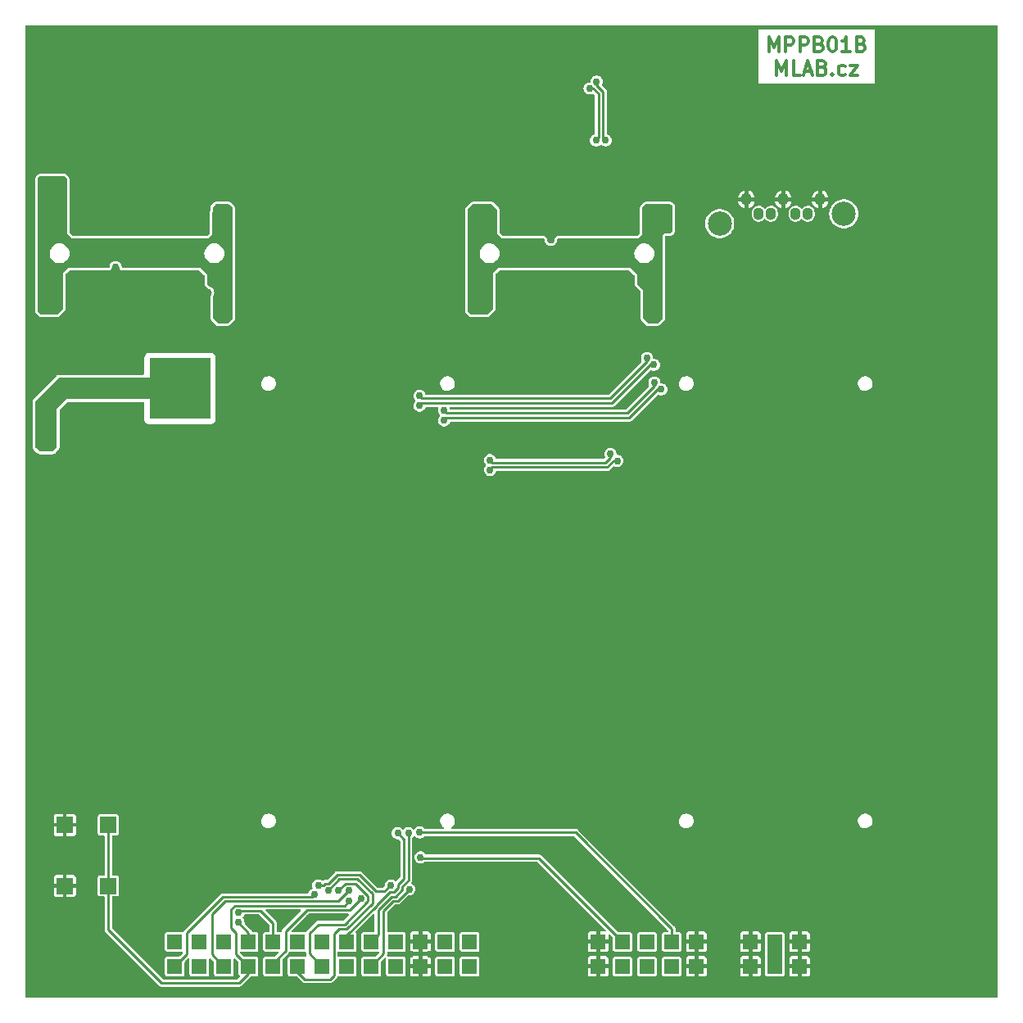
<source format=gbr>
%TF.GenerationSoftware,KiCad,Pcbnew,7.0.5.1-1-g8f565ef7f0-dirty-deb11*%
%TF.CreationDate,2023-07-22T00:16:10+00:00*%
%TF.ProjectId,MPPB01,4d505042-3031-42e6-9b69-6361645f7063,**%
%TF.SameCoordinates,Original*%
%TF.FileFunction,Copper,L1,Top*%
%TF.FilePolarity,Positive*%
%FSLAX46Y46*%
G04 Gerber Fmt 4.6, Leading zero omitted, Abs format (unit mm)*
G04 Created by KiCad (PCBNEW 7.0.5.1-1-g8f565ef7f0-dirty-deb11) date 2023-07-22 00:16:10*
%MOMM*%
%LPD*%
G01*
G04 APERTURE LIST*
%ADD10C,0.300000*%
%TA.AperFunction,NonConductor*%
%ADD11C,0.300000*%
%TD*%
%TA.AperFunction,ComponentPad*%
%ADD12R,6.350000X6.350000*%
%TD*%
%TA.AperFunction,ComponentPad*%
%ADD13R,1.524000X1.524000*%
%TD*%
%TA.AperFunction,ComponentPad*%
%ADD14C,1.550000*%
%TD*%
%TA.AperFunction,ComponentPad*%
%ADD15O,1.100000X1.300000*%
%TD*%
%TA.AperFunction,ComponentPad*%
%ADD16C,2.500000*%
%TD*%
%TA.AperFunction,ComponentPad*%
%ADD17C,6.000000*%
%TD*%
%TA.AperFunction,ComponentPad*%
%ADD18R,1.676400X1.676400*%
%TD*%
%TA.AperFunction,ViaPad*%
%ADD19C,0.750000*%
%TD*%
%TA.AperFunction,ViaPad*%
%ADD20C,1.000000*%
%TD*%
%TA.AperFunction,Conductor*%
%ADD21C,0.300000*%
%TD*%
%TA.AperFunction,Conductor*%
%ADD22C,0.250000*%
%TD*%
%TA.AperFunction,Conductor*%
%ADD23C,1.500000*%
%TD*%
%TA.AperFunction,Conductor*%
%ADD24C,0.280000*%
%TD*%
G04 APERTURE END LIST*
D10*
D11*
X77391428Y98319172D02*
X77391428Y99819172D01*
X77391428Y99819172D02*
X77891428Y98747743D01*
X77891428Y98747743D02*
X78391428Y99819172D01*
X78391428Y99819172D02*
X78391428Y98319172D01*
X79105714Y98319172D02*
X79105714Y99819172D01*
X79105714Y99819172D02*
X79677143Y99819172D01*
X79677143Y99819172D02*
X79820000Y99747743D01*
X79820000Y99747743D02*
X79891429Y99676315D01*
X79891429Y99676315D02*
X79962857Y99533458D01*
X79962857Y99533458D02*
X79962857Y99319172D01*
X79962857Y99319172D02*
X79891429Y99176315D01*
X79891429Y99176315D02*
X79820000Y99104886D01*
X79820000Y99104886D02*
X79677143Y99033458D01*
X79677143Y99033458D02*
X79105714Y99033458D01*
X80605714Y98319172D02*
X80605714Y99819172D01*
X80605714Y99819172D02*
X81177143Y99819172D01*
X81177143Y99819172D02*
X81320000Y99747743D01*
X81320000Y99747743D02*
X81391429Y99676315D01*
X81391429Y99676315D02*
X81462857Y99533458D01*
X81462857Y99533458D02*
X81462857Y99319172D01*
X81462857Y99319172D02*
X81391429Y99176315D01*
X81391429Y99176315D02*
X81320000Y99104886D01*
X81320000Y99104886D02*
X81177143Y99033458D01*
X81177143Y99033458D02*
X80605714Y99033458D01*
X82605714Y99104886D02*
X82820000Y99033458D01*
X82820000Y99033458D02*
X82891429Y98962029D01*
X82891429Y98962029D02*
X82962857Y98819172D01*
X82962857Y98819172D02*
X82962857Y98604886D01*
X82962857Y98604886D02*
X82891429Y98462029D01*
X82891429Y98462029D02*
X82820000Y98390600D01*
X82820000Y98390600D02*
X82677143Y98319172D01*
X82677143Y98319172D02*
X82105714Y98319172D01*
X82105714Y98319172D02*
X82105714Y99819172D01*
X82105714Y99819172D02*
X82605714Y99819172D01*
X82605714Y99819172D02*
X82748572Y99747743D01*
X82748572Y99747743D02*
X82820000Y99676315D01*
X82820000Y99676315D02*
X82891429Y99533458D01*
X82891429Y99533458D02*
X82891429Y99390600D01*
X82891429Y99390600D02*
X82820000Y99247743D01*
X82820000Y99247743D02*
X82748572Y99176315D01*
X82748572Y99176315D02*
X82605714Y99104886D01*
X82605714Y99104886D02*
X82105714Y99104886D01*
X83891429Y99819172D02*
X84034286Y99819172D01*
X84034286Y99819172D02*
X84177143Y99747743D01*
X84177143Y99747743D02*
X84248572Y99676315D01*
X84248572Y99676315D02*
X84320000Y99533458D01*
X84320000Y99533458D02*
X84391429Y99247743D01*
X84391429Y99247743D02*
X84391429Y98890600D01*
X84391429Y98890600D02*
X84320000Y98604886D01*
X84320000Y98604886D02*
X84248572Y98462029D01*
X84248572Y98462029D02*
X84177143Y98390600D01*
X84177143Y98390600D02*
X84034286Y98319172D01*
X84034286Y98319172D02*
X83891429Y98319172D01*
X83891429Y98319172D02*
X83748572Y98390600D01*
X83748572Y98390600D02*
X83677143Y98462029D01*
X83677143Y98462029D02*
X83605714Y98604886D01*
X83605714Y98604886D02*
X83534286Y98890600D01*
X83534286Y98890600D02*
X83534286Y99247743D01*
X83534286Y99247743D02*
X83605714Y99533458D01*
X83605714Y99533458D02*
X83677143Y99676315D01*
X83677143Y99676315D02*
X83748572Y99747743D01*
X83748572Y99747743D02*
X83891429Y99819172D01*
X85820000Y98319172D02*
X84962857Y98319172D01*
X85391428Y98319172D02*
X85391428Y99819172D01*
X85391428Y99819172D02*
X85248571Y99604886D01*
X85248571Y99604886D02*
X85105714Y99462029D01*
X85105714Y99462029D02*
X84962857Y99390600D01*
X86962856Y99104886D02*
X87177142Y99033458D01*
X87177142Y99033458D02*
X87248571Y98962029D01*
X87248571Y98962029D02*
X87319999Y98819172D01*
X87319999Y98819172D02*
X87319999Y98604886D01*
X87319999Y98604886D02*
X87248571Y98462029D01*
X87248571Y98462029D02*
X87177142Y98390600D01*
X87177142Y98390600D02*
X87034285Y98319172D01*
X87034285Y98319172D02*
X86462856Y98319172D01*
X86462856Y98319172D02*
X86462856Y99819172D01*
X86462856Y99819172D02*
X86962856Y99819172D01*
X86962856Y99819172D02*
X87105714Y99747743D01*
X87105714Y99747743D02*
X87177142Y99676315D01*
X87177142Y99676315D02*
X87248571Y99533458D01*
X87248571Y99533458D02*
X87248571Y99390600D01*
X87248571Y99390600D02*
X87177142Y99247743D01*
X87177142Y99247743D02*
X87105714Y99176315D01*
X87105714Y99176315D02*
X86962856Y99104886D01*
X86962856Y99104886D02*
X86462856Y99104886D01*
X78212856Y95904172D02*
X78212856Y97404172D01*
X78212856Y97404172D02*
X78712856Y96332743D01*
X78712856Y96332743D02*
X79212856Y97404172D01*
X79212856Y97404172D02*
X79212856Y95904172D01*
X80641428Y95904172D02*
X79927142Y95904172D01*
X79927142Y95904172D02*
X79927142Y97404172D01*
X81070000Y96332743D02*
X81784286Y96332743D01*
X80927143Y95904172D02*
X81427143Y97404172D01*
X81427143Y97404172D02*
X81927143Y95904172D01*
X82927142Y96689886D02*
X83141428Y96618458D01*
X83141428Y96618458D02*
X83212857Y96547029D01*
X83212857Y96547029D02*
X83284285Y96404172D01*
X83284285Y96404172D02*
X83284285Y96189886D01*
X83284285Y96189886D02*
X83212857Y96047029D01*
X83212857Y96047029D02*
X83141428Y95975600D01*
X83141428Y95975600D02*
X82998571Y95904172D01*
X82998571Y95904172D02*
X82427142Y95904172D01*
X82427142Y95904172D02*
X82427142Y97404172D01*
X82427142Y97404172D02*
X82927142Y97404172D01*
X82927142Y97404172D02*
X83070000Y97332743D01*
X83070000Y97332743D02*
X83141428Y97261315D01*
X83141428Y97261315D02*
X83212857Y97118458D01*
X83212857Y97118458D02*
X83212857Y96975600D01*
X83212857Y96975600D02*
X83141428Y96832743D01*
X83141428Y96832743D02*
X83070000Y96761315D01*
X83070000Y96761315D02*
X82927142Y96689886D01*
X82927142Y96689886D02*
X82427142Y96689886D01*
X83927142Y96047029D02*
X83998571Y95975600D01*
X83998571Y95975600D02*
X83927142Y95904172D01*
X83927142Y95904172D02*
X83855714Y95975600D01*
X83855714Y95975600D02*
X83927142Y96047029D01*
X83927142Y96047029D02*
X83927142Y95904172D01*
X85284286Y95975600D02*
X85141428Y95904172D01*
X85141428Y95904172D02*
X84855714Y95904172D01*
X84855714Y95904172D02*
X84712857Y95975600D01*
X84712857Y95975600D02*
X84641428Y96047029D01*
X84641428Y96047029D02*
X84570000Y96189886D01*
X84570000Y96189886D02*
X84570000Y96618458D01*
X84570000Y96618458D02*
X84641428Y96761315D01*
X84641428Y96761315D02*
X84712857Y96832743D01*
X84712857Y96832743D02*
X84855714Y96904172D01*
X84855714Y96904172D02*
X85141428Y96904172D01*
X85141428Y96904172D02*
X85284286Y96832743D01*
X85784285Y96904172D02*
X86570000Y96904172D01*
X86570000Y96904172D02*
X85784285Y95904172D01*
X85784285Y95904172D02*
X86570000Y95904172D01*
D12*
%TO.P,MH1,1*%
%TO.N,/SYS-5POV*%
X16510000Y63500000D03*
%TD*%
%TO.P,MH2,1*%
%TO.N,GND*%
X96520000Y15240000D03*
%TD*%
%TO.P,MH3,1*%
%TO.N,GND*%
X96520000Y63500000D03*
%TD*%
%TO.P,MH4,1*%
%TO.N,GND*%
X16510000Y15240000D03*
%TD*%
D13*
%TO.P,P7,1*%
%TO.N,/SYS-5POV*%
X46460000Y6310000D03*
%TO.P,P7,2*%
X46460000Y3770000D03*
%TO.P,P7,3*%
%TO.N,/3P3V*%
X43920000Y6310000D03*
%TO.P,P7,4*%
X43920000Y3770000D03*
%TO.P,P7,5*%
%TO.N,GND*%
X41380000Y6310000D03*
%TO.P,P7,6*%
X41380000Y3770000D03*
%TO.P,P7,7*%
%TO.N,/UART_RX*%
X38840000Y6310000D03*
%TO.P,P7,8*%
%TO.N,/UART_TX*%
X38840000Y3770000D03*
%TO.P,P7,9*%
%TO.N,/REG_EN3*%
X36300000Y6310000D03*
%TO.P,P7,10*%
%TO.N,/REG_EN4*%
X36300000Y3770000D03*
%TO.P,P7,11*%
%TO.N,/PROG_IO*%
X33760000Y6310000D03*
%TO.P,P7,12*%
%TO.N,/2P5V*%
X33760000Y3770000D03*
%TO.P,P7,13*%
%TO.N,/JTAG_TCK*%
X31220000Y6310000D03*
%TO.P,P7,14*%
%TO.N,/JTAG_TDI*%
X31220000Y3770000D03*
%TO.P,P7,15*%
%TO.N,/JTAG_TMS*%
X28680000Y6310000D03*
%TO.P,P7,16*%
%TO.N,/JTAG_TDO*%
X28680000Y3770000D03*
%TO.P,P7,17*%
%TO.N,/SPDIF*%
X26140000Y6310000D03*
%TO.P,P7,18*%
%TO.N,/USER_LED*%
X26140000Y3770000D03*
%TO.P,P7,19*%
%TO.N,/JTAG_BOOT_EN*%
X23600000Y6310000D03*
%TO.P,P7,20*%
%TO.N,/RESET_N*%
X23600000Y3770000D03*
%TO.P,P7,21*%
%TO.N,/VADC_N*%
X21060000Y6310000D03*
%TO.P,P7,22*%
%TO.N,/VADC_P*%
X21060000Y3770000D03*
%TO.P,P7,23*%
%TO.N,/TURBO_MODE*%
X18520000Y6310000D03*
%TO.P,P7,24*%
%TO.N,/VDD_ADJ*%
X18520000Y3770000D03*
%TO.P,P7,25*%
%TO.N,/DSP_FLAG*%
X15980000Y6310000D03*
%TO.P,P7,26*%
%TO.N,/VDD_GPIO*%
X15980000Y3770000D03*
%TD*%
D14*
%TO.P,P5,1*%
%TO.N,Net-(C3-Pad2)*%
X47615000Y72229995D03*
%TO.P,P5,2*%
X47615000Y75469995D03*
%TO.P,P5,3*%
X47615000Y79459995D03*
%TO.P,P5,4*%
X47615000Y81489995D03*
%TO.P,P5,5*%
X65415000Y71229995D03*
%TO.P,P5,6*%
X65415000Y75469995D03*
%TO.P,P5,7*%
X65415000Y79459995D03*
%TO.P,P5,8*%
X65415000Y81489995D03*
%TD*%
D13*
%TO.P,P9,1*%
%TO.N,GND*%
X75480000Y6310000D03*
%TO.P,P9,2*%
X75480000Y3770000D03*
%TO.P,P9,3*%
%TO.N,/SYS-5POV*%
X78020000Y6310000D03*
%TO.P,P9,4*%
X78020000Y3770000D03*
%TO.P,P9,5*%
%TO.N,GND*%
X80560000Y6310000D03*
%TO.P,P9,6*%
X80560000Y3770000D03*
%TD*%
D14*
%TO.P,P6,1*%
%TO.N,Net-(C4-Pad2)*%
X3165000Y72229995D03*
%TO.P,P6,2*%
X3165000Y75469995D03*
%TO.P,P6,3*%
X3165000Y79459995D03*
%TO.P,P6,4*%
X3165000Y81489995D03*
%TO.P,P6,5*%
X20965000Y71229995D03*
%TO.P,P6,6*%
X20965000Y75469995D03*
%TO.P,P6,7*%
X20965000Y79459995D03*
%TO.P,P6,8*%
X20965000Y81489995D03*
%TD*%
D15*
%TO.P,P10,1,1*%
%TO.N,GND*%
X82677000Y83058000D03*
%TO.P,P10,2,2*%
%TO.N,/GPIO_N1*%
X81407000Y81558000D03*
%TO.P,P10,3,3*%
%TO.N,/GPIO_P1*%
X80137000Y81558000D03*
%TO.P,P10,4,4*%
%TO.N,GND*%
X78867000Y83058000D03*
%TO.P,P10,5,5*%
%TO.N,/GPIO_P8*%
X77597000Y81558000D03*
%TO.P,P10,6,6*%
%TO.N,/GPIO_N8*%
X76327000Y81558000D03*
%TO.P,P10,7,7*%
%TO.N,GND*%
X75057000Y83058000D03*
D16*
%TO.P,P10,8*%
%TO.N,N/C*%
X72307000Y80558000D03*
%TO.P,P10,9*%
X85137000Y81558000D03*
%TD*%
D17*
%TO.P,MH5,1*%
%TO.N,GND*%
X5080000Y96520000D03*
%TD*%
%TO.P,MH6,1*%
%TO.N,GND*%
X96520000Y96520000D03*
%TD*%
%TO.P,MH8,1*%
%TO.N,GND*%
X5080000Y5080000D03*
%TD*%
D18*
%TO.P,SW1,1,1*%
%TO.N,GND*%
X4608000Y18390000D03*
X4608000Y12090000D03*
%TO.P,SW1,2,2*%
%TO.N,/RESET_N*%
X9108000Y18390000D03*
X9108000Y12090000D03*
%TD*%
D17*
%TO.P,MH7,1*%
%TO.N,GND*%
X96774000Y5080000D03*
%TD*%
D13*
%TO.P,P11,1*%
%TO.N,GND*%
X69900000Y3770000D03*
%TO.P,P11,2*%
X69900000Y6310000D03*
%TO.P,P11,3*%
%TO.N,/I2C_SCL*%
X67360000Y3770000D03*
%TO.P,P11,4*%
X67360000Y6310000D03*
%TO.P,P11,5*%
%TO.N,/SYS-5POV*%
X64820000Y3770000D03*
%TO.P,P11,6*%
X64820000Y6310000D03*
%TO.P,P11,7*%
%TO.N,/I2C_SDA*%
X62280000Y3770000D03*
%TO.P,P11,8*%
X62280000Y6310000D03*
%TO.P,P11,9*%
%TO.N,GND*%
X59740000Y3770000D03*
%TO.P,P11,10*%
X59740000Y6310000D03*
%TD*%
D19*
%TO.N,GND*%
X99695000Y91440000D03*
X86995000Y13970000D03*
X4699000Y50800000D03*
X4699000Y40640000D03*
X2794000Y35560000D03*
X4699000Y60960000D03*
X4699000Y45720000D03*
X58420000Y17780000D03*
X74041000Y69596000D03*
X71247000Y74676000D03*
X75311000Y78486000D03*
X81070000Y75790000D03*
X68199000Y73152000D03*
X73279000Y76454000D03*
X79629000Y73914000D03*
X78867000Y80010000D03*
X77343000Y71374000D03*
X13868400Y73050400D03*
X16256000Y73050400D03*
X60706000Y73025000D03*
X33909000Y46228000D03*
X93574000Y42014000D03*
X98849000Y45414000D03*
X98849000Y49414000D03*
X98849000Y53414000D03*
X99674000Y77114000D03*
X87774000Y36114000D03*
X93574000Y59114000D03*
X93574000Y51214000D03*
X99674000Y27714000D03*
X30174000Y97914000D03*
X39374000Y41614000D03*
X47074000Y41714000D03*
X87574000Y54514000D03*
X61974000Y41714010D03*
X71774000Y41714010D03*
X54441807Y41714010D03*
X30674000Y43514000D03*
X83774000Y45614000D03*
X83130000Y41710000D03*
X79774000Y41714000D03*
X87574000Y49414000D03*
X98874000Y37714000D03*
X98874000Y42014000D03*
X99674000Y24114000D03*
X99674000Y73114000D03*
X99674000Y68614000D03*
X98774000Y57414000D03*
X99774000Y86614000D03*
X78920000Y84540000D03*
X72274000Y85514000D03*
X87374000Y66814000D03*
X88020000Y78040000D03*
X85974000Y85314000D03*
X90674000Y78914000D03*
X87374000Y72514000D03*
X90674000Y68914000D03*
X90674000Y73914000D03*
X75374500Y57023000D03*
X51720000Y85640000D03*
X15174000Y97914000D03*
X34671000Y63246000D03*
X29020000Y46040000D03*
X26320000Y15290000D03*
X5537200Y81965800D03*
X64135000Y97790000D03*
X74320000Y100290000D03*
X34671000Y60706000D03*
X37465000Y93980000D03*
X61214000Y81915000D03*
X51820000Y57740000D03*
X29654500Y63246000D03*
X9855200Y76047600D03*
X38735000Y63500000D03*
X16764000Y82016600D03*
X7874000Y45720000D03*
X10363200Y81991200D03*
X42320000Y5040000D03*
X61595000Y53848000D03*
X10320000Y51940000D03*
X64820000Y67840000D03*
X77851000Y66865500D03*
X5207000Y91186000D03*
X54864000Y78867000D03*
X92011989Y13970000D03*
X7975600Y81991200D03*
X42420000Y49940000D03*
X48920000Y50140000D03*
X65913000Y87376000D03*
X44170000Y16290000D03*
X13120000Y94040000D03*
X77851000Y63246000D03*
X75374500Y66865500D03*
X7874000Y40640000D03*
X29654500Y60706000D03*
X37147500Y60706000D03*
X33420000Y18240000D03*
X26074000Y43514000D03*
X19278600Y81991200D03*
X43815000Y97790000D03*
X11220000Y87940000D03*
X41920000Y85740000D03*
X32920000Y8840000D03*
X27320000Y9290000D03*
X82867500Y66865500D03*
X63119000Y73025000D03*
X62865000Y93980000D03*
X72834500Y60706000D03*
X80327500Y57023000D03*
X32520000Y48840000D03*
X86120000Y15640000D03*
X57785000Y44704000D03*
X55245000Y20320000D03*
X90674000Y83814000D03*
X11174000Y43514000D03*
X11120000Y56040000D03*
X26920000Y88940000D03*
X58293000Y73025000D03*
X77851000Y57023000D03*
X36274000Y44014000D03*
X57520000Y59440000D03*
X77851000Y60706000D03*
X39220000Y52340000D03*
X48895000Y97790000D03*
X49530000Y73025000D03*
X80391000Y63246000D03*
X5650000Y86780000D03*
X35174000Y97914000D03*
X50165000Y20320000D03*
X75374500Y63246000D03*
X26220000Y94040000D03*
X64389000Y56642000D03*
X41570000Y12040000D03*
X89535000Y97790000D03*
X64135000Y17145000D03*
X72834500Y57023000D03*
X61341000Y48260000D03*
X89570000Y100290000D03*
X41120000Y16290000D03*
X19620000Y94040000D03*
X58801000Y81915000D03*
X32194500Y63246000D03*
X63627000Y81915000D03*
X75311000Y60706000D03*
X74295000Y97790000D03*
X33420000Y15340000D03*
X99695000Y20320000D03*
X5080000Y72999600D03*
X4064000Y89916000D03*
X38735000Y97790000D03*
X35820000Y18240000D03*
X1270000Y67564000D03*
X2794000Y66040000D03*
X2794000Y68580000D03*
X4445000Y68580000D03*
X84620000Y15640000D03*
X51943000Y73025000D03*
X7467600Y73025000D03*
X31877000Y93980000D03*
X72834500Y63246000D03*
X54356000Y73025000D03*
X29820000Y8790000D03*
X20520000Y55140000D03*
X15020000Y52040000D03*
X82867500Y63246000D03*
X32194500Y60706000D03*
X16320000Y54940000D03*
X80391000Y66865500D03*
X38820000Y21540000D03*
X7874000Y43180000D03*
X52451000Y81915000D03*
X37920000Y18240000D03*
X82867500Y57023000D03*
X54920000Y84840000D03*
X40070000Y7840000D03*
X40320000Y5040000D03*
X39687500Y60706000D03*
X4699000Y55880000D03*
X19431000Y73406000D03*
X20174000Y97914000D03*
X15020000Y48440000D03*
X42570000Y7540000D03*
X34671000Y91440000D03*
X65913000Y60452000D03*
X44320000Y92340000D03*
X2286000Y89408000D03*
X25174000Y97914000D03*
X26320000Y13290000D03*
X46120000Y59340000D03*
X37920000Y21540000D03*
X6604000Y10668000D03*
X21574000Y43514000D03*
X20420000Y46040000D03*
X72834500Y66865500D03*
X26320000Y20290000D03*
X10174000Y97914000D03*
X8620000Y90340000D03*
X69215000Y97790000D03*
X80327500Y60706000D03*
X16474000Y43514000D03*
X65862200Y91033600D03*
X50038000Y81915000D03*
X59055000Y97790000D03*
X38820000Y15340000D03*
X87074450Y59439376D03*
X1905000Y91440000D03*
X21220000Y52040000D03*
X82867500Y60706000D03*
X27320000Y52040000D03*
X14351000Y81991200D03*
X26289000Y59690000D03*
X53975000Y97790000D03*
%TO.N,/VDD_GPIO*%
X30420000Y11190469D03*
%TO.N,/VDD_ADJ*%
X38320000Y12140000D03*
X30820000Y12140000D03*
%TO.N,/JTAG_TDO*%
X31820000Y11640000D03*
%TO.N,/JTAG_TDI*%
X32920000Y11640000D03*
%TO.N,/VADC_P*%
X34020000Y11640000D03*
%TO.N,/RESET_N*%
X34020000Y10540000D03*
%TO.N,/JTAG_BOOT_EN*%
X22570000Y8290000D03*
%TO.N,/USER_LED*%
X35247975Y10778731D03*
%TO.N,/SPDIF*%
X22590596Y9321353D03*
%TO.N,/PROG_IO*%
X39020000Y17540000D03*
%TO.N,/I2C_SDA*%
X41370000Y15040000D03*
%TO.N,/I2C_SCL*%
X41300000Y17600000D03*
D20*
%TO.N,/SYS-5POV*%
X3175000Y59944000D03*
X2159000Y57912000D03*
X2159000Y59944000D03*
X2159000Y58928000D03*
X3175000Y58928000D03*
X3175000Y57912000D03*
D19*
%TO.N,/GPIO_N10*%
X58864218Y94518321D03*
X59515120Y89138760D03*
%TO.N,/GPIO_P10*%
X59571324Y95225427D03*
X60515120Y89138760D03*
%TO.N,/GPIO_N3*%
X61002687Y56736473D03*
X48552100Y56098060D03*
%TO.N,/GPIO_P3*%
X61709793Y56029367D03*
X48552100Y55098060D03*
%TO.N,/GPIO_N1*%
X66266554Y63400446D03*
X43815000Y60206000D03*
%TO.N,/GPIO_P1*%
X43815000Y61206000D03*
X65559446Y64107554D03*
%TO.N,/GPIO_P8*%
X41275000Y61730000D03*
X65504554Y65940446D03*
%TO.N,/GPIO_N8*%
X64797446Y66647554D03*
X41275000Y62730000D03*
%TO.N,/REG_EN3*%
X40120000Y17540000D03*
%TO.N,/REG_EN4*%
X40220000Y11740000D03*
%TD*%
D21*
%TO.N,GND*%
X9855200Y76047600D02*
X9855200Y73736200D01*
X9855200Y73736200D02*
X9144000Y73025000D01*
X9144000Y73025000D02*
X7467600Y73025000D01*
X54864000Y78867000D02*
X54864000Y80772000D01*
X54864000Y80772000D02*
X53721000Y81915000D01*
X53721000Y81915000D02*
X52451000Y81915000D01*
D22*
%TO.N,/VDD_GPIO*%
X30420000Y11190469D02*
X30170020Y10940489D01*
X30170020Y10940489D02*
X20970489Y10940489D01*
X17220000Y5010000D02*
X15980000Y3770000D01*
X20970489Y10940489D02*
X17220000Y7190000D01*
X17220000Y7190000D02*
X17220000Y5010000D01*
%TO.N,/VDD_ADJ*%
X38255717Y12140000D02*
X38320000Y12140000D01*
X36747401Y11540000D02*
X37655717Y11540000D01*
X30820000Y12140000D02*
X31330741Y12140000D01*
X37655717Y11540000D02*
X38255717Y12140000D01*
X31530252Y12339511D02*
X31883793Y12339511D01*
X31883793Y12339511D02*
X32784282Y13240000D01*
X32784282Y13240000D02*
X35047401Y13240000D01*
X31330741Y12140000D02*
X31530252Y12339511D01*
X35047401Y13240000D02*
X36747401Y11540000D01*
%TO.N,/JTAG_TDO*%
X29420000Y2440000D02*
X32063022Y2440000D01*
X32420000Y2796978D02*
X32420000Y7140000D01*
X32969031Y12789031D02*
X31820000Y11640000D01*
X32420000Y7140000D02*
X32921991Y7641991D01*
X32063022Y2440000D02*
X32420000Y2796978D01*
X33757708Y7641991D02*
X36397006Y10281289D01*
X36397006Y11254677D02*
X34862651Y12789031D01*
X28680000Y3770000D02*
X28680000Y3180000D01*
X34862651Y12789031D02*
X32969031Y12789031D01*
X28680000Y3180000D02*
X29420000Y2440000D01*
X36397006Y10281289D02*
X36397006Y11254677D01*
X32921991Y7641991D02*
X33757708Y7641991D01*
%TO.N,/JTAG_TDI*%
X35947486Y11068479D02*
X34676454Y12339511D01*
X29920000Y5070000D02*
X29920000Y7183022D01*
X31220000Y3770000D02*
X29920000Y5070000D01*
X30828489Y8091511D02*
X33550014Y8091511D01*
X34676454Y12339511D02*
X33619511Y12339511D01*
X33619511Y12339511D02*
X32920000Y11640000D01*
X33550014Y8091511D02*
X35947486Y10488983D01*
X29920000Y7183022D02*
X30828489Y8091511D01*
X35947486Y10488983D02*
X35947486Y11068479D01*
%TO.N,/VADC_P*%
X19820000Y9154282D02*
X19820000Y5010000D01*
X32870969Y10490969D02*
X21156687Y10490969D01*
X34020000Y11640000D02*
X32870969Y10490969D01*
X19820000Y5010000D02*
X21060000Y3770000D01*
X21156687Y10490969D02*
X19820000Y9154282D01*
%TO.N,/RESET_N*%
X21820000Y7723022D02*
X22320000Y7223022D01*
X14620000Y2040000D02*
X22620000Y2040000D01*
X23570000Y2990000D02*
X23570000Y3890000D01*
X22221449Y10041449D02*
X21820000Y9640000D01*
X9108000Y7552000D02*
X14620000Y2040000D01*
X33521449Y10041449D02*
X22221449Y10041449D01*
X34020000Y10540000D02*
X33521449Y10041449D01*
X22320000Y5050000D02*
X23600000Y3770000D01*
X9108000Y18390000D02*
X9108000Y7552000D01*
X22620000Y2040000D02*
X23570000Y2990000D01*
X22320000Y7223022D02*
X22320000Y5050000D01*
X21820000Y9640000D02*
X21820000Y7723022D01*
%TO.N,/JTAG_BOOT_EN*%
X22570000Y8290000D02*
X23600000Y7260000D01*
X23600000Y7260000D02*
X23600000Y6310000D01*
%TO.N,/USER_LED*%
X29621929Y9591929D02*
X27420000Y7390000D01*
X35247975Y10778716D02*
X34061188Y9591929D01*
X35247975Y10778731D02*
X35247975Y10778716D01*
X26140000Y4060000D02*
X26140000Y3770000D01*
X27420000Y7390000D02*
X27420000Y5340000D01*
X34061188Y9591929D02*
X29621929Y9591929D01*
X26110000Y3770000D02*
X26110000Y3830000D01*
X26140000Y3820000D02*
X26140000Y3770000D01*
X27420000Y5340000D02*
X26140000Y4060000D01*
%TO.N,/SPDIF*%
X22809243Y9540000D02*
X24820000Y9540000D01*
X24820000Y9540000D02*
X26140000Y8220000D01*
X26140000Y8220000D02*
X26140000Y6310000D01*
X22590596Y9321353D02*
X22809243Y9540000D01*
%TO.N,/PROG_IO*%
X39670480Y16889520D02*
X39670480Y12815457D01*
X33730000Y6950000D02*
X33730000Y6310000D01*
X36820960Y10069525D02*
X36820960Y10040960D01*
X39070969Y11901710D02*
X38609748Y11440489D01*
X39070969Y12215946D02*
X39070969Y11901710D01*
X38191924Y11440489D02*
X36820960Y10069525D01*
X39670480Y12815457D02*
X39070969Y12215946D01*
X38609748Y11440489D02*
X38191924Y11440489D01*
X39020000Y17540000D02*
X39670480Y16889520D01*
X36820960Y10040960D02*
X33730000Y6950000D01*
%TO.N,/I2C_SDA*%
X41370000Y15040000D02*
X41469511Y14940489D01*
X41469511Y14940489D02*
X53649511Y14940489D01*
X53649511Y14940489D02*
X62280000Y6310000D01*
%TO.N,/I2C_SCL*%
X67360000Y7635718D02*
X57395718Y17600000D01*
X67360000Y6310000D02*
X67360000Y7635718D01*
X57395718Y17600000D02*
X41300000Y17600000D01*
D23*
%TO.N,/SYS-5POV*%
X78020000Y3770000D02*
X78020000Y6310000D01*
D24*
%TO.N,/GPIO_N10*%
X59775121Y89398761D02*
X59515120Y89138760D01*
X59231913Y94518321D02*
X59775121Y93975113D01*
X59775121Y93975113D02*
X59775121Y89398761D01*
X58864218Y94518321D02*
X59231913Y94518321D01*
%TO.N,/GPIO_P10*%
X59571324Y95225427D02*
X59571324Y94857732D01*
X60255119Y94173937D02*
X60255119Y89398761D01*
X59571324Y94857732D02*
X60255119Y94173937D01*
X60255119Y89398761D02*
X60515120Y89138760D01*
%TO.N,/GPIO_N3*%
X61002687Y56368778D02*
X60471969Y55838060D01*
X48812101Y55838059D02*
X48552100Y56098060D01*
X61002687Y56736473D02*
X61002687Y56368778D01*
X60471969Y55838060D02*
X48812101Y55838059D01*
%TO.N,/GPIO_P3*%
X61709793Y56029367D02*
X61342098Y56029367D01*
X48812101Y55358061D02*
X48552100Y55098060D01*
X61342098Y56029367D02*
X60670791Y55358060D01*
X60670791Y55358060D02*
X48812101Y55358061D01*
%TO.N,/GPIO_N1*%
X65898858Y63400446D02*
X66266554Y63400446D01*
X62964412Y60466000D02*
X65898858Y63400446D01*
X44075000Y60466000D02*
X62964412Y60466000D01*
X43815000Y60206000D02*
X44075000Y60466000D01*
%TO.N,/GPIO_P1*%
X44075000Y60946000D02*
X62765588Y60946000D01*
X43815000Y61206000D02*
X44075000Y60946000D01*
X65559446Y63739858D02*
X65559446Y64107554D01*
X62765588Y60946000D02*
X65559446Y63739858D01*
%TO.N,/GPIO_P8*%
X41535000Y61990000D02*
X61186412Y61990000D01*
X65136858Y65940446D02*
X65504554Y65940446D01*
X41275000Y61730000D02*
X41535000Y61990000D01*
X61186412Y61990000D02*
X65136858Y65940446D01*
%TO.N,/GPIO_N8*%
X64797446Y66279858D02*
X64797446Y66647554D01*
X41275000Y62730000D02*
X41535000Y62470000D01*
X41535000Y62470000D02*
X60987588Y62470000D01*
X60987588Y62470000D02*
X64797446Y66279858D01*
D22*
%TO.N,/REG_EN3*%
X37270480Y9854762D02*
X37270480Y9883327D01*
X36270000Y6310000D02*
X37020000Y7060000D01*
X38378122Y10990969D02*
X38795946Y10990969D01*
X38795946Y10990969D02*
X39520489Y11715512D01*
X37020000Y9604282D02*
X37270480Y9854762D01*
X37270480Y9883327D02*
X38378122Y10990969D01*
X39520489Y11715512D02*
X39520489Y12029748D01*
X37020000Y7060000D02*
X37020000Y9604282D01*
X40120000Y12629259D02*
X40120000Y17540000D01*
X39520489Y12029748D02*
X40120000Y12629259D01*
%TO.N,/REG_EN4*%
X38564320Y10541449D02*
X39021449Y10541449D01*
X36270000Y3770000D02*
X37570000Y5070000D01*
X37570000Y5070000D02*
X37570000Y9518564D01*
X37720000Y9697129D02*
X38564320Y10541449D01*
X37570000Y9518564D02*
X37720000Y9668564D01*
X37720000Y9668564D02*
X37720000Y9697129D01*
X39021449Y10541449D02*
X40220000Y11740000D01*
%TD*%
%TA.AperFunction,Conductor*%
%TO.N,Net-(C4-Pad2)*%
G36*
X4587931Y85450998D02*
G01*
X4608905Y85434095D01*
X4789095Y85253905D01*
X4823121Y85191593D01*
X4826000Y85164810D01*
X4826000Y79501999D01*
X5333998Y78994001D01*
X5334000Y78994000D01*
X19431000Y78994000D01*
X19812000Y79375000D01*
X19812000Y81616553D01*
X19832002Y81684674D01*
X19834305Y81688130D01*
X19840088Y81696508D01*
X19894297Y81839444D01*
X19912723Y81991200D01*
X19897472Y82116810D01*
X19894298Y82142954D01*
X19893396Y82145332D01*
X19893252Y82147199D01*
X19892474Y82150355D01*
X19892998Y82150485D01*
X19887939Y82216118D01*
X19921619Y82278618D01*
X19921783Y82278783D01*
X20156096Y82513096D01*
X20218408Y82547121D01*
X20245191Y82550000D01*
X21537810Y82550000D01*
X21605931Y82529998D01*
X21626905Y82513095D01*
X21934095Y82205905D01*
X21968121Y82143593D01*
X21971000Y82116810D01*
X21970999Y70791190D01*
X21950997Y70723069D01*
X21934094Y70702095D01*
X21499903Y70267904D01*
X21437593Y70233880D01*
X21410810Y70231000D01*
X20499190Y70231000D01*
X20431069Y70251002D01*
X20410095Y70267905D01*
X19975905Y70702095D01*
X19941879Y70764407D01*
X19939000Y70791190D01*
X19939000Y72994555D01*
X19959002Y73062676D01*
X19961272Y73066085D01*
X19992488Y73111308D01*
X20046697Y73254244D01*
X20065123Y73406000D01*
X20057243Y73470901D01*
X20046698Y73557752D01*
X20046697Y73557756D01*
X20041191Y73572273D01*
X19992488Y73700692D01*
X19905648Y73826501D01*
X19791223Y73927873D01*
X19791222Y73927874D01*
X19791218Y73927876D01*
X19655863Y73998915D01*
X19655864Y73998915D01*
X19615939Y74008756D01*
X19557001Y74041999D01*
X19340905Y74258095D01*
X19306879Y74320407D01*
X19304000Y74347190D01*
X19304000Y75311000D01*
X19303999Y75311002D01*
X18669001Y75946000D01*
X18669000Y75946000D01*
X10613286Y75946000D01*
X10545165Y75966002D01*
X10498672Y76019658D01*
X10488205Y76056813D01*
X10470898Y76199352D01*
X10470897Y76199356D01*
X10470896Y76199356D01*
X10416688Y76342292D01*
X10346142Y76444495D01*
X10329849Y76468100D01*
X10215422Y76569474D01*
X10215418Y76569476D01*
X10080061Y76640516D01*
X9931636Y76677100D01*
X9931635Y76677100D01*
X9778765Y76677100D01*
X9778763Y76677100D01*
X9630338Y76640516D01*
X9494981Y76569476D01*
X9494977Y76569474D01*
X9380550Y76468100D01*
X9293714Y76342296D01*
X9293711Y76342290D01*
X9239502Y76199356D01*
X9239501Y76199352D01*
X9222195Y76056813D01*
X9194128Y75991600D01*
X9135260Y75951913D01*
X9097114Y75946000D01*
X4952998Y75946000D01*
X4445000Y75438002D01*
X4445000Y71807191D01*
X4424998Y71739070D01*
X4408096Y71718096D01*
X3846903Y71156904D01*
X3784593Y71122880D01*
X3757810Y71120000D01*
X2211190Y71120000D01*
X2143069Y71140002D01*
X2122095Y71156905D01*
X1814905Y71464095D01*
X1780879Y71526407D01*
X1778000Y71553190D01*
X1778000Y77469992D01*
X3034538Y77469992D01*
X3054336Y77268969D01*
X3112977Y77075654D01*
X3208203Y76897498D01*
X3336352Y76741348D01*
X3492502Y76613200D01*
X3492502Y76613199D01*
X3492506Y76613197D01*
X3670659Y76517972D01*
X3863967Y76459333D01*
X3863972Y76459333D01*
X3863974Y76459332D01*
X3974272Y76448469D01*
X4014620Y76444495D01*
X4014629Y76444495D01*
X4115371Y76444495D01*
X4115380Y76444495D01*
X4190706Y76451914D01*
X4266025Y76459332D01*
X4266026Y76459333D01*
X4266033Y76459333D01*
X4459341Y76517972D01*
X4637494Y76613197D01*
X4637495Y76613199D01*
X4637497Y76613199D01*
X4637497Y76613200D01*
X4793647Y76741348D01*
X4921798Y76897501D01*
X5017023Y77075654D01*
X5075662Y77268962D01*
X5095462Y77469992D01*
X19034538Y77469992D01*
X19054336Y77268969D01*
X19112977Y77075654D01*
X19208203Y76897498D01*
X19336352Y76741348D01*
X19492502Y76613200D01*
X19492502Y76613199D01*
X19492506Y76613197D01*
X19670659Y76517972D01*
X19863967Y76459333D01*
X19863972Y76459333D01*
X19863974Y76459332D01*
X19974272Y76448469D01*
X20014620Y76444495D01*
X20014629Y76444495D01*
X20115371Y76444495D01*
X20115380Y76444495D01*
X20190706Y76451914D01*
X20266025Y76459332D01*
X20266026Y76459333D01*
X20266033Y76459333D01*
X20459341Y76517972D01*
X20637494Y76613197D01*
X20637495Y76613199D01*
X20637497Y76613199D01*
X20637497Y76613200D01*
X20793647Y76741348D01*
X20921798Y76897501D01*
X21017023Y77075654D01*
X21075662Y77268962D01*
X21095462Y77469995D01*
X21075662Y77671028D01*
X21017023Y77864336D01*
X20921798Y78042489D01*
X20921796Y78042493D01*
X20793647Y78198643D01*
X20637497Y78326791D01*
X20637497Y78326792D01*
X20459341Y78422018D01*
X20459340Y78422018D01*
X20266033Y78480657D01*
X20266030Y78480658D01*
X20266025Y78480659D01*
X20115388Y78495495D01*
X20115380Y78495495D01*
X20014620Y78495495D01*
X20014611Y78495495D01*
X19863974Y78480659D01*
X19670658Y78422018D01*
X19492502Y78326792D01*
X19492502Y78326791D01*
X19336352Y78198643D01*
X19208204Y78042493D01*
X19208203Y78042493D01*
X19112977Y77864337D01*
X19054336Y77671022D01*
X19034538Y77469999D01*
X19034538Y77469992D01*
X5095462Y77469992D01*
X5095462Y77469995D01*
X5075662Y77671028D01*
X5017023Y77864336D01*
X4921798Y78042489D01*
X4921796Y78042493D01*
X4793647Y78198643D01*
X4637497Y78326791D01*
X4637497Y78326792D01*
X4459341Y78422018D01*
X4459340Y78422018D01*
X4266033Y78480657D01*
X4266030Y78480658D01*
X4266025Y78480659D01*
X4115388Y78495495D01*
X4115380Y78495495D01*
X4014620Y78495495D01*
X4014611Y78495495D01*
X3863974Y78480659D01*
X3670658Y78422018D01*
X3492502Y78326792D01*
X3492502Y78326791D01*
X3336352Y78198643D01*
X3208204Y78042493D01*
X3208203Y78042493D01*
X3112977Y77864337D01*
X3054336Y77671022D01*
X3034538Y77469999D01*
X3034538Y77469992D01*
X1778000Y77469992D01*
X1778000Y85164810D01*
X1798002Y85232931D01*
X1814905Y85253905D01*
X1995095Y85434095D01*
X2057407Y85468121D01*
X2084190Y85471000D01*
X4519810Y85471000D01*
X4587931Y85450998D01*
G37*
%TD.AperFunction*%
%TD*%
%TA.AperFunction,Conductor*%
%TO.N,Net-(C3-Pad2)*%
G36*
X48783931Y82529998D02*
G01*
X48804899Y82513101D01*
X49239097Y82078903D01*
X49273120Y82016594D01*
X49276000Y81989811D01*
X49276000Y79501999D01*
X49783998Y78994001D01*
X49784000Y78994000D01*
X54103877Y78994000D01*
X54171998Y78973998D01*
X54218491Y78920342D01*
X54228461Y78874506D01*
X54228958Y78874566D01*
X54229601Y78869268D01*
X54229877Y78868000D01*
X54229877Y78866998D01*
X54248301Y78715249D01*
X54248302Y78715245D01*
X54302511Y78572311D01*
X54302514Y78572305D01*
X54389350Y78446501D01*
X54389351Y78446500D01*
X54389352Y78446499D01*
X54503777Y78345127D01*
X54639137Y78274085D01*
X54787565Y78237500D01*
X54787566Y78237500D01*
X54940434Y78237500D01*
X54940435Y78237500D01*
X55088863Y78274085D01*
X55224223Y78345127D01*
X55338648Y78446499D01*
X55425488Y78572308D01*
X55479697Y78715244D01*
X55498123Y78867000D01*
X55498123Y78868000D01*
X55498330Y78868708D01*
X55499042Y78874566D01*
X55500016Y78874448D01*
X55518125Y78936121D01*
X55571781Y78982614D01*
X55624123Y78994000D01*
X63881000Y78994000D01*
X64262000Y79375000D01*
X64262000Y82116811D01*
X64282002Y82184931D01*
X64298905Y82205905D01*
X64606095Y82513095D01*
X64668407Y82547121D01*
X64695190Y82550000D01*
X67194310Y82550000D01*
X67262431Y82529998D01*
X67283405Y82513095D01*
X67400095Y82396405D01*
X67434121Y82334093D01*
X67437000Y82307310D01*
X67437000Y79808190D01*
X67416998Y79740069D01*
X67400095Y79719095D01*
X67283405Y79602405D01*
X67221093Y79568379D01*
X67194310Y79565500D01*
X66611498Y79565500D01*
X66421000Y79375002D01*
X66421000Y70791190D01*
X66400998Y70723069D01*
X66384095Y70702095D01*
X65949905Y70267905D01*
X65887593Y70233879D01*
X65860810Y70231000D01*
X64949190Y70231000D01*
X64881069Y70251002D01*
X64860095Y70267905D01*
X64425905Y70702095D01*
X64391879Y70764407D01*
X64389000Y70791190D01*
X64389000Y71807191D01*
X64389000Y73660000D01*
X64388999Y73660001D01*
X64388999Y73660002D01*
X63790905Y74258096D01*
X63756879Y74320408D01*
X63754000Y74347191D01*
X63754000Y75311000D01*
X63753999Y75311002D01*
X63119001Y75946000D01*
X63119000Y75946000D01*
X49403000Y75946000D01*
X49402998Y75946000D01*
X48895000Y75438002D01*
X48895000Y71807191D01*
X48874998Y71739070D01*
X48858096Y71718096D01*
X48296903Y71156904D01*
X48234593Y71122880D01*
X48207810Y71120000D01*
X46661190Y71120000D01*
X46593069Y71140002D01*
X46572095Y71156905D01*
X46264905Y71464095D01*
X46230879Y71526407D01*
X46228000Y71553190D01*
X46228000Y77469992D01*
X47484538Y77469992D01*
X47504336Y77268969D01*
X47562977Y77075654D01*
X47658203Y76897498D01*
X47786352Y76741348D01*
X47942502Y76613200D01*
X47942502Y76613199D01*
X47942506Y76613197D01*
X48120659Y76517972D01*
X48313967Y76459333D01*
X48313972Y76459333D01*
X48313974Y76459332D01*
X48424272Y76448469D01*
X48464620Y76444495D01*
X48464629Y76444495D01*
X48565371Y76444495D01*
X48565380Y76444495D01*
X48640706Y76451914D01*
X48716025Y76459332D01*
X48716026Y76459333D01*
X48716033Y76459333D01*
X48909341Y76517972D01*
X49087494Y76613197D01*
X49087495Y76613199D01*
X49087497Y76613199D01*
X49087497Y76613200D01*
X49243647Y76741348D01*
X49371798Y76897501D01*
X49467023Y77075654D01*
X49525662Y77268962D01*
X49545462Y77469992D01*
X63484538Y77469992D01*
X63504336Y77268969D01*
X63562977Y77075654D01*
X63658203Y76897498D01*
X63786352Y76741348D01*
X63942502Y76613200D01*
X63942502Y76613199D01*
X63942506Y76613197D01*
X64120659Y76517972D01*
X64313967Y76459333D01*
X64313972Y76459333D01*
X64313974Y76459332D01*
X64424272Y76448469D01*
X64464620Y76444495D01*
X64464629Y76444495D01*
X64565371Y76444495D01*
X64565380Y76444495D01*
X64640706Y76451914D01*
X64716025Y76459332D01*
X64716026Y76459333D01*
X64716033Y76459333D01*
X64909341Y76517972D01*
X65087494Y76613197D01*
X65087495Y76613199D01*
X65087497Y76613199D01*
X65087497Y76613200D01*
X65243647Y76741348D01*
X65371798Y76897501D01*
X65467023Y77075654D01*
X65525662Y77268962D01*
X65545462Y77469995D01*
X65525662Y77671028D01*
X65467023Y77864336D01*
X65371798Y78042489D01*
X65371796Y78042493D01*
X65243647Y78198643D01*
X65087497Y78326791D01*
X65087497Y78326792D01*
X64909341Y78422018D01*
X64828637Y78446499D01*
X64716033Y78480657D01*
X64716030Y78480658D01*
X64716025Y78480659D01*
X64565388Y78495495D01*
X64565380Y78495495D01*
X64464620Y78495495D01*
X64464611Y78495495D01*
X64313974Y78480659D01*
X64120658Y78422018D01*
X63942502Y78326792D01*
X63942502Y78326791D01*
X63786352Y78198643D01*
X63658204Y78042493D01*
X63658203Y78042493D01*
X63562977Y77864337D01*
X63504336Y77671022D01*
X63484538Y77469999D01*
X63484538Y77469992D01*
X49545462Y77469992D01*
X49545462Y77469995D01*
X49525662Y77671028D01*
X49467023Y77864336D01*
X49371798Y78042489D01*
X49371796Y78042493D01*
X49243647Y78198643D01*
X49087497Y78326791D01*
X49087497Y78326792D01*
X48909341Y78422018D01*
X48828637Y78446499D01*
X48716033Y78480657D01*
X48716030Y78480658D01*
X48716025Y78480659D01*
X48565388Y78495495D01*
X48565380Y78495495D01*
X48464620Y78495495D01*
X48464611Y78495495D01*
X48313974Y78480659D01*
X48120658Y78422018D01*
X47942502Y78326792D01*
X47942502Y78326791D01*
X47786352Y78198643D01*
X47658204Y78042493D01*
X47658203Y78042493D01*
X47562977Y77864337D01*
X47504336Y77671022D01*
X47484538Y77469999D01*
X47484538Y77469992D01*
X46228000Y77469992D01*
X46228000Y81989811D01*
X46248002Y82057932D01*
X46264896Y82078897D01*
X46699097Y82513098D01*
X46761407Y82547121D01*
X46788190Y82550000D01*
X48715810Y82550000D01*
X48783931Y82529998D01*
G37*
%TD.AperFunction*%
%TD*%
%TA.AperFunction,Conductor*%
%TO.N,/SYS-5POV*%
G36*
X18402006Y64593998D02*
G01*
X18406724Y64590812D01*
X18996848Y64172663D01*
X19040865Y64116960D01*
X19050000Y64069857D01*
X19050000Y62941849D01*
X19029998Y62873728D01*
X18981675Y62829824D01*
X18201144Y62427975D01*
X18143469Y62414000D01*
X4773998Y62414000D01*
X3774000Y61414002D01*
X3774000Y57466190D01*
X3753998Y57398069D01*
X3737095Y57377095D01*
X3410905Y57050905D01*
X3348593Y57016879D01*
X3321810Y57014000D01*
X2026190Y57014000D01*
X1958069Y57034002D01*
X1937095Y57050905D01*
X1610905Y57377095D01*
X1576879Y57439407D01*
X1574000Y57466190D01*
X1574000Y62161810D01*
X1594002Y62229931D01*
X1610905Y62250905D01*
X3937095Y64577095D01*
X3999407Y64611121D01*
X4026190Y64614000D01*
X18333885Y64614000D01*
X18402006Y64593998D01*
G37*
%TD.AperFunction*%
%TD*%
%TA.AperFunction,Conductor*%
%TO.N,GND*%
G36*
X33963076Y9197522D02*
G01*
X33999040Y9148022D01*
X33999040Y9086836D01*
X33974889Y9047425D01*
X33423472Y8496007D01*
X33368955Y8468230D01*
X33353468Y8467011D01*
X30877698Y8467011D01*
X30857383Y8469118D01*
X30844220Y8471878D01*
X30808224Y8467391D01*
X30802098Y8467011D01*
X30797371Y8467011D01*
X30775354Y8463337D01*
X30773333Y8463043D01*
X30719865Y8456377D01*
X30712310Y8454128D01*
X30704882Y8451578D01*
X30657495Y8425935D01*
X30655678Y8425000D01*
X30607278Y8401338D01*
X30600889Y8396777D01*
X30594660Y8391928D01*
X30558202Y8352324D01*
X30556786Y8350849D01*
X29689271Y7483333D01*
X29673420Y7470461D01*
X29662166Y7463108D01*
X29662159Y7463102D01*
X29639884Y7434483D01*
X29635829Y7429891D01*
X29632485Y7426547D01*
X29632476Y7426536D01*
X29619494Y7408355D01*
X29618273Y7406718D01*
X29580154Y7357740D01*
X29577707Y7359645D01*
X29543688Y7327300D01*
X29483034Y7319257D01*
X29481671Y7319518D01*
X29466682Y7322500D01*
X29466674Y7322500D01*
X28122544Y7322500D01*
X28064353Y7341407D01*
X28028389Y7390907D01*
X28028389Y7452093D01*
X28052540Y7491504D01*
X28367735Y7806698D01*
X29748470Y9187433D01*
X29802988Y9215210D01*
X29818475Y9216429D01*
X33904885Y9216429D01*
X33963076Y9197522D01*
G37*
%TD.AperFunction*%
%TA.AperFunction,Conductor*%
G36*
X28984095Y9647042D02*
G01*
X29020059Y9597542D01*
X29020059Y9536356D01*
X28995908Y9496945D01*
X27189271Y7690311D01*
X27173420Y7677439D01*
X27162166Y7670086D01*
X27162159Y7670080D01*
X27139884Y7641461D01*
X27135829Y7636869D01*
X27132485Y7633525D01*
X27132476Y7633514D01*
X27119494Y7615333D01*
X27118273Y7613696D01*
X27085193Y7571194D01*
X27081447Y7564272D01*
X27077989Y7557199D01*
X27062619Y7505573D01*
X27061995Y7503625D01*
X27044500Y7452662D01*
X27043209Y7444928D01*
X27042232Y7437089D01*
X27042232Y7437088D01*
X27042688Y7426055D01*
X27042769Y7424111D01*
X27026280Y7365189D01*
X26978308Y7327212D01*
X26931662Y7323492D01*
X26931518Y7322023D01*
X26926674Y7322500D01*
X26926673Y7322500D01*
X26614500Y7322500D01*
X26556309Y7341407D01*
X26520345Y7390907D01*
X26515500Y7421500D01*
X26515500Y7772233D01*
X26515499Y8170800D01*
X26517606Y8191101D01*
X26520367Y8204268D01*
X26515879Y8240267D01*
X26515500Y8246392D01*
X26515500Y8251115D01*
X26515001Y8254100D01*
X26511819Y8273166D01*
X26511532Y8275144D01*
X26509680Y8290002D01*
X26504866Y8328626D01*
X26504864Y8328630D01*
X26502626Y8336150D01*
X26500066Y8343608D01*
X26495766Y8351553D01*
X26474430Y8390980D01*
X26473493Y8392800D01*
X26471549Y8396777D01*
X26449826Y8441211D01*
X26449825Y8441212D01*
X26445271Y8447591D01*
X26440418Y8453827D01*
X26426096Y8467011D01*
X26400769Y8490327D01*
X26399323Y8491715D01*
X25394093Y9496945D01*
X25366316Y9551462D01*
X25375887Y9611894D01*
X25419152Y9655159D01*
X25464097Y9665949D01*
X28925904Y9665949D01*
X28984095Y9647042D01*
G37*
%TD.AperFunction*%
%TA.AperFunction,Conductor*%
G36*
X101004691Y101026593D02*
G01*
X101040655Y100977093D01*
X101045500Y100946500D01*
X101045500Y653500D01*
X101026593Y595309D01*
X100977093Y559345D01*
X100946500Y554500D01*
X653500Y554500D01*
X595309Y573407D01*
X559345Y622907D01*
X554500Y653500D01*
X554500Y11207011D01*
X3469800Y11207011D01*
X3469801Y11207009D01*
X3472709Y11181926D01*
X3518013Y11079323D01*
X3597322Y11000014D01*
X3699927Y10954710D01*
X3725003Y10951801D01*
X4407998Y10951801D01*
X4408000Y10951803D01*
X4408000Y11631665D01*
X4465685Y11605320D01*
X4572237Y11590000D01*
X4643763Y11590000D01*
X4750315Y11605320D01*
X4808000Y11631665D01*
X4808000Y10951802D01*
X4808001Y10951801D01*
X5490990Y10951801D01*
X5490991Y10951802D01*
X5516074Y10954710D01*
X5618677Y11000014D01*
X5697986Y11079323D01*
X5743290Y11181928D01*
X5746199Y11207003D01*
X5746200Y11207006D01*
X5746200Y11227128D01*
X8019299Y11227128D01*
X8019301Y11227116D01*
X8033833Y11154064D01*
X8033835Y11154058D01*
X8089197Y11071201D01*
X8089199Y11071199D01*
X8172060Y11015834D01*
X8227608Y11004785D01*
X8245115Y11001302D01*
X8245120Y11001302D01*
X8245126Y11001300D01*
X8633500Y11001300D01*
X8691691Y10982393D01*
X8727655Y10932893D01*
X8732500Y10902300D01*
X8732500Y7601211D01*
X8730393Y7580896D01*
X8727633Y7567733D01*
X8732119Y7531736D01*
X8732499Y7525617D01*
X8732500Y7520886D01*
X8732501Y7520882D01*
X8736172Y7498876D01*
X8736466Y7496855D01*
X8743133Y7443375D01*
X8745371Y7435856D01*
X8747935Y7428389D01*
X8773574Y7381010D01*
X8774503Y7379206D01*
X8792983Y7341407D01*
X8798175Y7330787D01*
X8802736Y7324399D01*
X8807580Y7318175D01*
X8807581Y7318174D01*
X8829909Y7297619D01*
X8847199Y7281703D01*
X8848676Y7280286D01*
X14319687Y1809276D01*
X14332562Y1793420D01*
X14339916Y1782164D01*
X14368542Y1759884D01*
X14373139Y1755824D01*
X14376482Y1752481D01*
X14394652Y1739508D01*
X14396275Y1738298D01*
X14400820Y1734761D01*
X14438811Y1705191D01*
X14438814Y1705190D01*
X14445712Y1701456D01*
X14452798Y1697992D01*
X14452801Y1697990D01*
X14504454Y1682613D01*
X14506352Y1682005D01*
X14557340Y1664500D01*
X14557342Y1664500D01*
X14565076Y1663209D01*
X14572905Y1662234D01*
X14572912Y1662232D01*
X14626756Y1664459D01*
X14628769Y1664500D01*
X22570789Y1664500D01*
X22591104Y1662393D01*
X22595530Y1661466D01*
X22604268Y1659633D01*
X22640267Y1664121D01*
X22646391Y1664500D01*
X22651115Y1664500D01*
X22673121Y1668173D01*
X22675144Y1668469D01*
X22728626Y1675134D01*
X22728628Y1675136D01*
X22736138Y1677371D01*
X22743606Y1679935D01*
X22743610Y1679935D01*
X22748583Y1682626D01*
X22790970Y1705565D01*
X22792790Y1706502D01*
X22805073Y1712508D01*
X22841211Y1730174D01*
X22841214Y1730178D01*
X22847634Y1734761D01*
X22853822Y1739578D01*
X22853823Y1739580D01*
X22853826Y1739581D01*
X22890326Y1779232D01*
X22891715Y1780679D01*
X23320312Y2209276D01*
X23800728Y2689692D01*
X23816574Y2702559D01*
X23827836Y2709916D01*
X23835144Y2719307D01*
X23885805Y2753614D01*
X23913270Y2757500D01*
X24386673Y2757500D01*
X24386674Y2757500D01*
X24459740Y2772034D01*
X24542601Y2827399D01*
X24597966Y2910260D01*
X24612500Y2983326D01*
X24612500Y4556674D01*
X24612344Y4557456D01*
X24603509Y4601873D01*
X24597966Y4629740D01*
X24542601Y4712601D01*
X24542599Y4712603D01*
X24459742Y4767965D01*
X24459740Y4767966D01*
X24459737Y4767967D01*
X24459736Y4767967D01*
X24386684Y4782499D01*
X24386674Y4782500D01*
X24386673Y4782500D01*
X23159546Y4782500D01*
X23101355Y4801407D01*
X23089542Y4811496D01*
X22772542Y5128496D01*
X22744765Y5183013D01*
X22754336Y5243445D01*
X22797601Y5286710D01*
X22842546Y5297500D01*
X24386673Y5297500D01*
X24386674Y5297500D01*
X24459740Y5312034D01*
X24542601Y5367399D01*
X24597966Y5450260D01*
X24612500Y5523326D01*
X24612500Y7096674D01*
X24597966Y7169740D01*
X24542601Y7252601D01*
X24542599Y7252603D01*
X24459742Y7307965D01*
X24459740Y7307966D01*
X24459737Y7307967D01*
X24459736Y7307967D01*
X24386684Y7322499D01*
X24386674Y7322500D01*
X24386673Y7322500D01*
X24051729Y7322500D01*
X23993538Y7341407D01*
X23966619Y7377828D01*
X23963970Y7376394D01*
X23934430Y7430980D01*
X23933493Y7432800D01*
X23909826Y7481211D01*
X23909825Y7481212D01*
X23905271Y7487591D01*
X23900418Y7493827D01*
X23891745Y7501811D01*
X23860769Y7530327D01*
X23859323Y7531715D01*
X23223452Y8167585D01*
X23195675Y8222102D01*
X23195178Y8249517D01*
X23200094Y8290000D01*
X23181785Y8440791D01*
X23127921Y8582819D01*
X23041632Y8707830D01*
X23025127Y8722452D01*
X22994109Y8775191D01*
X23000015Y8836091D01*
X23025125Y8870654D01*
X23062228Y8903523D01*
X23148517Y9028534D01*
X23148519Y9028539D01*
X23175851Y9100606D01*
X23214164Y9148311D01*
X23268417Y9164500D01*
X24623455Y9164500D01*
X24681646Y9145593D01*
X24693459Y9135504D01*
X25735504Y8093459D01*
X25763281Y8038942D01*
X25764500Y8023455D01*
X25764500Y7421500D01*
X25745593Y7363309D01*
X25696093Y7327345D01*
X25665500Y7322500D01*
X25353326Y7322500D01*
X25353325Y7322500D01*
X25353315Y7322499D01*
X25280263Y7307967D01*
X25280257Y7307965D01*
X25197400Y7252603D01*
X25197397Y7252600D01*
X25142035Y7169743D01*
X25142033Y7169737D01*
X25127501Y7096685D01*
X25127500Y7096673D01*
X25127500Y5523328D01*
X25127501Y5523316D01*
X25142033Y5450264D01*
X25142035Y5450258D01*
X25197397Y5367401D01*
X25197400Y5367398D01*
X25245499Y5335260D01*
X25280260Y5312034D01*
X25333815Y5301381D01*
X25353315Y5297502D01*
X25353320Y5297502D01*
X25353326Y5297500D01*
X26607454Y5297500D01*
X26665645Y5278593D01*
X26701609Y5229093D01*
X26701609Y5167907D01*
X26677458Y5128496D01*
X26360458Y4811496D01*
X26305941Y4783719D01*
X26290454Y4782500D01*
X25353326Y4782500D01*
X25353325Y4782500D01*
X25353315Y4782499D01*
X25280263Y4767967D01*
X25280257Y4767965D01*
X25197400Y4712603D01*
X25197397Y4712600D01*
X25142035Y4629743D01*
X25142033Y4629737D01*
X25127501Y4556685D01*
X25127500Y4556673D01*
X25127500Y2983328D01*
X25127501Y2983316D01*
X25142033Y2910264D01*
X25142035Y2910258D01*
X25197397Y2827401D01*
X25197399Y2827399D01*
X25280260Y2772034D01*
X25335808Y2760985D01*
X25353315Y2757502D01*
X25353320Y2757502D01*
X25353326Y2757500D01*
X25353327Y2757500D01*
X26926673Y2757500D01*
X26926674Y2757500D01*
X26999740Y2772034D01*
X27082601Y2827399D01*
X27137966Y2910260D01*
X27152500Y2983326D01*
X27152500Y4500456D01*
X27171407Y4558647D01*
X27181496Y4570459D01*
X27650722Y5039686D01*
X27666577Y5052562D01*
X27677836Y5059916D01*
X27700121Y5088550D01*
X27704177Y5093142D01*
X27707519Y5096482D01*
X27720525Y5114701D01*
X27721685Y5116256D01*
X27754809Y5158811D01*
X27754810Y5158815D01*
X27758542Y5165711D01*
X27762006Y5172797D01*
X27762010Y5172801D01*
X27777384Y5224444D01*
X27777990Y5226339D01*
X27780137Y5232590D01*
X27816909Y5281490D01*
X27875403Y5299437D01*
X27893094Y5297546D01*
X27893326Y5297500D01*
X27893330Y5297500D01*
X29445500Y5297500D01*
X29503691Y5278593D01*
X29539655Y5229093D01*
X29544500Y5198500D01*
X29544500Y5119211D01*
X29542393Y5098897D01*
X29540731Y5090967D01*
X29539633Y5085732D01*
X29540754Y5076737D01*
X29544120Y5049737D01*
X29544500Y5043609D01*
X29544500Y5038882D01*
X29548172Y5016876D01*
X29548466Y5014855D01*
X29555133Y4961375D01*
X29557371Y4953856D01*
X29559935Y4946389D01*
X29570283Y4927267D01*
X29581349Y4867090D01*
X29554931Y4811902D01*
X29501119Y4782783D01*
X29471613Y4782997D01*
X29471518Y4782023D01*
X29466674Y4782500D01*
X27893326Y4782500D01*
X27893325Y4782500D01*
X27893315Y4782499D01*
X27820263Y4767967D01*
X27820257Y4767965D01*
X27737400Y4712603D01*
X27737397Y4712600D01*
X27682035Y4629743D01*
X27682033Y4629737D01*
X27667501Y4556685D01*
X27667500Y4556673D01*
X27667500Y2983328D01*
X27667501Y2983316D01*
X27682033Y2910264D01*
X27682035Y2910258D01*
X27737397Y2827401D01*
X27737399Y2827399D01*
X27820260Y2772034D01*
X27875808Y2760985D01*
X27893315Y2757502D01*
X27893320Y2757502D01*
X27893326Y2757500D01*
X28530455Y2757500D01*
X28588646Y2738593D01*
X28600459Y2728504D01*
X29119687Y2209276D01*
X29132562Y2193420D01*
X29139916Y2182164D01*
X29168542Y2159884D01*
X29173139Y2155824D01*
X29176482Y2152481D01*
X29194652Y2139508D01*
X29196275Y2138298D01*
X29200820Y2134761D01*
X29238811Y2105191D01*
X29238814Y2105190D01*
X29245712Y2101456D01*
X29252798Y2097992D01*
X29252801Y2097990D01*
X29304454Y2082613D01*
X29306352Y2082005D01*
X29357340Y2064500D01*
X29357342Y2064500D01*
X29365076Y2063209D01*
X29372905Y2062234D01*
X29372912Y2062232D01*
X29426756Y2064459D01*
X29428769Y2064500D01*
X32013811Y2064500D01*
X32034126Y2062393D01*
X32038552Y2061466D01*
X32047290Y2059633D01*
X32083289Y2064121D01*
X32089413Y2064500D01*
X32094137Y2064500D01*
X32116143Y2068173D01*
X32118166Y2068469D01*
X32171648Y2075134D01*
X32171650Y2075136D01*
X32179160Y2077371D01*
X32186628Y2079935D01*
X32186632Y2079935D01*
X32191605Y2082626D01*
X32233992Y2105565D01*
X32235812Y2106502D01*
X32248095Y2112508D01*
X32284233Y2130174D01*
X32284236Y2130178D01*
X32290656Y2134761D01*
X32296844Y2139578D01*
X32296845Y2139580D01*
X32296848Y2139581D01*
X32333349Y2179233D01*
X32334738Y2180680D01*
X32363334Y2209276D01*
X32650727Y2496670D01*
X32666577Y2509540D01*
X32677836Y2516894D01*
X32700121Y2545528D01*
X32704177Y2550120D01*
X32707519Y2553460D01*
X32720525Y2571679D01*
X32721685Y2573234D01*
X32754809Y2615789D01*
X32754810Y2615793D01*
X32758542Y2622689D01*
X32762006Y2629775D01*
X32762010Y2629779D01*
X32777382Y2681415D01*
X32777992Y2683321D01*
X32786223Y2707299D01*
X32822999Y2756196D01*
X32881494Y2774139D01*
X32899174Y2772250D01*
X32973315Y2757502D01*
X32973320Y2757502D01*
X32973326Y2757500D01*
X32973327Y2757500D01*
X34546673Y2757500D01*
X34546674Y2757500D01*
X34619740Y2772034D01*
X34702601Y2827399D01*
X34757966Y2910260D01*
X34772500Y2983326D01*
X34772500Y4556674D01*
X34772344Y4557456D01*
X34763509Y4601873D01*
X34757966Y4629740D01*
X34702601Y4712601D01*
X34702599Y4712603D01*
X34619742Y4767965D01*
X34619740Y4767966D01*
X34619737Y4767967D01*
X34619736Y4767967D01*
X34546684Y4782499D01*
X34546674Y4782500D01*
X32973326Y4782500D01*
X32973325Y4782500D01*
X32955690Y4778992D01*
X32913814Y4770663D01*
X32853053Y4777854D01*
X32808123Y4819386D01*
X32795500Y4867760D01*
X32795500Y5212241D01*
X32814407Y5270432D01*
X32863907Y5306396D01*
X32913814Y5309338D01*
X32941252Y5303880D01*
X32973318Y5297501D01*
X32973324Y5297501D01*
X32973326Y5297500D01*
X32973327Y5297500D01*
X34546673Y5297500D01*
X34546674Y5297500D01*
X34619740Y5312034D01*
X34702601Y5367399D01*
X34757966Y5450260D01*
X34772500Y5523326D01*
X34772500Y7096674D01*
X34757966Y7169740D01*
X34702601Y7252601D01*
X34697184Y7260709D01*
X34698334Y7261478D01*
X34675346Y7306596D01*
X34684917Y7367028D01*
X34703123Y7392087D01*
X36475496Y9164460D01*
X36530013Y9192237D01*
X36590445Y9182666D01*
X36633710Y9139401D01*
X36644500Y9094456D01*
X36644500Y7421500D01*
X36625593Y7363309D01*
X36576093Y7327345D01*
X36545500Y7322500D01*
X35513326Y7322500D01*
X35513325Y7322500D01*
X35513315Y7322499D01*
X35440263Y7307967D01*
X35440257Y7307965D01*
X35357400Y7252603D01*
X35357397Y7252600D01*
X35302035Y7169743D01*
X35302033Y7169737D01*
X35287501Y7096685D01*
X35287500Y7096673D01*
X35287500Y5523328D01*
X35287501Y5523316D01*
X35302033Y5450264D01*
X35302035Y5450258D01*
X35357397Y5367401D01*
X35357400Y5367398D01*
X35405499Y5335260D01*
X35440260Y5312034D01*
X35493815Y5301381D01*
X35513315Y5297502D01*
X35513320Y5297502D01*
X35513326Y5297500D01*
X35513327Y5297500D01*
X37027455Y5297500D01*
X37085646Y5278593D01*
X37121610Y5229093D01*
X37121610Y5167907D01*
X37097459Y5128497D01*
X36780460Y4811497D01*
X36725943Y4783719D01*
X36710456Y4782500D01*
X35513326Y4782500D01*
X35513325Y4782500D01*
X35513315Y4782499D01*
X35440263Y4767967D01*
X35440257Y4767965D01*
X35357400Y4712603D01*
X35357397Y4712600D01*
X35302035Y4629743D01*
X35302033Y4629737D01*
X35287501Y4556685D01*
X35287500Y4556673D01*
X35287500Y2983328D01*
X35287501Y2983316D01*
X35302033Y2910264D01*
X35302035Y2910258D01*
X35357397Y2827401D01*
X35357399Y2827399D01*
X35440260Y2772034D01*
X35495808Y2760985D01*
X35513315Y2757502D01*
X35513320Y2757502D01*
X35513326Y2757500D01*
X35513327Y2757500D01*
X37086673Y2757500D01*
X37086674Y2757500D01*
X37159740Y2772034D01*
X37242601Y2827399D01*
X37297966Y2910260D01*
X37312500Y2983326D01*
X37312500Y4240456D01*
X37331407Y4298647D01*
X37341490Y4310454D01*
X37658496Y4627461D01*
X37713013Y4655237D01*
X37773445Y4645666D01*
X37816710Y4602401D01*
X37827500Y4557456D01*
X37827500Y2983328D01*
X37827501Y2983316D01*
X37842033Y2910264D01*
X37842035Y2910258D01*
X37897397Y2827401D01*
X37897399Y2827399D01*
X37980260Y2772034D01*
X38035808Y2760985D01*
X38053315Y2757502D01*
X38053320Y2757502D01*
X38053326Y2757500D01*
X38053327Y2757500D01*
X39626673Y2757500D01*
X39626674Y2757500D01*
X39699740Y2772034D01*
X39782601Y2827399D01*
X39837966Y2910260D01*
X39852500Y2983326D01*
X39852500Y3970001D01*
X40318000Y3970001D01*
X40318001Y3970000D01*
X40982206Y3970000D01*
X40961553Y3934228D01*
X40931736Y3803593D01*
X40941749Y3669972D01*
X40980985Y3570000D01*
X40318002Y3570000D01*
X40318001Y3569999D01*
X40318001Y2963209D01*
X40320909Y2938126D01*
X40366213Y2835523D01*
X40445522Y2756214D01*
X40548127Y2710910D01*
X40573203Y2708001D01*
X41179998Y2708001D01*
X41180000Y2708002D01*
X41180000Y3368378D01*
X41184960Y3364996D01*
X41313002Y3325500D01*
X41413312Y3325500D01*
X41512499Y3340450D01*
X41580000Y3372957D01*
X41580000Y2708002D01*
X41580001Y2708001D01*
X42186790Y2708001D01*
X42186791Y2708002D01*
X42211874Y2710910D01*
X42314477Y2756214D01*
X42393786Y2835523D01*
X42439090Y2938128D01*
X42441999Y2963203D01*
X42442000Y2963205D01*
X42442000Y2983328D01*
X42907500Y2983328D01*
X42907501Y2983316D01*
X42922033Y2910264D01*
X42922035Y2910258D01*
X42977397Y2827401D01*
X42977399Y2827399D01*
X43060260Y2772034D01*
X43115808Y2760985D01*
X43133315Y2757502D01*
X43133320Y2757502D01*
X43133326Y2757500D01*
X43133327Y2757500D01*
X44706673Y2757500D01*
X44706674Y2757500D01*
X44779740Y2772034D01*
X44862601Y2827399D01*
X44917966Y2910260D01*
X44932500Y2983326D01*
X44932500Y2983328D01*
X45447500Y2983328D01*
X45447501Y2983316D01*
X45462033Y2910264D01*
X45462035Y2910258D01*
X45517397Y2827401D01*
X45517399Y2827399D01*
X45600260Y2772034D01*
X45655808Y2760985D01*
X45673315Y2757502D01*
X45673320Y2757502D01*
X45673326Y2757500D01*
X45673327Y2757500D01*
X47246673Y2757500D01*
X47246674Y2757500D01*
X47319740Y2772034D01*
X47402601Y2827399D01*
X47457966Y2910260D01*
X47472500Y2983326D01*
X47472500Y3970001D01*
X58678000Y3970001D01*
X58678001Y3970000D01*
X59342206Y3970000D01*
X59321553Y3934228D01*
X59291736Y3803593D01*
X59301749Y3669972D01*
X59340985Y3570000D01*
X58678002Y3570000D01*
X58678001Y3569999D01*
X58678001Y2963209D01*
X58680909Y2938126D01*
X58726213Y2835523D01*
X58805522Y2756214D01*
X58908127Y2710910D01*
X58933203Y2708001D01*
X59539998Y2708001D01*
X59540000Y2708003D01*
X59540000Y3368378D01*
X59544960Y3364996D01*
X59673002Y3325500D01*
X59773312Y3325500D01*
X59872499Y3340450D01*
X59940000Y3372957D01*
X59940000Y2708002D01*
X59940001Y2708001D01*
X60546790Y2708001D01*
X60546791Y2708002D01*
X60571874Y2710910D01*
X60674477Y2756214D01*
X60753786Y2835523D01*
X60799090Y2938128D01*
X60801999Y2963203D01*
X60802000Y2963205D01*
X60802000Y2983328D01*
X61267500Y2983328D01*
X61267501Y2983316D01*
X61282033Y2910264D01*
X61282035Y2910258D01*
X61337397Y2827401D01*
X61337399Y2827399D01*
X61420260Y2772034D01*
X61475808Y2760985D01*
X61493315Y2757502D01*
X61493320Y2757502D01*
X61493326Y2757500D01*
X61493327Y2757500D01*
X63066673Y2757500D01*
X63066674Y2757500D01*
X63139740Y2772034D01*
X63222601Y2827399D01*
X63277966Y2910260D01*
X63292500Y2983326D01*
X63292500Y2983328D01*
X63807500Y2983328D01*
X63807501Y2983316D01*
X63822033Y2910264D01*
X63822035Y2910258D01*
X63877397Y2827401D01*
X63877399Y2827399D01*
X63960260Y2772034D01*
X64015808Y2760985D01*
X64033315Y2757502D01*
X64033320Y2757502D01*
X64033326Y2757500D01*
X64033327Y2757500D01*
X65606673Y2757500D01*
X65606674Y2757500D01*
X65679740Y2772034D01*
X65762601Y2827399D01*
X65817966Y2910260D01*
X65832500Y2983326D01*
X65832500Y2983328D01*
X66347500Y2983328D01*
X66347501Y2983316D01*
X66362033Y2910264D01*
X66362035Y2910258D01*
X66417397Y2827401D01*
X66417399Y2827399D01*
X66500260Y2772034D01*
X66555808Y2760985D01*
X66573315Y2757502D01*
X66573320Y2757502D01*
X66573326Y2757500D01*
X66573327Y2757500D01*
X68146673Y2757500D01*
X68146674Y2757500D01*
X68219740Y2772034D01*
X68302601Y2827399D01*
X68357966Y2910260D01*
X68372500Y2983326D01*
X68372500Y3970001D01*
X68838000Y3970001D01*
X68838001Y3970000D01*
X69502206Y3970000D01*
X69481553Y3934228D01*
X69451736Y3803593D01*
X69461749Y3669972D01*
X69500985Y3570000D01*
X68838002Y3570000D01*
X68838001Y3569999D01*
X68838001Y2963209D01*
X68840909Y2938126D01*
X68886213Y2835523D01*
X68965522Y2756214D01*
X69068127Y2710910D01*
X69093203Y2708001D01*
X69699998Y2708001D01*
X69699999Y2708002D01*
X69699999Y3368379D01*
X69704960Y3364996D01*
X69833002Y3325500D01*
X69933312Y3325500D01*
X70032499Y3340450D01*
X70100000Y3372957D01*
X70100000Y2708002D01*
X70100001Y2708001D01*
X70706790Y2708001D01*
X70706791Y2708002D01*
X70731874Y2710910D01*
X70834477Y2756214D01*
X70913786Y2835523D01*
X70959090Y2938128D01*
X70961999Y2963203D01*
X70962000Y2963205D01*
X70962000Y3569999D01*
X70961999Y3570000D01*
X70297794Y3570000D01*
X70318447Y3605772D01*
X70348264Y3736407D01*
X70338251Y3870028D01*
X70299015Y3970000D01*
X70961998Y3970000D01*
X70961999Y3970001D01*
X74418000Y3970001D01*
X74418001Y3970000D01*
X75082206Y3970000D01*
X75061553Y3934228D01*
X75031736Y3803593D01*
X75041749Y3669972D01*
X75080985Y3570000D01*
X74418002Y3570000D01*
X74418001Y3569999D01*
X74418001Y2963209D01*
X74420909Y2938126D01*
X74466213Y2835523D01*
X74545522Y2756214D01*
X74648127Y2710910D01*
X74673203Y2708001D01*
X75279998Y2708001D01*
X75280000Y2708002D01*
X75280000Y3368378D01*
X75284960Y3364996D01*
X75413002Y3325500D01*
X75513312Y3325500D01*
X75612499Y3340450D01*
X75680000Y3372957D01*
X75680000Y2708002D01*
X75680001Y2708001D01*
X76286790Y2708001D01*
X76286791Y2708002D01*
X76311874Y2710910D01*
X76414477Y2756214D01*
X76493786Y2835523D01*
X76539090Y2938128D01*
X76541999Y2963203D01*
X76542000Y2963205D01*
X76542000Y2983328D01*
X77007500Y2983328D01*
X77007501Y2983316D01*
X77022033Y2910264D01*
X77022035Y2910258D01*
X77077397Y2827401D01*
X77077399Y2827399D01*
X77160260Y2772034D01*
X77215808Y2760985D01*
X77233315Y2757502D01*
X77233320Y2757502D01*
X77233326Y2757500D01*
X77233327Y2757500D01*
X78806673Y2757500D01*
X78806674Y2757500D01*
X78879740Y2772034D01*
X78962601Y2827399D01*
X79017966Y2910260D01*
X79032500Y2983326D01*
X79032500Y3970001D01*
X79498000Y3970001D01*
X79498001Y3970000D01*
X80162206Y3970000D01*
X80141553Y3934228D01*
X80111736Y3803593D01*
X80121749Y3669972D01*
X80160985Y3570000D01*
X79498002Y3570000D01*
X79498001Y3569999D01*
X79498001Y2963209D01*
X79500909Y2938126D01*
X79546213Y2835523D01*
X79625522Y2756214D01*
X79728127Y2710910D01*
X79753203Y2708001D01*
X80359998Y2708001D01*
X80360000Y2708003D01*
X80360000Y3368378D01*
X80364960Y3364996D01*
X80493002Y3325500D01*
X80593312Y3325500D01*
X80692499Y3340450D01*
X80760000Y3372957D01*
X80760000Y2708002D01*
X80760001Y2708001D01*
X81366790Y2708001D01*
X81366791Y2708002D01*
X81391874Y2710910D01*
X81494477Y2756214D01*
X81573786Y2835523D01*
X81619090Y2938128D01*
X81621999Y2963203D01*
X81622000Y2963205D01*
X81622000Y3569999D01*
X81621999Y3570000D01*
X80957794Y3570000D01*
X80978447Y3605772D01*
X81008264Y3736407D01*
X80998251Y3870028D01*
X80959015Y3970000D01*
X81621998Y3970000D01*
X81621999Y3970001D01*
X81621999Y4576791D01*
X81621998Y4576792D01*
X81619090Y4601875D01*
X81573786Y4704478D01*
X81494477Y4783787D01*
X81391872Y4829091D01*
X81366797Y4832000D01*
X80760001Y4832000D01*
X80760000Y4831999D01*
X80760000Y4171623D01*
X80755040Y4175004D01*
X80626998Y4214500D01*
X80526688Y4214500D01*
X80427501Y4199550D01*
X80360000Y4167044D01*
X80360000Y4831999D01*
X80359999Y4832000D01*
X79753210Y4832000D01*
X79753207Y4831999D01*
X79728125Y4829091D01*
X79625522Y4783787D01*
X79546213Y4704478D01*
X79500909Y4601873D01*
X79498000Y4576798D01*
X79498000Y3970001D01*
X79032500Y3970001D01*
X79032500Y4556674D01*
X79022402Y4607440D01*
X79020500Y4626754D01*
X79020500Y5453247D01*
X79022402Y5472562D01*
X79028497Y5503203D01*
X79032500Y5523326D01*
X79032500Y6510001D01*
X79498000Y6510001D01*
X79498001Y6510000D01*
X80162206Y6510000D01*
X80141553Y6474228D01*
X80111736Y6343593D01*
X80121749Y6209972D01*
X80160985Y6110000D01*
X79498002Y6110000D01*
X79498001Y6109999D01*
X79498001Y5503209D01*
X79500909Y5478126D01*
X79546213Y5375523D01*
X79625522Y5296214D01*
X79728127Y5250910D01*
X79753203Y5248001D01*
X80359998Y5248001D01*
X80360000Y5248002D01*
X80360000Y5908378D01*
X80364960Y5904996D01*
X80493002Y5865500D01*
X80593312Y5865500D01*
X80692499Y5880450D01*
X80760000Y5912957D01*
X80760000Y5248003D01*
X80760001Y5248001D01*
X81366790Y5248001D01*
X81366791Y5248002D01*
X81391874Y5250910D01*
X81494477Y5296214D01*
X81573786Y5375523D01*
X81619090Y5478128D01*
X81621999Y5503203D01*
X81622000Y5503206D01*
X81622000Y6109999D01*
X81621999Y6110000D01*
X80957794Y6110000D01*
X80978447Y6145772D01*
X81008264Y6276407D01*
X80998251Y6410028D01*
X80959015Y6510000D01*
X81621998Y6510000D01*
X81621999Y6510001D01*
X81621999Y7116790D01*
X81621998Y7116792D01*
X81619090Y7141875D01*
X81573786Y7244478D01*
X81494477Y7323787D01*
X81391872Y7369091D01*
X81366797Y7372000D01*
X80760001Y7372000D01*
X80760000Y7371999D01*
X80760000Y6711623D01*
X80755040Y6715004D01*
X80626998Y6754500D01*
X80526688Y6754500D01*
X80427501Y6739550D01*
X80360000Y6707044D01*
X80360000Y7371999D01*
X80359999Y7372000D01*
X79753210Y7372000D01*
X79753207Y7371999D01*
X79728125Y7369091D01*
X79625522Y7323787D01*
X79546213Y7244478D01*
X79500909Y7141873D01*
X79498000Y7116798D01*
X79498000Y6510001D01*
X79032500Y6510001D01*
X79032500Y7096674D01*
X79017966Y7169740D01*
X78962601Y7252601D01*
X78962599Y7252603D01*
X78879742Y7307965D01*
X78879740Y7307966D01*
X78879737Y7307967D01*
X78879736Y7307967D01*
X78806684Y7322499D01*
X78806674Y7322500D01*
X77233326Y7322500D01*
X77233325Y7322500D01*
X77233315Y7322499D01*
X77160263Y7307967D01*
X77160257Y7307965D01*
X77077400Y7252603D01*
X77077397Y7252600D01*
X77022035Y7169743D01*
X77022033Y7169737D01*
X77007501Y7096685D01*
X77007500Y7096673D01*
X77007500Y5523326D01*
X77017598Y5472562D01*
X77019500Y5453247D01*
X77019500Y4626754D01*
X77017598Y4607440D01*
X77007500Y4556677D01*
X77007500Y2983328D01*
X76542000Y2983328D01*
X76542000Y3569999D01*
X76541999Y3570000D01*
X75877794Y3570000D01*
X75898447Y3605772D01*
X75928264Y3736407D01*
X75918251Y3870028D01*
X75879015Y3970000D01*
X76541998Y3970000D01*
X76541999Y3970001D01*
X76541999Y4576791D01*
X76541998Y4576792D01*
X76539090Y4601875D01*
X76493786Y4704478D01*
X76414477Y4783787D01*
X76311872Y4829091D01*
X76286797Y4832000D01*
X75680001Y4832000D01*
X75680000Y4831999D01*
X75680000Y4171623D01*
X75675040Y4175004D01*
X75546998Y4214500D01*
X75446688Y4214500D01*
X75347501Y4199550D01*
X75280000Y4167044D01*
X75280000Y4831999D01*
X75279999Y4832000D01*
X74673210Y4832000D01*
X74673207Y4831999D01*
X74648125Y4829091D01*
X74545522Y4783787D01*
X74466213Y4704478D01*
X74420909Y4601873D01*
X74418000Y4576798D01*
X74418000Y3970001D01*
X70961999Y3970001D01*
X70961999Y4576791D01*
X70961998Y4576792D01*
X70959090Y4601875D01*
X70913786Y4704478D01*
X70834477Y4783787D01*
X70731872Y4829091D01*
X70706797Y4832000D01*
X70100001Y4832000D01*
X70100000Y4831999D01*
X70100000Y4171623D01*
X70095040Y4175004D01*
X69966998Y4214500D01*
X69866688Y4214500D01*
X69767501Y4199550D01*
X69700000Y4167044D01*
X69700000Y4831999D01*
X69699999Y4832000D01*
X69093210Y4832000D01*
X69093207Y4831999D01*
X69068125Y4829091D01*
X68965522Y4783787D01*
X68886213Y4704478D01*
X68840909Y4601873D01*
X68838000Y4576798D01*
X68838000Y3970001D01*
X68372500Y3970001D01*
X68372500Y4556674D01*
X68372344Y4557456D01*
X68363509Y4601873D01*
X68357966Y4629740D01*
X68302601Y4712601D01*
X68302599Y4712603D01*
X68219742Y4767965D01*
X68219740Y4767966D01*
X68219737Y4767967D01*
X68219736Y4767967D01*
X68146684Y4782499D01*
X68146674Y4782500D01*
X66573326Y4782500D01*
X66573325Y4782500D01*
X66573315Y4782499D01*
X66500263Y4767967D01*
X66500257Y4767965D01*
X66417400Y4712603D01*
X66417397Y4712600D01*
X66362035Y4629743D01*
X66362033Y4629737D01*
X66347501Y4556685D01*
X66347500Y4556673D01*
X66347500Y2983328D01*
X65832500Y2983328D01*
X65832500Y4556674D01*
X65832344Y4557456D01*
X65823509Y4601873D01*
X65817966Y4629740D01*
X65762601Y4712601D01*
X65762599Y4712603D01*
X65679742Y4767965D01*
X65679740Y4767966D01*
X65679737Y4767967D01*
X65679736Y4767967D01*
X65606684Y4782499D01*
X65606674Y4782500D01*
X64033326Y4782500D01*
X64033325Y4782500D01*
X64033315Y4782499D01*
X63960263Y4767967D01*
X63960257Y4767965D01*
X63877400Y4712603D01*
X63877397Y4712600D01*
X63822035Y4629743D01*
X63822033Y4629737D01*
X63807501Y4556685D01*
X63807500Y4556673D01*
X63807500Y2983328D01*
X63292500Y2983328D01*
X63292500Y4556674D01*
X63292344Y4557456D01*
X63283509Y4601873D01*
X63277966Y4629740D01*
X63222601Y4712601D01*
X63222599Y4712603D01*
X63139742Y4767965D01*
X63139740Y4767966D01*
X63139737Y4767967D01*
X63139736Y4767967D01*
X63066684Y4782499D01*
X63066674Y4782500D01*
X61493326Y4782500D01*
X61493325Y4782500D01*
X61493315Y4782499D01*
X61420263Y4767967D01*
X61420257Y4767965D01*
X61337400Y4712603D01*
X61337397Y4712600D01*
X61282035Y4629743D01*
X61282033Y4629737D01*
X61267501Y4556685D01*
X61267500Y4556673D01*
X61267500Y2983328D01*
X60802000Y2983328D01*
X60802000Y3569999D01*
X60801999Y3570000D01*
X60137794Y3570000D01*
X60158447Y3605772D01*
X60188264Y3736407D01*
X60178251Y3870028D01*
X60139015Y3970000D01*
X60801998Y3970000D01*
X60801999Y3970001D01*
X60801999Y4576791D01*
X60801998Y4576792D01*
X60799090Y4601875D01*
X60753786Y4704478D01*
X60674477Y4783787D01*
X60571872Y4829091D01*
X60546797Y4832000D01*
X59940001Y4832000D01*
X59940000Y4831999D01*
X59940000Y4171623D01*
X59935040Y4175004D01*
X59806998Y4214500D01*
X59706688Y4214500D01*
X59607501Y4199550D01*
X59540000Y4167044D01*
X59540000Y4831999D01*
X59539999Y4832000D01*
X58933210Y4832000D01*
X58933207Y4831999D01*
X58908125Y4829091D01*
X58805522Y4783787D01*
X58726213Y4704478D01*
X58680909Y4601873D01*
X58678000Y4576798D01*
X58678000Y3970001D01*
X47472500Y3970001D01*
X47472500Y4556674D01*
X47472344Y4557456D01*
X47463509Y4601873D01*
X47457966Y4629740D01*
X47402601Y4712601D01*
X47402599Y4712603D01*
X47319742Y4767965D01*
X47319740Y4767966D01*
X47319737Y4767967D01*
X47319736Y4767967D01*
X47246684Y4782499D01*
X47246674Y4782500D01*
X45673326Y4782500D01*
X45673325Y4782500D01*
X45673315Y4782499D01*
X45600263Y4767967D01*
X45600257Y4767965D01*
X45517400Y4712603D01*
X45517397Y4712600D01*
X45462035Y4629743D01*
X45462033Y4629737D01*
X45447501Y4556685D01*
X45447500Y4556673D01*
X45447500Y2983328D01*
X44932500Y2983328D01*
X44932500Y4556674D01*
X44932344Y4557456D01*
X44923509Y4601873D01*
X44917966Y4629740D01*
X44862601Y4712601D01*
X44862599Y4712603D01*
X44779742Y4767965D01*
X44779740Y4767966D01*
X44779737Y4767967D01*
X44779736Y4767967D01*
X44706684Y4782499D01*
X44706674Y4782500D01*
X43133326Y4782500D01*
X43133325Y4782500D01*
X43133315Y4782499D01*
X43060263Y4767967D01*
X43060257Y4767965D01*
X42977400Y4712603D01*
X42977397Y4712600D01*
X42922035Y4629743D01*
X42922033Y4629737D01*
X42907501Y4556685D01*
X42907500Y4556673D01*
X42907500Y2983328D01*
X42442000Y2983328D01*
X42442000Y3569999D01*
X42441999Y3570000D01*
X41777794Y3570000D01*
X41798447Y3605772D01*
X41828264Y3736407D01*
X41818251Y3870028D01*
X41779015Y3970000D01*
X42441998Y3970000D01*
X42441999Y3970001D01*
X42441999Y4576790D01*
X42441998Y4576792D01*
X42439090Y4601875D01*
X42393786Y4704478D01*
X42314477Y4783787D01*
X42211872Y4829091D01*
X42186797Y4832000D01*
X41580001Y4832000D01*
X41580000Y4831999D01*
X41580000Y4171623D01*
X41575040Y4175004D01*
X41446998Y4214500D01*
X41346688Y4214500D01*
X41247501Y4199550D01*
X41180000Y4167044D01*
X41180000Y4831999D01*
X41179999Y4832000D01*
X40573210Y4832000D01*
X40573207Y4831999D01*
X40548125Y4829091D01*
X40445522Y4783787D01*
X40366213Y4704478D01*
X40320909Y4601873D01*
X40318000Y4576798D01*
X40318000Y3970001D01*
X39852500Y3970001D01*
X39852500Y4556674D01*
X39852344Y4557456D01*
X39843509Y4601873D01*
X39837966Y4629740D01*
X39782601Y4712601D01*
X39782599Y4712603D01*
X39699742Y4767965D01*
X39699740Y4767966D01*
X39699737Y4767967D01*
X39699736Y4767967D01*
X39626684Y4782499D01*
X39626674Y4782500D01*
X38053326Y4782500D01*
X38053323Y4782500D01*
X38026097Y4777084D01*
X37965336Y4784276D01*
X37920406Y4825808D01*
X37908469Y4885818D01*
X37911899Y4902430D01*
X37912009Y4902800D01*
X37912010Y4902801D01*
X37927382Y4954439D01*
X37928000Y4956366D01*
X37929719Y4961374D01*
X37945500Y5007340D01*
X37945500Y5007345D01*
X37946795Y5015103D01*
X37947767Y5022907D01*
X37947769Y5022912D01*
X37945541Y5076772D01*
X37945500Y5078783D01*
X37945500Y5198891D01*
X37964407Y5257082D01*
X38013907Y5293046D01*
X38048462Y5296789D01*
X38048462Y5297500D01*
X39626673Y5297500D01*
X39626674Y5297500D01*
X39699740Y5312034D01*
X39782601Y5367399D01*
X39837966Y5450260D01*
X39852500Y5523326D01*
X39852500Y6510001D01*
X40318000Y6510001D01*
X40318001Y6510000D01*
X40982206Y6510000D01*
X40961553Y6474228D01*
X40931736Y6343593D01*
X40941749Y6209972D01*
X40980985Y6110000D01*
X40318002Y6110000D01*
X40318001Y6109999D01*
X40318001Y5503209D01*
X40320909Y5478126D01*
X40366213Y5375523D01*
X40445522Y5296214D01*
X40548127Y5250910D01*
X40573203Y5248001D01*
X41179998Y5248001D01*
X41180000Y5248002D01*
X41180000Y5908378D01*
X41184960Y5904996D01*
X41313002Y5865500D01*
X41413312Y5865500D01*
X41512499Y5880450D01*
X41580000Y5912957D01*
X41580000Y5248003D01*
X41580001Y5248001D01*
X42186790Y5248001D01*
X42186791Y5248002D01*
X42211874Y5250910D01*
X42314477Y5296214D01*
X42393786Y5375523D01*
X42439090Y5478128D01*
X42441999Y5503203D01*
X42442000Y5503205D01*
X42442000Y5523328D01*
X42907500Y5523328D01*
X42907501Y5523316D01*
X42922033Y5450264D01*
X42922035Y5450258D01*
X42977397Y5367401D01*
X42977400Y5367398D01*
X43025499Y5335260D01*
X43060260Y5312034D01*
X43113815Y5301381D01*
X43133315Y5297502D01*
X43133320Y5297502D01*
X43133326Y5297500D01*
X43133327Y5297500D01*
X44706673Y5297500D01*
X44706674Y5297500D01*
X44779740Y5312034D01*
X44862601Y5367399D01*
X44917966Y5450260D01*
X44932500Y5523326D01*
X44932500Y5523328D01*
X45447500Y5523328D01*
X45447501Y5523316D01*
X45462033Y5450264D01*
X45462035Y5450258D01*
X45517397Y5367401D01*
X45517400Y5367398D01*
X45565499Y5335260D01*
X45600260Y5312034D01*
X45653815Y5301381D01*
X45673315Y5297502D01*
X45673320Y5297502D01*
X45673326Y5297500D01*
X45673327Y5297500D01*
X47246673Y5297500D01*
X47246674Y5297500D01*
X47319740Y5312034D01*
X47402601Y5367399D01*
X47457966Y5450260D01*
X47472500Y5523326D01*
X47472500Y7096674D01*
X47457966Y7169740D01*
X47402601Y7252601D01*
X47402599Y7252603D01*
X47319742Y7307965D01*
X47319740Y7307966D01*
X47319737Y7307967D01*
X47319736Y7307967D01*
X47246684Y7322499D01*
X47246674Y7322500D01*
X45673326Y7322500D01*
X45673325Y7322500D01*
X45673315Y7322499D01*
X45600263Y7307967D01*
X45600257Y7307965D01*
X45517400Y7252603D01*
X45517397Y7252600D01*
X45462035Y7169743D01*
X45462033Y7169737D01*
X45447501Y7096685D01*
X45447500Y7096673D01*
X45447500Y5523328D01*
X44932500Y5523328D01*
X44932500Y7096674D01*
X44917966Y7169740D01*
X44862601Y7252601D01*
X44862599Y7252603D01*
X44779742Y7307965D01*
X44779740Y7307966D01*
X44779737Y7307967D01*
X44779736Y7307967D01*
X44706684Y7322499D01*
X44706674Y7322500D01*
X43133326Y7322500D01*
X43133325Y7322500D01*
X43133315Y7322499D01*
X43060263Y7307967D01*
X43060257Y7307965D01*
X42977400Y7252603D01*
X42977397Y7252600D01*
X42922035Y7169743D01*
X42922033Y7169737D01*
X42907501Y7096685D01*
X42907500Y7096673D01*
X42907500Y5523328D01*
X42442000Y5523328D01*
X42442000Y6109999D01*
X42441999Y6110000D01*
X41777794Y6110000D01*
X41798447Y6145772D01*
X41828264Y6276407D01*
X41818251Y6410028D01*
X41779015Y6510000D01*
X42441998Y6510000D01*
X42441999Y6510002D01*
X42441999Y7116790D01*
X42441998Y7116792D01*
X42439090Y7141875D01*
X42393786Y7244478D01*
X42314477Y7323787D01*
X42211872Y7369091D01*
X42186797Y7372000D01*
X41580000Y7372000D01*
X41580000Y6711623D01*
X41575040Y6715004D01*
X41446998Y6754500D01*
X41346688Y6754500D01*
X41247501Y6739550D01*
X41180000Y6707044D01*
X41180000Y7372000D01*
X40573210Y7372000D01*
X40573207Y7371999D01*
X40548125Y7369091D01*
X40445522Y7323787D01*
X40366213Y7244478D01*
X40320909Y7141873D01*
X40318000Y7116798D01*
X40318000Y6510001D01*
X39852500Y6510001D01*
X39852500Y7096674D01*
X39837966Y7169740D01*
X39782601Y7252601D01*
X39782599Y7252603D01*
X39699742Y7307965D01*
X39699740Y7307966D01*
X39699737Y7307967D01*
X39699736Y7307967D01*
X39626684Y7322499D01*
X39626674Y7322500D01*
X38053326Y7322500D01*
X38048462Y7322500D01*
X38048462Y7323845D01*
X37994435Y7335702D01*
X37953795Y7381441D01*
X37945500Y7421110D01*
X37945500Y9315288D01*
X37964407Y9373479D01*
X37977454Y9388129D01*
X37977828Y9388476D01*
X37977836Y9388480D01*
X38000121Y9417114D01*
X38004177Y9421706D01*
X38007519Y9425046D01*
X38020525Y9443265D01*
X38021685Y9444820D01*
X38054809Y9487375D01*
X38054810Y9487379D01*
X38058556Y9494301D01*
X38061197Y9499702D01*
X38064849Y9504818D01*
X38065818Y9506699D01*
X38066820Y9508100D01*
X38067066Y9507924D01*
X38080137Y9526230D01*
X38690862Y10136953D01*
X38745378Y10164730D01*
X38760865Y10165949D01*
X38972238Y10165949D01*
X38992553Y10163842D01*
X38996979Y10162915D01*
X39005717Y10161082D01*
X39041716Y10165570D01*
X39047840Y10165949D01*
X39052564Y10165949D01*
X39074570Y10169622D01*
X39076593Y10169918D01*
X39130075Y10176583D01*
X39130077Y10176585D01*
X39137587Y10178820D01*
X39145055Y10181384D01*
X39145059Y10181384D01*
X39192419Y10207014D01*
X39194239Y10207951D01*
X39206522Y10213957D01*
X39242660Y10231623D01*
X39242663Y10231627D01*
X39249083Y10236210D01*
X39255271Y10241027D01*
X39255272Y10241029D01*
X39255275Y10241030D01*
X39291776Y10280682D01*
X39293165Y10282129D01*
X40096540Y11085504D01*
X40151057Y11113281D01*
X40166544Y11114500D01*
X40295946Y11114500D01*
X40295949Y11114500D01*
X40443434Y11150852D01*
X40577934Y11221443D01*
X40691632Y11322170D01*
X40777921Y11447181D01*
X40831785Y11589209D01*
X40850094Y11740000D01*
X40847762Y11759202D01*
X40831785Y11890790D01*
X40831785Y11890791D01*
X40777921Y12032819D01*
X40734776Y12095325D01*
X40691633Y12157829D01*
X40577934Y12258558D01*
X40490639Y12304373D01*
X40447900Y12348157D01*
X40439059Y12408700D01*
X40452791Y12439832D01*
X40450904Y12440853D01*
X40458542Y12454970D01*
X40462010Y12462061D01*
X40477391Y12513727D01*
X40478000Y12515624D01*
X40479927Y12521239D01*
X40495500Y12566599D01*
X40495500Y12566604D01*
X40496795Y12574362D01*
X40497767Y12582166D01*
X40497769Y12582171D01*
X40495541Y12636031D01*
X40495500Y12638042D01*
X40495500Y15039999D01*
X40739906Y15039999D01*
X40758214Y14889211D01*
X40758215Y14889210D01*
X40812079Y14747181D01*
X40898366Y14622172D01*
X40898367Y14622171D01*
X40898368Y14622170D01*
X41012066Y14521443D01*
X41146566Y14450852D01*
X41294051Y14414500D01*
X41294054Y14414500D01*
X41445946Y14414500D01*
X41445949Y14414500D01*
X41593434Y14450852D01*
X41727934Y14521443D01*
X41748985Y14540093D01*
X41805079Y14564527D01*
X41814633Y14564989D01*
X53452966Y14564989D01*
X53511157Y14546082D01*
X53522970Y14535993D01*
X60517959Y7541004D01*
X60545736Y7486487D01*
X60536165Y7426055D01*
X60492900Y7382790D01*
X60447955Y7372000D01*
X59940001Y7372000D01*
X59940000Y7371999D01*
X59940000Y6711623D01*
X59935040Y6715004D01*
X59806998Y6754500D01*
X59706688Y6754500D01*
X59607501Y6739550D01*
X59540000Y6707044D01*
X59540000Y7371999D01*
X59539999Y7372000D01*
X58933210Y7372000D01*
X58933207Y7371999D01*
X58908125Y7369091D01*
X58805522Y7323787D01*
X58726213Y7244478D01*
X58680909Y7141873D01*
X58678000Y7116798D01*
X58678000Y6510001D01*
X58678001Y6510000D01*
X59342206Y6510000D01*
X59321553Y6474228D01*
X59291736Y6343593D01*
X59301749Y6209972D01*
X59340985Y6110000D01*
X58678002Y6110000D01*
X58678001Y6109999D01*
X58678001Y5503209D01*
X58680909Y5478126D01*
X58726213Y5375523D01*
X58805522Y5296214D01*
X58908127Y5250910D01*
X58933203Y5248001D01*
X59539998Y5248001D01*
X59540000Y5248002D01*
X59540000Y5908378D01*
X59544960Y5904996D01*
X59673002Y5865500D01*
X59773312Y5865500D01*
X59872499Y5880450D01*
X59940000Y5912957D01*
X59940000Y5248002D01*
X59940001Y5248001D01*
X60546790Y5248001D01*
X60546791Y5248002D01*
X60571874Y5250910D01*
X60674477Y5296214D01*
X60753786Y5375523D01*
X60799090Y5478128D01*
X60801999Y5503203D01*
X60802000Y5503205D01*
X60802000Y6109999D01*
X60801999Y6110000D01*
X60137794Y6110000D01*
X60158447Y6145772D01*
X60188264Y6276407D01*
X60178251Y6410028D01*
X60139015Y6510000D01*
X60801998Y6510000D01*
X60801999Y6510001D01*
X60801999Y7017956D01*
X60820906Y7076147D01*
X60870406Y7112111D01*
X60931592Y7112111D01*
X60971003Y7087960D01*
X61238504Y6820459D01*
X61266281Y6765942D01*
X61267500Y6750455D01*
X61267500Y5523328D01*
X61267501Y5523316D01*
X61282033Y5450264D01*
X61282035Y5450258D01*
X61337397Y5367401D01*
X61337400Y5367398D01*
X61385499Y5335260D01*
X61420260Y5312034D01*
X61473815Y5301381D01*
X61493315Y5297502D01*
X61493320Y5297502D01*
X61493326Y5297500D01*
X61493327Y5297500D01*
X63066673Y5297500D01*
X63066674Y5297500D01*
X63139740Y5312034D01*
X63222601Y5367399D01*
X63277966Y5450260D01*
X63292500Y5523326D01*
X63292500Y5523328D01*
X63807500Y5523328D01*
X63807501Y5523316D01*
X63822033Y5450264D01*
X63822035Y5450258D01*
X63877397Y5367401D01*
X63877400Y5367398D01*
X63925499Y5335260D01*
X63960260Y5312034D01*
X64013815Y5301381D01*
X64033315Y5297502D01*
X64033320Y5297502D01*
X64033326Y5297500D01*
X64033327Y5297500D01*
X65606673Y5297500D01*
X65606674Y5297500D01*
X65679740Y5312034D01*
X65762601Y5367399D01*
X65817966Y5450260D01*
X65832500Y5523326D01*
X65832500Y7096674D01*
X65817966Y7169740D01*
X65762601Y7252601D01*
X65762599Y7252603D01*
X65679742Y7307965D01*
X65679740Y7307966D01*
X65679737Y7307967D01*
X65679736Y7307967D01*
X65606684Y7322499D01*
X65606674Y7322500D01*
X64033326Y7322500D01*
X64033325Y7322500D01*
X64033315Y7322499D01*
X63960263Y7307967D01*
X63960257Y7307965D01*
X63877400Y7252603D01*
X63877397Y7252600D01*
X63822035Y7169743D01*
X63822033Y7169737D01*
X63807501Y7096685D01*
X63807500Y7096673D01*
X63807500Y5523328D01*
X63292500Y5523328D01*
X63292500Y7096674D01*
X63277966Y7169740D01*
X63222601Y7252601D01*
X63222599Y7252603D01*
X63139742Y7307965D01*
X63139740Y7307966D01*
X63139737Y7307967D01*
X63139736Y7307967D01*
X63066684Y7322499D01*
X63066674Y7322500D01*
X63066673Y7322500D01*
X61839545Y7322500D01*
X61781354Y7341407D01*
X61769541Y7351496D01*
X57866223Y11254814D01*
X53949822Y15171216D01*
X53936946Y15187073D01*
X53929595Y15198325D01*
X53900974Y15220602D01*
X53896381Y15224657D01*
X53893029Y15228009D01*
X53893025Y15228012D01*
X53893023Y15228014D01*
X53882884Y15235252D01*
X53874831Y15241002D01*
X53873226Y15242198D01*
X53830700Y15275298D01*
X53823792Y15279037D01*
X53816708Y15282500D01*
X53765082Y15297870D01*
X53763134Y15298494D01*
X53712170Y15315990D01*
X53704434Y15317281D01*
X53696600Y15318257D01*
X53696599Y15318257D01*
X53696597Y15318257D01*
X53690738Y15318015D01*
X53642754Y15316031D01*
X53640742Y15315989D01*
X41991497Y15315989D01*
X41933306Y15334896D01*
X41910021Y15358751D01*
X41841633Y15457829D01*
X41727935Y15558556D01*
X41727934Y15558557D01*
X41593434Y15629148D01*
X41593433Y15629149D01*
X41593432Y15629149D01*
X41445951Y15665500D01*
X41445949Y15665500D01*
X41294051Y15665500D01*
X41294048Y15665500D01*
X41146567Y15629149D01*
X41012064Y15558556D01*
X40898366Y15457829D01*
X40812079Y15332820D01*
X40758215Y15190791D01*
X40758214Y15190790D01*
X40739906Y15040002D01*
X40739906Y15039999D01*
X40495500Y15039999D01*
X40495500Y16992450D01*
X40514407Y17050641D01*
X40528846Y17066548D01*
X40591632Y17122170D01*
X40649233Y17205620D01*
X40697848Y17242768D01*
X40759015Y17244246D01*
X40809370Y17209489D01*
X40812183Y17205618D01*
X40828366Y17182172D01*
X40828367Y17182171D01*
X40828368Y17182170D01*
X40942066Y17081443D01*
X41076566Y17010852D01*
X41224051Y16974500D01*
X41224054Y16974500D01*
X41375946Y16974500D01*
X41375949Y16974500D01*
X41523434Y17010852D01*
X41657934Y17081443D01*
X41771632Y17182170D01*
X41771634Y17182174D01*
X41775606Y17186655D01*
X41776607Y17185768D01*
X41819950Y17218888D01*
X41852810Y17224500D01*
X57199173Y17224500D01*
X57257364Y17205593D01*
X57269177Y17195504D01*
X66955504Y7509178D01*
X66983281Y7454661D01*
X66984500Y7439174D01*
X66984500Y7421500D01*
X66965593Y7363309D01*
X66916093Y7327345D01*
X66885500Y7322500D01*
X66573326Y7322500D01*
X66573325Y7322500D01*
X66573315Y7322499D01*
X66500263Y7307967D01*
X66500257Y7307965D01*
X66417400Y7252603D01*
X66417397Y7252600D01*
X66362035Y7169743D01*
X66362033Y7169737D01*
X66347501Y7096685D01*
X66347500Y7096673D01*
X66347500Y5523328D01*
X66347501Y5523316D01*
X66362033Y5450264D01*
X66362035Y5450258D01*
X66417397Y5367401D01*
X66417400Y5367398D01*
X66465499Y5335260D01*
X66500260Y5312034D01*
X66553815Y5301381D01*
X66573315Y5297502D01*
X66573320Y5297502D01*
X66573326Y5297500D01*
X66573327Y5297500D01*
X68146673Y5297500D01*
X68146674Y5297500D01*
X68219740Y5312034D01*
X68302601Y5367399D01*
X68357966Y5450260D01*
X68372500Y5523326D01*
X68372500Y6510001D01*
X68838000Y6510001D01*
X68838001Y6510000D01*
X69502206Y6510000D01*
X69481553Y6474228D01*
X69451736Y6343593D01*
X69461749Y6209972D01*
X69500985Y6110000D01*
X68838002Y6110000D01*
X68838001Y6109999D01*
X68838001Y5503209D01*
X68840909Y5478126D01*
X68886213Y5375523D01*
X68965522Y5296214D01*
X69068127Y5250910D01*
X69093203Y5248001D01*
X69699998Y5248001D01*
X69699999Y5248003D01*
X69699999Y5908379D01*
X69704960Y5904996D01*
X69833002Y5865500D01*
X69933312Y5865500D01*
X70032499Y5880450D01*
X70100000Y5912957D01*
X70100000Y5248003D01*
X70100001Y5248001D01*
X70706790Y5248001D01*
X70706791Y5248002D01*
X70731874Y5250910D01*
X70834477Y5296214D01*
X70913786Y5375523D01*
X70959090Y5478128D01*
X70961999Y5503203D01*
X70962000Y5503205D01*
X70962000Y6109999D01*
X70961999Y6110000D01*
X70297794Y6110000D01*
X70318447Y6145772D01*
X70348264Y6276407D01*
X70338251Y6410028D01*
X70299015Y6510000D01*
X70961998Y6510000D01*
X70961999Y6510001D01*
X74418000Y6510001D01*
X74418001Y6510000D01*
X75082206Y6510000D01*
X75061553Y6474228D01*
X75031736Y6343593D01*
X75041749Y6209972D01*
X75080985Y6110000D01*
X74418002Y6110000D01*
X74418001Y6109999D01*
X74418001Y5503209D01*
X74420909Y5478126D01*
X74466213Y5375523D01*
X74545522Y5296214D01*
X74648127Y5250910D01*
X74673203Y5248001D01*
X75279998Y5248001D01*
X75280000Y5248003D01*
X75280000Y5908378D01*
X75284960Y5904996D01*
X75413002Y5865500D01*
X75513312Y5865500D01*
X75612499Y5880450D01*
X75680000Y5912957D01*
X75680000Y5248003D01*
X75680001Y5248001D01*
X76286790Y5248001D01*
X76286791Y5248002D01*
X76311874Y5250910D01*
X76414477Y5296214D01*
X76493786Y5375523D01*
X76539090Y5478128D01*
X76541999Y5503203D01*
X76542000Y5503206D01*
X76542000Y6109999D01*
X76541999Y6110000D01*
X75877794Y6110000D01*
X75898447Y6145772D01*
X75928264Y6276407D01*
X75918251Y6410028D01*
X75879015Y6510000D01*
X76541998Y6510000D01*
X76541999Y6510002D01*
X76541999Y7116790D01*
X76541998Y7116792D01*
X76539090Y7141875D01*
X76493786Y7244478D01*
X76414477Y7323787D01*
X76311872Y7369091D01*
X76286797Y7372000D01*
X75680000Y7372000D01*
X75680000Y6711623D01*
X75675040Y6715004D01*
X75546998Y6754500D01*
X75446688Y6754500D01*
X75347501Y6739550D01*
X75280000Y6707044D01*
X75280000Y7371999D01*
X75279999Y7372000D01*
X74673210Y7372000D01*
X74673207Y7371999D01*
X74648125Y7369091D01*
X74545522Y7323787D01*
X74466213Y7244478D01*
X74420909Y7141873D01*
X74418000Y7116798D01*
X74418000Y6510001D01*
X70961999Y6510001D01*
X70961999Y6510002D01*
X70961999Y7116790D01*
X70961998Y7116792D01*
X70959090Y7141875D01*
X70913786Y7244478D01*
X70834477Y7323787D01*
X70731872Y7369091D01*
X70706797Y7372000D01*
X70100001Y7372000D01*
X70100000Y7371999D01*
X70100000Y6711623D01*
X70095040Y6715004D01*
X69966998Y6754500D01*
X69866688Y6754500D01*
X69767501Y6739550D01*
X69700000Y6707044D01*
X69700000Y7371999D01*
X69699999Y7372000D01*
X69093210Y7372000D01*
X69093207Y7371999D01*
X69068125Y7369091D01*
X68965522Y7323787D01*
X68886213Y7244478D01*
X68840909Y7141873D01*
X68838000Y7116798D01*
X68838000Y6510001D01*
X68372500Y6510001D01*
X68372500Y7096674D01*
X68357966Y7169740D01*
X68302601Y7252601D01*
X68302599Y7252603D01*
X68219742Y7307965D01*
X68219740Y7307966D01*
X68219737Y7307967D01*
X68219736Y7307967D01*
X68146684Y7322499D01*
X68146674Y7322500D01*
X68146673Y7322500D01*
X67834500Y7322500D01*
X67776309Y7341407D01*
X67740345Y7390907D01*
X67735500Y7421500D01*
X67735500Y7586508D01*
X67737607Y7606823D01*
X67739048Y7613696D01*
X67740367Y7619986D01*
X67735879Y7655985D01*
X67735500Y7662110D01*
X67735500Y7666833D01*
X67734957Y7670086D01*
X67731819Y7688884D01*
X67731532Y7690862D01*
X67728397Y7716011D01*
X67724866Y7744344D01*
X67724864Y7744348D01*
X67722626Y7751868D01*
X67720066Y7759326D01*
X67694430Y7806698D01*
X67693493Y7808518D01*
X67669826Y7856929D01*
X67669825Y7856930D01*
X67665271Y7863309D01*
X67660418Y7869545D01*
X67657871Y7871890D01*
X67620768Y7906046D01*
X67619322Y7907434D01*
X57696029Y17830727D01*
X57683153Y17846584D01*
X57675802Y17857836D01*
X57647181Y17880113D01*
X57642588Y17884168D01*
X57639236Y17887520D01*
X57639232Y17887523D01*
X57639230Y17887525D01*
X57629091Y17894763D01*
X57621038Y17900513D01*
X57619433Y17901709D01*
X57576907Y17934809D01*
X57569999Y17938548D01*
X57562915Y17942011D01*
X57511289Y17957381D01*
X57509341Y17958005D01*
X57458377Y17975501D01*
X57450641Y17976792D01*
X57442807Y17977768D01*
X57442806Y17977768D01*
X57442804Y17977768D01*
X57436945Y17977526D01*
X57388961Y17975542D01*
X57386949Y17975500D01*
X44629018Y17975500D01*
X44570827Y17994407D01*
X44534863Y18043907D01*
X44534863Y18105093D01*
X44570827Y18154593D01*
X44574617Y18157213D01*
X44656388Y18210995D01*
X44656388Y18210996D01*
X44656394Y18210999D01*
X44778073Y18339971D01*
X44866729Y18493528D01*
X44917582Y18663391D01*
X44922720Y18751601D01*
X68102107Y18751601D01*
X68132897Y18576981D01*
X68203126Y18414170D01*
X68203129Y18414166D01*
X68309010Y18271943D01*
X68309012Y18271941D01*
X68444837Y18157970D01*
X68444838Y18157970D01*
X68444840Y18157968D01*
X68603292Y18078391D01*
X68775824Y18037500D01*
X68775827Y18037500D01*
X68908655Y18037500D01*
X68908660Y18037500D01*
X69040593Y18052921D01*
X69207212Y18113565D01*
X69355354Y18210999D01*
X69477033Y18339971D01*
X69565689Y18493528D01*
X69616542Y18663391D01*
X69621680Y18751601D01*
X86583147Y18751601D01*
X86613937Y18576981D01*
X86684166Y18414170D01*
X86684169Y18414166D01*
X86790050Y18271943D01*
X86790052Y18271941D01*
X86925877Y18157970D01*
X86925878Y18157970D01*
X86925880Y18157968D01*
X87084332Y18078391D01*
X87256864Y18037500D01*
X87256867Y18037500D01*
X87389695Y18037500D01*
X87389700Y18037500D01*
X87521633Y18052921D01*
X87688252Y18113565D01*
X87836394Y18210999D01*
X87958073Y18339971D01*
X88046729Y18493528D01*
X88097582Y18663391D01*
X88107892Y18840403D01*
X88077102Y19015021D01*
X88041103Y19098476D01*
X88006873Y19177831D01*
X88006870Y19177835D01*
X87900989Y19320058D01*
X87900987Y19320060D01*
X87765162Y19434031D01*
X87606708Y19513609D01*
X87606709Y19513609D01*
X87545144Y19528200D01*
X87434176Y19554500D01*
X87301340Y19554500D01*
X87169407Y19539079D01*
X87169404Y19539079D01*
X87169404Y19539078D01*
X87002785Y19478434D01*
X86854651Y19381006D01*
X86854645Y19381001D01*
X86732969Y19252033D01*
X86732963Y19252025D01*
X86644312Y19098476D01*
X86593459Y18928615D01*
X86593457Y18928603D01*
X86583147Y18751601D01*
X69621680Y18751601D01*
X69626852Y18840403D01*
X69596062Y19015021D01*
X69560063Y19098476D01*
X69525833Y19177831D01*
X69525830Y19177835D01*
X69419949Y19320058D01*
X69419947Y19320060D01*
X69284122Y19434031D01*
X69125668Y19513609D01*
X69125669Y19513609D01*
X69064104Y19528200D01*
X68953136Y19554500D01*
X68820300Y19554500D01*
X68688367Y19539079D01*
X68688364Y19539079D01*
X68688364Y19539078D01*
X68521745Y19478434D01*
X68373611Y19381006D01*
X68373605Y19381001D01*
X68251929Y19252033D01*
X68251923Y19252025D01*
X68163272Y19098476D01*
X68112419Y18928615D01*
X68112417Y18928603D01*
X68102107Y18751601D01*
X44922720Y18751601D01*
X44927892Y18840403D01*
X44897102Y19015021D01*
X44861103Y19098476D01*
X44826873Y19177831D01*
X44826870Y19177835D01*
X44720989Y19320058D01*
X44720987Y19320060D01*
X44585162Y19434031D01*
X44426708Y19513609D01*
X44426709Y19513609D01*
X44365144Y19528200D01*
X44254176Y19554500D01*
X44121340Y19554500D01*
X43989407Y19539079D01*
X43989404Y19539079D01*
X43989404Y19539078D01*
X43822785Y19478434D01*
X43674651Y19381006D01*
X43674645Y19381001D01*
X43552969Y19252033D01*
X43552963Y19252025D01*
X43464312Y19098476D01*
X43413459Y18928615D01*
X43413457Y18928603D01*
X43403147Y18751601D01*
X43433937Y18576981D01*
X43504166Y18414170D01*
X43504169Y18414166D01*
X43610050Y18271943D01*
X43610052Y18271941D01*
X43736903Y18165500D01*
X43745880Y18157968D01*
X43745882Y18157967D01*
X43747025Y18157215D01*
X43747532Y18156581D01*
X43750297Y18154261D01*
X43749832Y18153708D01*
X43785254Y18109443D01*
X43788103Y18048324D01*
X43754482Y17997203D01*
X43697235Y17975607D01*
X43692626Y17975500D01*
X41852810Y17975500D01*
X41794619Y17994407D01*
X41775888Y18013596D01*
X41775606Y18013345D01*
X41771634Y18017828D01*
X41725661Y18058556D01*
X41657934Y18118557D01*
X41523434Y18189148D01*
X41523433Y18189149D01*
X41523432Y18189149D01*
X41375951Y18225500D01*
X41375949Y18225500D01*
X41224051Y18225500D01*
X41224048Y18225500D01*
X41076567Y18189149D01*
X40942064Y18118556D01*
X40828365Y18017828D01*
X40770767Y17934382D01*
X40722151Y17897233D01*
X40660983Y17895755D01*
X40610629Y17930512D01*
X40607816Y17934384D01*
X40591634Y17957828D01*
X40591629Y17957832D01*
X40477934Y18058557D01*
X40343434Y18129148D01*
X40343433Y18129149D01*
X40343432Y18129149D01*
X40195951Y18165500D01*
X40195949Y18165500D01*
X40044051Y18165500D01*
X40044048Y18165500D01*
X39896567Y18129149D01*
X39762064Y18058556D01*
X39648369Y17957832D01*
X39644399Y17953349D01*
X39642238Y17955264D01*
X39602820Y17925168D01*
X39541652Y17923715D01*
X39496984Y17954575D01*
X39495601Y17953349D01*
X39491630Y17957832D01*
X39401703Y18037500D01*
X39377934Y18058557D01*
X39243434Y18129148D01*
X39243433Y18129149D01*
X39243432Y18129149D01*
X39095951Y18165500D01*
X39095949Y18165500D01*
X38944051Y18165500D01*
X38944048Y18165500D01*
X38796567Y18129149D01*
X38662064Y18058556D01*
X38548366Y17957829D01*
X38462079Y17832820D01*
X38408215Y17690791D01*
X38408214Y17690790D01*
X38389906Y17540002D01*
X38389906Y17539999D01*
X38408214Y17389211D01*
X38408215Y17389209D01*
X38460327Y17251801D01*
X38462079Y17247181D01*
X38548366Y17122172D01*
X38548367Y17122171D01*
X38548368Y17122170D01*
X38662066Y17021443D01*
X38796566Y16950852D01*
X38944051Y16914500D01*
X38944054Y16914500D01*
X39073455Y16914500D01*
X39131646Y16895593D01*
X39143459Y16885504D01*
X39265984Y16762979D01*
X39293761Y16708462D01*
X39294980Y16692975D01*
X39294980Y13012003D01*
X39276073Y12953812D01*
X39265983Y12941999D01*
X38905347Y12581364D01*
X38850831Y12553587D01*
X38790399Y12563158D01*
X38769695Y12577265D01*
X38677935Y12658556D01*
X38677934Y12658557D01*
X38543434Y12729148D01*
X38543433Y12729149D01*
X38543432Y12729149D01*
X38395951Y12765500D01*
X38395949Y12765500D01*
X38244051Y12765500D01*
X38244048Y12765500D01*
X38096567Y12729149D01*
X37962064Y12658556D01*
X37848366Y12557829D01*
X37762079Y12432820D01*
X37708215Y12290791D01*
X37708214Y12290790D01*
X37689218Y12134337D01*
X37663435Y12078849D01*
X37660944Y12076267D01*
X37529175Y11944497D01*
X37474658Y11916719D01*
X37459171Y11915500D01*
X36943946Y11915500D01*
X36885755Y11934407D01*
X36873942Y11944496D01*
X36118863Y12699575D01*
X35347712Y13470727D01*
X35334836Y13486584D01*
X35327485Y13497836D01*
X35298864Y13520113D01*
X35294271Y13524168D01*
X35290919Y13527520D01*
X35290915Y13527523D01*
X35290913Y13527525D01*
X35280774Y13534763D01*
X35272721Y13540513D01*
X35271116Y13541709D01*
X35228590Y13574809D01*
X35221682Y13578548D01*
X35214598Y13582011D01*
X35162972Y13597381D01*
X35161024Y13598005D01*
X35110060Y13615501D01*
X35102324Y13616792D01*
X35094490Y13617768D01*
X35094489Y13617768D01*
X35094487Y13617768D01*
X35088628Y13617526D01*
X35040644Y13615542D01*
X35038632Y13615500D01*
X32833492Y13615500D01*
X32813177Y13617607D01*
X32800014Y13620367D01*
X32764014Y13615880D01*
X32757891Y13615500D01*
X32753168Y13615500D01*
X32748670Y13614750D01*
X32731156Y13611828D01*
X32729136Y13611534D01*
X32675661Y13604867D01*
X32675658Y13604867D01*
X32675656Y13604866D01*
X32675653Y13604865D01*
X32668131Y13602626D01*
X32660668Y13600064D01*
X32613310Y13574436D01*
X32611493Y13573501D01*
X32563073Y13549829D01*
X32556667Y13545255D01*
X32550454Y13540419D01*
X32513984Y13500801D01*
X32512568Y13499326D01*
X31757251Y12744007D01*
X31702734Y12716230D01*
X31687247Y12715011D01*
X31579463Y12715011D01*
X31559148Y12717118D01*
X31545985Y12719878D01*
X31545984Y12719878D01*
X31509984Y12715391D01*
X31503861Y12715011D01*
X31499138Y12715011D01*
X31494640Y12714261D01*
X31477126Y12711339D01*
X31475106Y12711045D01*
X31421631Y12704378D01*
X31421628Y12704378D01*
X31421626Y12704377D01*
X31421623Y12704376D01*
X31414101Y12702137D01*
X31406638Y12699575D01*
X31359280Y12673947D01*
X31357463Y12673012D01*
X31309041Y12649338D01*
X31306363Y12647426D01*
X31302883Y12646328D01*
X31301674Y12645736D01*
X31301585Y12645918D01*
X31248016Y12629004D01*
X31189985Y12648397D01*
X31183192Y12653899D01*
X31177935Y12658556D01*
X31177934Y12658557D01*
X31043434Y12729148D01*
X31043433Y12729149D01*
X31043432Y12729149D01*
X30895951Y12765500D01*
X30895949Y12765500D01*
X30744051Y12765500D01*
X30744048Y12765500D01*
X30596567Y12729149D01*
X30462064Y12658556D01*
X30348366Y12557829D01*
X30262079Y12432820D01*
X30208215Y12290791D01*
X30208214Y12290790D01*
X30189906Y12140002D01*
X30189906Y12139999D01*
X30208214Y11989211D01*
X30208215Y11989209D01*
X30241473Y11901515D01*
X30244429Y11840402D01*
X30210898Y11789222D01*
X30194914Y11778750D01*
X30062064Y11709025D01*
X29948366Y11608298D01*
X29862079Y11483289D01*
X29822863Y11379883D01*
X29784549Y11332178D01*
X29730296Y11315989D01*
X21019698Y11315989D01*
X20999383Y11318096D01*
X20986220Y11320856D01*
X20950224Y11316369D01*
X20944098Y11315989D01*
X20939371Y11315989D01*
X20917354Y11312315D01*
X20915333Y11312021D01*
X20861865Y11305355D01*
X20854310Y11303106D01*
X20846882Y11300556D01*
X20799495Y11274913D01*
X20797678Y11273978D01*
X20749278Y11250316D01*
X20742889Y11245755D01*
X20736660Y11240906D01*
X20700202Y11201302D01*
X20698786Y11199827D01*
X16989271Y7490311D01*
X16973420Y7477439D01*
X16962166Y7470086D01*
X16962159Y7470080D01*
X16939884Y7441461D01*
X16935829Y7436869D01*
X16932485Y7433525D01*
X16932476Y7433514D01*
X16919494Y7415333D01*
X16918273Y7413696D01*
X16885191Y7371191D01*
X16884639Y7370170D01*
X16883707Y7369284D01*
X16880154Y7364718D01*
X16879469Y7365252D01*
X16840312Y7327994D01*
X16779661Y7319928D01*
X16778262Y7320196D01*
X16766682Y7322500D01*
X16766674Y7322500D01*
X15193326Y7322500D01*
X15193325Y7322500D01*
X15193315Y7322499D01*
X15120263Y7307967D01*
X15120257Y7307965D01*
X15037400Y7252603D01*
X15037397Y7252600D01*
X14982035Y7169743D01*
X14982033Y7169737D01*
X14967501Y7096685D01*
X14967500Y7096673D01*
X14967500Y5523328D01*
X14967501Y5523316D01*
X14982033Y5450264D01*
X14982035Y5450258D01*
X15037397Y5367401D01*
X15037400Y5367398D01*
X15085499Y5335260D01*
X15120260Y5312034D01*
X15173815Y5301381D01*
X15193315Y5297502D01*
X15193320Y5297502D01*
X15193326Y5297500D01*
X15193327Y5297500D01*
X16737454Y5297500D01*
X16795645Y5278593D01*
X16831609Y5229093D01*
X16831609Y5167907D01*
X16807458Y5128497D01*
X16727906Y5048944D01*
X16560463Y4881500D01*
X16490460Y4811497D01*
X16435943Y4783719D01*
X16420456Y4782500D01*
X15193326Y4782500D01*
X15193325Y4782500D01*
X15193315Y4782499D01*
X15120263Y4767967D01*
X15120257Y4767965D01*
X15037400Y4712603D01*
X15037397Y4712600D01*
X14982035Y4629743D01*
X14982033Y4629737D01*
X14967501Y4556685D01*
X14967500Y4556673D01*
X14967500Y2983328D01*
X14967501Y2983316D01*
X14982033Y2910264D01*
X14982035Y2910258D01*
X15037397Y2827401D01*
X15037399Y2827399D01*
X15120260Y2772034D01*
X15175808Y2760985D01*
X15193315Y2757502D01*
X15193320Y2757502D01*
X15193326Y2757500D01*
X15193327Y2757500D01*
X16766673Y2757500D01*
X16766674Y2757500D01*
X16839740Y2772034D01*
X16922601Y2827399D01*
X16977966Y2910260D01*
X16992500Y2983326D01*
X16992500Y4210456D01*
X17011407Y4268646D01*
X17021496Y4280458D01*
X17338496Y4597459D01*
X17393013Y4625237D01*
X17453445Y4615666D01*
X17496710Y4572401D01*
X17507500Y4527456D01*
X17507500Y2983328D01*
X17507501Y2983316D01*
X17522033Y2910264D01*
X17522035Y2910258D01*
X17577397Y2827401D01*
X17577399Y2827399D01*
X17660260Y2772034D01*
X17715808Y2760985D01*
X17733315Y2757502D01*
X17733320Y2757502D01*
X17733326Y2757500D01*
X17733327Y2757500D01*
X19306673Y2757500D01*
X19306674Y2757500D01*
X19379740Y2772034D01*
X19462601Y2827399D01*
X19517966Y2910260D01*
X19532500Y2983326D01*
X19532500Y4527456D01*
X19551407Y4585646D01*
X19600907Y4621610D01*
X19662093Y4621610D01*
X19701504Y4597459D01*
X20018504Y4280459D01*
X20046281Y4225942D01*
X20047500Y4210455D01*
X20047499Y2983328D01*
X20047501Y2983316D01*
X20062033Y2910264D01*
X20062035Y2910258D01*
X20117397Y2827401D01*
X20117399Y2827399D01*
X20200260Y2772034D01*
X20255808Y2760985D01*
X20273315Y2757502D01*
X20273320Y2757502D01*
X20273326Y2757500D01*
X20273327Y2757500D01*
X21846673Y2757500D01*
X21846674Y2757500D01*
X21919740Y2772034D01*
X22002601Y2827399D01*
X22057966Y2910260D01*
X22072500Y2983326D01*
X22072500Y4527456D01*
X22091407Y4585646D01*
X22140907Y4621610D01*
X22202093Y4621610D01*
X22241504Y4597459D01*
X22558504Y4280459D01*
X22586281Y4225942D01*
X22587500Y4210455D01*
X22587499Y2983328D01*
X22587501Y2983316D01*
X22602033Y2910264D01*
X22602035Y2910258D01*
X22657397Y2827401D01*
X22657399Y2827399D01*
X22688353Y2806717D01*
X22726233Y2758667D01*
X22728637Y2697529D01*
X22703357Y2654397D01*
X22493458Y2444497D01*
X22438941Y2416719D01*
X22423454Y2415500D01*
X14816545Y2415500D01*
X14758354Y2434407D01*
X14746541Y2444496D01*
X9512496Y7678542D01*
X9484719Y7733059D01*
X9483500Y7748546D01*
X9483500Y10902300D01*
X9502407Y10960491D01*
X9551907Y10996455D01*
X9582500Y11001300D01*
X9970873Y11001300D01*
X9970874Y11001300D01*
X10043940Y11015834D01*
X10126801Y11071199D01*
X10182166Y11154060D01*
X10196700Y11227126D01*
X10196700Y12952874D01*
X10196513Y12953812D01*
X10187709Y12998073D01*
X10182166Y13025940D01*
X10126801Y13108801D01*
X10126799Y13108803D01*
X10043942Y13164165D01*
X10043940Y13164166D01*
X10043937Y13164167D01*
X10043936Y13164167D01*
X9970884Y13178699D01*
X9970874Y13178700D01*
X9970873Y13178700D01*
X9582500Y13178700D01*
X9524309Y13197607D01*
X9488345Y13247107D01*
X9483500Y13277700D01*
X9483500Y17202300D01*
X9502407Y17260491D01*
X9551907Y17296455D01*
X9582500Y17301300D01*
X9970873Y17301300D01*
X9970874Y17301300D01*
X10043940Y17315834D01*
X10126801Y17371199D01*
X10182166Y17454060D01*
X10196700Y17527126D01*
X10196700Y18751601D01*
X24922107Y18751601D01*
X24952897Y18576981D01*
X25023126Y18414170D01*
X25023129Y18414166D01*
X25129010Y18271943D01*
X25129012Y18271941D01*
X25264837Y18157970D01*
X25264838Y18157970D01*
X25264840Y18157968D01*
X25423292Y18078391D01*
X25595824Y18037500D01*
X25595827Y18037500D01*
X25728655Y18037500D01*
X25728660Y18037500D01*
X25860593Y18052921D01*
X26027212Y18113565D01*
X26175354Y18210999D01*
X26297033Y18339971D01*
X26385689Y18493528D01*
X26436542Y18663391D01*
X26446852Y18840403D01*
X26416062Y19015021D01*
X26380063Y19098476D01*
X26345833Y19177831D01*
X26345830Y19177835D01*
X26239949Y19320058D01*
X26239947Y19320060D01*
X26104122Y19434031D01*
X25945668Y19513609D01*
X25945669Y19513609D01*
X25884104Y19528200D01*
X25773136Y19554500D01*
X25640300Y19554500D01*
X25508367Y19539079D01*
X25508364Y19539079D01*
X25508364Y19539078D01*
X25341745Y19478434D01*
X25193611Y19381006D01*
X25193605Y19381001D01*
X25071929Y19252033D01*
X25071923Y19252025D01*
X24983272Y19098476D01*
X24932419Y18928615D01*
X24932417Y18928603D01*
X24922107Y18751601D01*
X10196700Y18751601D01*
X10196700Y19252874D01*
X10182166Y19325940D01*
X10126801Y19408801D01*
X10126799Y19408803D01*
X10043942Y19464165D01*
X10043940Y19464166D01*
X10043937Y19464167D01*
X10043936Y19464167D01*
X9970884Y19478699D01*
X9970874Y19478700D01*
X8245126Y19478700D01*
X8245125Y19478700D01*
X8245115Y19478699D01*
X8172063Y19464167D01*
X8172057Y19464165D01*
X8089200Y19408803D01*
X8089197Y19408800D01*
X8033835Y19325943D01*
X8033833Y19325937D01*
X8019301Y19252885D01*
X8019299Y19252873D01*
X8019299Y17527128D01*
X8019301Y17527116D01*
X8033833Y17454064D01*
X8033835Y17454058D01*
X8089197Y17371201D01*
X8089199Y17371199D01*
X8172060Y17315834D01*
X8215561Y17307181D01*
X8245115Y17301302D01*
X8245120Y17301302D01*
X8245126Y17301300D01*
X8633500Y17301300D01*
X8691691Y17282393D01*
X8727655Y17232893D01*
X8732500Y17202300D01*
X8732500Y13277700D01*
X8713593Y13219509D01*
X8664093Y13183545D01*
X8633500Y13178700D01*
X8245126Y13178700D01*
X8245125Y13178700D01*
X8245115Y13178699D01*
X8172063Y13164167D01*
X8172057Y13164165D01*
X8089200Y13108803D01*
X8089197Y13108800D01*
X8033835Y13025943D01*
X8033833Y13025937D01*
X8019301Y12952885D01*
X8019299Y12952873D01*
X8019299Y11227128D01*
X5746200Y11227128D01*
X5746199Y11889999D01*
X5746199Y11890000D01*
X5070383Y11890000D01*
X5108000Y12018111D01*
X5108000Y12161889D01*
X5070383Y12290000D01*
X5746198Y12290000D01*
X5746199Y12290002D01*
X5746199Y12972990D01*
X5746198Y12972992D01*
X5743290Y12998075D01*
X5697986Y13100678D01*
X5618677Y13179987D01*
X5516072Y13225291D01*
X5490997Y13228200D01*
X4808001Y13228200D01*
X4808000Y13228199D01*
X4808000Y12548336D01*
X4750315Y12574680D01*
X4643763Y12590000D01*
X4572237Y12590000D01*
X4465685Y12574680D01*
X4408000Y12548336D01*
X4408000Y13228199D01*
X4407999Y13228200D01*
X3725010Y13228200D01*
X3725007Y13228199D01*
X3699925Y13225291D01*
X3597322Y13179987D01*
X3518013Y13100678D01*
X3472709Y12998073D01*
X3469800Y12972998D01*
X3469800Y12290001D01*
X3469801Y12290000D01*
X4145617Y12290000D01*
X4108000Y12161889D01*
X4108000Y12018111D01*
X4145617Y11890000D01*
X3469802Y11890000D01*
X3469801Y11889999D01*
X3469800Y11207011D01*
X554500Y11207011D01*
X554500Y17507011D01*
X3469800Y17507011D01*
X3469801Y17507009D01*
X3472709Y17481926D01*
X3518013Y17379323D01*
X3597322Y17300014D01*
X3699927Y17254710D01*
X3725003Y17251801D01*
X4407998Y17251801D01*
X4408000Y17251803D01*
X4408000Y17931665D01*
X4465685Y17905320D01*
X4572237Y17890000D01*
X4643763Y17890000D01*
X4750315Y17905320D01*
X4808000Y17931665D01*
X4808000Y17251802D01*
X4808001Y17251801D01*
X5490990Y17251801D01*
X5490991Y17251802D01*
X5516074Y17254710D01*
X5618677Y17300014D01*
X5697986Y17379323D01*
X5743290Y17481928D01*
X5746199Y17507003D01*
X5746200Y17507006D01*
X5746199Y18189999D01*
X5746199Y18190000D01*
X5070383Y18190000D01*
X5108000Y18318111D01*
X5108000Y18461889D01*
X5070383Y18590000D01*
X5746198Y18590000D01*
X5746199Y18590001D01*
X5746199Y19272990D01*
X5746198Y19272992D01*
X5743290Y19298075D01*
X5697986Y19400678D01*
X5618677Y19479987D01*
X5516072Y19525291D01*
X5490997Y19528200D01*
X4808001Y19528200D01*
X4808000Y19528199D01*
X4808000Y18848336D01*
X4750315Y18874680D01*
X4643763Y18890000D01*
X4572237Y18890000D01*
X4465685Y18874680D01*
X4408000Y18848336D01*
X4408000Y19528199D01*
X4407999Y19528200D01*
X3725010Y19528200D01*
X3725007Y19528199D01*
X3699925Y19525291D01*
X3597322Y19479987D01*
X3518013Y19400678D01*
X3472709Y19298073D01*
X3469800Y19272998D01*
X3469800Y18590001D01*
X3469801Y18590000D01*
X4145617Y18590000D01*
X4108000Y18461889D01*
X4108000Y18318111D01*
X4145617Y18190000D01*
X3469802Y18190000D01*
X3469801Y18189999D01*
X3469800Y17507011D01*
X554500Y17507011D01*
X554500Y55098059D01*
X47922006Y55098059D01*
X47940314Y54947271D01*
X47940315Y54947270D01*
X47994179Y54805241D01*
X48080466Y54680232D01*
X48080467Y54680231D01*
X48080468Y54680230D01*
X48194166Y54579503D01*
X48328666Y54508912D01*
X48476151Y54472560D01*
X48476154Y54472560D01*
X48628046Y54472560D01*
X48628049Y54472560D01*
X48775534Y54508912D01*
X48910034Y54579503D01*
X49023732Y54680230D01*
X49110021Y54805241D01*
X49110023Y54805246D01*
X49147350Y54903667D01*
X49185663Y54951372D01*
X49239916Y54967561D01*
X60589248Y54967561D01*
X60589252Y54967560D01*
X60608942Y54967560D01*
X60732641Y54967560D01*
X60732641Y54967561D01*
X60742041Y54970616D01*
X60754817Y54974766D01*
X60769924Y54978395D01*
X60792966Y54982043D01*
X60813753Y54992636D01*
X60828085Y54998573D01*
X60850284Y55005785D01*
X60869160Y55019500D01*
X60882393Y55027609D01*
X60903182Y55038201D01*
X60990650Y55125669D01*
X60990651Y55125670D01*
X61316043Y55451063D01*
X61370561Y55478841D01*
X61430993Y55469270D01*
X61431997Y55468751D01*
X61486359Y55440219D01*
X61633844Y55403867D01*
X61633847Y55403867D01*
X61785739Y55403867D01*
X61785742Y55403867D01*
X61933227Y55440219D01*
X62067727Y55510810D01*
X62181425Y55611537D01*
X62267714Y55736548D01*
X62321578Y55878576D01*
X62339887Y56029367D01*
X62331546Y56098059D01*
X62321578Y56180157D01*
X62321578Y56180158D01*
X62267714Y56322186D01*
X62183871Y56443654D01*
X62181426Y56447196D01*
X62067728Y56547923D01*
X62067727Y56547924D01*
X61933227Y56618515D01*
X61933226Y56618516D01*
X61933225Y56618516D01*
X61785744Y56654867D01*
X61785742Y56654867D01*
X61730396Y56654867D01*
X61672205Y56673774D01*
X61636241Y56723274D01*
X61632118Y56741934D01*
X61614472Y56887263D01*
X61614472Y56887264D01*
X61560608Y57029292D01*
X61474319Y57154303D01*
X61360621Y57255030D01*
X61226121Y57325621D01*
X61226120Y57325622D01*
X61226119Y57325622D01*
X61078638Y57361973D01*
X61078636Y57361973D01*
X60926738Y57361973D01*
X60926735Y57361973D01*
X60779254Y57325622D01*
X60644751Y57255029D01*
X60531053Y57154302D01*
X60444766Y57029293D01*
X60390902Y56887264D01*
X60390901Y56887263D01*
X60372593Y56736475D01*
X60372593Y56736472D01*
X60390901Y56585684D01*
X60390902Y56585682D01*
X60444216Y56445104D01*
X60447172Y56383992D01*
X60421653Y56339997D01*
X60339214Y56257557D01*
X60284698Y56229779D01*
X60269210Y56228560D01*
X49239915Y56228560D01*
X49181724Y56247467D01*
X49147349Y56292453D01*
X49110021Y56390879D01*
X49023732Y56515890D01*
X48910034Y56616617D01*
X48775534Y56687208D01*
X48775533Y56687209D01*
X48775532Y56687209D01*
X48628051Y56723560D01*
X48628049Y56723560D01*
X48476151Y56723560D01*
X48476148Y56723560D01*
X48328667Y56687209D01*
X48194164Y56616616D01*
X48080466Y56515889D01*
X47994179Y56390880D01*
X47940315Y56248851D01*
X47940314Y56248850D01*
X47922006Y56098062D01*
X47922006Y56098059D01*
X47940314Y55947271D01*
X47940315Y55947269D01*
X47966367Y55878576D01*
X47994179Y55805241D01*
X48080468Y55680230D01*
X48080469Y55680228D01*
X48089574Y55672162D01*
X48120593Y55619422D01*
X48114687Y55558523D01*
X48089574Y55523958D01*
X48080469Y55515893D01*
X48080468Y55515891D01*
X47994179Y55390880D01*
X47940315Y55248851D01*
X47940314Y55248850D01*
X47922006Y55098062D01*
X47922006Y55098059D01*
X554500Y55098059D01*
X554500Y57457992D01*
X1268500Y57457992D01*
X1269376Y57441667D01*
X1273128Y57406762D01*
X1273965Y57399736D01*
X1302556Y57312000D01*
X1308750Y57292993D01*
X1342776Y57230681D01*
X1394884Y57161074D01*
X1394888Y57161070D01*
X1394891Y57161066D01*
X1668694Y56887264D01*
X1726858Y56829100D01*
X1726865Y56829094D01*
X1726873Y56829086D01*
X1736784Y56820183D01*
X1739027Y56818168D01*
X1747656Y56811214D01*
X1766315Y56796176D01*
X1766370Y56796133D01*
X1771923Y56791762D01*
X1872000Y56740877D01*
X1940121Y56720875D01*
X1968810Y56716751D01*
X2026186Y56708500D01*
X2026190Y56708500D01*
X3329972Y56708500D01*
X3329990Y56708500D01*
X3346328Y56709376D01*
X3381244Y56713129D01*
X3388261Y56713965D01*
X3495007Y56748750D01*
X3557319Y56782776D01*
X3626926Y56834884D01*
X3958900Y57166858D01*
X3969832Y57179027D01*
X3985945Y57199023D01*
X3991824Y57206316D01*
X3991845Y57206344D01*
X3991867Y57206370D01*
X3996238Y57211923D01*
X4047123Y57312000D01*
X4067125Y57380121D01*
X4075975Y57441672D01*
X4079500Y57466186D01*
X4079500Y61246453D01*
X4098407Y61304644D01*
X4108490Y61316451D01*
X4871544Y62079504D01*
X4926061Y62107281D01*
X4941548Y62108500D01*
X12727500Y62108500D01*
X12785691Y62089593D01*
X12821655Y62040093D01*
X12826500Y62009500D01*
X12826500Y60276366D01*
X12833010Y60215801D01*
X12833011Y60215799D01*
X12884111Y60078796D01*
X12884112Y60078794D01*
X12884113Y60078793D01*
X12901766Y60055211D01*
X12971739Y59961739D01*
X13088796Y59874111D01*
X13225799Y59823011D01*
X13286362Y59816500D01*
X13286365Y59816500D01*
X19733635Y59816500D01*
X19733638Y59816500D01*
X19794201Y59823011D01*
X19931204Y59874111D01*
X20048261Y59961739D01*
X20135889Y60078796D01*
X20186989Y60215799D01*
X20193500Y60276362D01*
X20193500Y61729999D01*
X40644906Y61729999D01*
X40663214Y61579211D01*
X40663215Y61579209D01*
X40681463Y61531093D01*
X40717079Y61437181D01*
X40803366Y61312172D01*
X40803367Y61312171D01*
X40803368Y61312170D01*
X40917066Y61211443D01*
X41051566Y61140852D01*
X41199051Y61104500D01*
X41199054Y61104500D01*
X41350946Y61104500D01*
X41350949Y61104500D01*
X41498434Y61140852D01*
X41632934Y61211443D01*
X41746632Y61312170D01*
X41832921Y61437181D01*
X41870249Y61535608D01*
X41908562Y61583310D01*
X41962815Y61599500D01*
X43151836Y61599500D01*
X43210027Y61580593D01*
X43245991Y61531093D01*
X43245991Y61469907D01*
X43244408Y61465409D01*
X43206516Y61365496D01*
X43203215Y61356791D01*
X43203214Y61356790D01*
X43184906Y61206002D01*
X43184906Y61205999D01*
X43203214Y61055211D01*
X43203215Y61055210D01*
X43257079Y60913181D01*
X43343368Y60788170D01*
X43343369Y60788168D01*
X43352474Y60780102D01*
X43383493Y60727362D01*
X43377587Y60666463D01*
X43352474Y60631898D01*
X43343369Y60623833D01*
X43343368Y60623831D01*
X43257079Y60498820D01*
X43203215Y60356791D01*
X43203214Y60356790D01*
X43184906Y60206002D01*
X43184906Y60205999D01*
X43203214Y60055211D01*
X43203215Y60055209D01*
X43238665Y59961736D01*
X43257079Y59913181D01*
X43343366Y59788172D01*
X43343367Y59788171D01*
X43343368Y59788170D01*
X43457066Y59687443D01*
X43591566Y59616852D01*
X43739051Y59580500D01*
X43739054Y59580500D01*
X43890946Y59580500D01*
X43890949Y59580500D01*
X44038434Y59616852D01*
X44172934Y59687443D01*
X44286632Y59788170D01*
X44372921Y59913181D01*
X44410249Y60011608D01*
X44448562Y60059310D01*
X44502815Y60075500D01*
X63026262Y60075500D01*
X63026262Y60075501D01*
X63036404Y60078796D01*
X63048438Y60082706D01*
X63063545Y60086335D01*
X63086587Y60089983D01*
X63107374Y60100576D01*
X63121706Y60106513D01*
X63143905Y60113725D01*
X63162781Y60127440D01*
X63176014Y60135549D01*
X63196803Y60146141D01*
X63284271Y60233609D01*
X63284270Y60233609D01*
X65872805Y62822145D01*
X65927321Y62849920D01*
X65987753Y62840349D01*
X65988815Y62839799D01*
X66043118Y62811299D01*
X66043120Y62811298D01*
X66190605Y62774946D01*
X66190608Y62774946D01*
X66342500Y62774946D01*
X66342503Y62774946D01*
X66489988Y62811298D01*
X66624488Y62881889D01*
X66738186Y62982616D01*
X66824475Y63107627D01*
X66878339Y63249655D01*
X66896648Y63400446D01*
X66893909Y63423000D01*
X66878339Y63551236D01*
X66878339Y63551237D01*
X66824475Y63693265D01*
X66738186Y63818276D01*
X66624488Y63919003D01*
X66539514Y63963601D01*
X68102107Y63963601D01*
X68132897Y63788981D01*
X68203126Y63626170D01*
X68203129Y63626166D01*
X68309010Y63483943D01*
X68309012Y63483941D01*
X68444837Y63369970D01*
X68444838Y63369970D01*
X68444840Y63369968D01*
X68603292Y63290391D01*
X68775824Y63249500D01*
X68775827Y63249500D01*
X68908655Y63249500D01*
X68908660Y63249500D01*
X69040593Y63264921D01*
X69207212Y63325565D01*
X69355354Y63422999D01*
X69477033Y63551971D01*
X69565689Y63705528D01*
X69616542Y63875391D01*
X69621680Y63963601D01*
X86583147Y63963601D01*
X86613937Y63788981D01*
X86684166Y63626170D01*
X86684169Y63626166D01*
X86790050Y63483943D01*
X86790052Y63483941D01*
X86925877Y63369970D01*
X86925878Y63369970D01*
X86925880Y63369968D01*
X87084332Y63290391D01*
X87256864Y63249500D01*
X87256867Y63249500D01*
X87389695Y63249500D01*
X87389700Y63249500D01*
X87521633Y63264921D01*
X87688252Y63325565D01*
X87836394Y63422999D01*
X87958073Y63551971D01*
X88046729Y63705528D01*
X88097582Y63875391D01*
X88107892Y64052403D01*
X88077102Y64227021D01*
X88041103Y64310476D01*
X88006873Y64389831D01*
X88006870Y64389835D01*
X87900989Y64532058D01*
X87900987Y64532060D01*
X87765162Y64646031D01*
X87606708Y64725609D01*
X87606709Y64725609D01*
X87563575Y64735832D01*
X87434176Y64766500D01*
X87301340Y64766500D01*
X87169407Y64751079D01*
X87169404Y64751079D01*
X87169404Y64751078D01*
X87002785Y64690434D01*
X86854651Y64593006D01*
X86854645Y64593001D01*
X86732969Y64464033D01*
X86732963Y64464025D01*
X86644312Y64310476D01*
X86593459Y64140615D01*
X86593457Y64140603D01*
X86583147Y63963601D01*
X69621680Y63963601D01*
X69626852Y64052403D01*
X69596062Y64227021D01*
X69560063Y64310476D01*
X69525833Y64389831D01*
X69525830Y64389835D01*
X69419949Y64532058D01*
X69419947Y64532060D01*
X69284122Y64646031D01*
X69125668Y64725609D01*
X69125669Y64725609D01*
X69082535Y64735832D01*
X68953136Y64766500D01*
X68820300Y64766500D01*
X68688367Y64751079D01*
X68688364Y64751079D01*
X68688364Y64751078D01*
X68521745Y64690434D01*
X68373611Y64593006D01*
X68373605Y64593001D01*
X68251929Y64464033D01*
X68251923Y64464025D01*
X68163272Y64310476D01*
X68112419Y64140615D01*
X68112417Y64140603D01*
X68102107Y63963601D01*
X66539514Y63963601D01*
X66489988Y63989594D01*
X66489987Y63989595D01*
X66489986Y63989595D01*
X66342505Y64025946D01*
X66342503Y64025946D01*
X66287155Y64025946D01*
X66228964Y64044853D01*
X66193000Y64094353D01*
X66188877Y64113013D01*
X66171231Y64258344D01*
X66171231Y64258345D01*
X66117367Y64400373D01*
X66031078Y64525384D01*
X65917380Y64626111D01*
X65782880Y64696702D01*
X65782879Y64696703D01*
X65782878Y64696703D01*
X65635397Y64733054D01*
X65635395Y64733054D01*
X65483497Y64733054D01*
X65483494Y64733054D01*
X65336013Y64696703D01*
X65201510Y64626110D01*
X65087812Y64525383D01*
X65001525Y64400374D01*
X64947661Y64258345D01*
X64947660Y64258344D01*
X64929352Y64107556D01*
X64929352Y64107553D01*
X64947660Y63956765D01*
X64947661Y63956763D01*
X65000975Y63816186D01*
X65003931Y63755072D01*
X64978412Y63711076D01*
X62632834Y61365496D01*
X62578317Y61337719D01*
X62562830Y61336500D01*
X44502815Y61336500D01*
X44444624Y61355407D01*
X44410249Y61400393D01*
X44385596Y61465396D01*
X44382641Y61526508D01*
X44416172Y61577688D01*
X44473381Y61599384D01*
X44478164Y61599500D01*
X61248262Y61599500D01*
X61248262Y61599501D01*
X61257662Y61602556D01*
X61270438Y61606706D01*
X61285545Y61610335D01*
X61308587Y61613983D01*
X61329374Y61624576D01*
X61343706Y61630513D01*
X61365905Y61637725D01*
X61384781Y61651440D01*
X61398014Y61659549D01*
X61418803Y61670141D01*
X61506271Y61757609D01*
X61506271Y61757610D01*
X65110806Y65362146D01*
X65165321Y65389921D01*
X65225753Y65380350D01*
X65226785Y65379816D01*
X65281120Y65351298D01*
X65428605Y65314946D01*
X65428608Y65314946D01*
X65580500Y65314946D01*
X65580503Y65314946D01*
X65727988Y65351298D01*
X65862488Y65421889D01*
X65976186Y65522616D01*
X66062475Y65647627D01*
X66116339Y65789655D01*
X66134648Y65940446D01*
X66116339Y66091237D01*
X66062475Y66233265D01*
X65976186Y66358276D01*
X65862488Y66459003D01*
X65727988Y66529594D01*
X65727987Y66529595D01*
X65727986Y66529595D01*
X65580505Y66565946D01*
X65580503Y66565946D01*
X65525155Y66565946D01*
X65466964Y66584853D01*
X65431000Y66634353D01*
X65426877Y66653013D01*
X65409231Y66798344D01*
X65409231Y66798345D01*
X65355367Y66940373D01*
X65312222Y67002879D01*
X65269079Y67065383D01*
X65200782Y67125889D01*
X65155380Y67166111D01*
X65020880Y67236702D01*
X65020879Y67236703D01*
X65020878Y67236703D01*
X64873397Y67273054D01*
X64873395Y67273054D01*
X64721497Y67273054D01*
X64721494Y67273054D01*
X64574013Y67236703D01*
X64439510Y67166110D01*
X64325812Y67065383D01*
X64239525Y66940374D01*
X64185661Y66798345D01*
X64185660Y66798344D01*
X64167352Y66647556D01*
X64167352Y66647553D01*
X64185660Y66496765D01*
X64185661Y66496763D01*
X64238975Y66356186D01*
X64241931Y66295072D01*
X64216412Y66251076D01*
X60854834Y62889496D01*
X60800317Y62861719D01*
X60784830Y62860500D01*
X41962815Y62860500D01*
X41904624Y62879407D01*
X41870249Y62924393D01*
X41832921Y63022819D01*
X41746632Y63147830D01*
X41632934Y63248557D01*
X41498434Y63319148D01*
X41498433Y63319149D01*
X41498432Y63319149D01*
X41350951Y63355500D01*
X41350949Y63355500D01*
X41199051Y63355500D01*
X41199048Y63355500D01*
X41051567Y63319149D01*
X40917064Y63248556D01*
X40803366Y63147829D01*
X40717079Y63022820D01*
X40663215Y62880791D01*
X40663214Y62880790D01*
X40644906Y62730002D01*
X40644906Y62729999D01*
X40663214Y62579211D01*
X40663215Y62579209D01*
X40712603Y62448984D01*
X40717079Y62437181D01*
X40800723Y62316001D01*
X40803368Y62312170D01*
X40812471Y62304105D01*
X40843492Y62251367D01*
X40837589Y62190467D01*
X40812477Y62155901D01*
X40803368Y62147831D01*
X40717079Y62022820D01*
X40663215Y61880791D01*
X40663214Y61880790D01*
X40644906Y61730002D01*
X40644906Y61729999D01*
X20193500Y61729999D01*
X20193500Y63963601D01*
X24922107Y63963601D01*
X24952897Y63788981D01*
X25023126Y63626170D01*
X25023129Y63626166D01*
X25129010Y63483943D01*
X25129012Y63483941D01*
X25264837Y63369970D01*
X25264838Y63369970D01*
X25264840Y63369968D01*
X25423292Y63290391D01*
X25595824Y63249500D01*
X25595827Y63249500D01*
X25728655Y63249500D01*
X25728660Y63249500D01*
X25860593Y63264921D01*
X26027212Y63325565D01*
X26175354Y63422999D01*
X26297033Y63551971D01*
X26385689Y63705528D01*
X26436542Y63875391D01*
X26441680Y63963601D01*
X43403147Y63963601D01*
X43433937Y63788981D01*
X43504166Y63626170D01*
X43504169Y63626166D01*
X43610050Y63483943D01*
X43610052Y63483941D01*
X43745877Y63369970D01*
X43745878Y63369970D01*
X43745880Y63369968D01*
X43904332Y63290391D01*
X44076864Y63249500D01*
X44076867Y63249500D01*
X44209695Y63249500D01*
X44209700Y63249500D01*
X44341633Y63264921D01*
X44508252Y63325565D01*
X44656394Y63422999D01*
X44778073Y63551971D01*
X44866729Y63705528D01*
X44917582Y63875391D01*
X44927892Y64052403D01*
X44897102Y64227021D01*
X44861103Y64310476D01*
X44826873Y64389831D01*
X44826870Y64389835D01*
X44720989Y64532058D01*
X44720987Y64532060D01*
X44585162Y64646031D01*
X44426708Y64725609D01*
X44426709Y64725609D01*
X44383574Y64735832D01*
X44254176Y64766500D01*
X44121340Y64766500D01*
X43989407Y64751079D01*
X43989404Y64751079D01*
X43989404Y64751078D01*
X43822785Y64690434D01*
X43674651Y64593006D01*
X43674645Y64593001D01*
X43552969Y64464033D01*
X43552963Y64464025D01*
X43464312Y64310476D01*
X43413459Y64140615D01*
X43413457Y64140603D01*
X43403147Y63963601D01*
X26441680Y63963601D01*
X26446852Y64052403D01*
X26416062Y64227021D01*
X26380063Y64310476D01*
X26345833Y64389831D01*
X26345830Y64389835D01*
X26239949Y64532058D01*
X26239947Y64532060D01*
X26104122Y64646031D01*
X25945668Y64725609D01*
X25945669Y64725609D01*
X25902534Y64735832D01*
X25773136Y64766500D01*
X25640300Y64766500D01*
X25508367Y64751079D01*
X25508364Y64751079D01*
X25508364Y64751078D01*
X25341745Y64690434D01*
X25193611Y64593006D01*
X25193605Y64593001D01*
X25071929Y64464033D01*
X25071923Y64464025D01*
X24983272Y64310476D01*
X24932419Y64140615D01*
X24932417Y64140603D01*
X24922107Y63963601D01*
X20193500Y63963601D01*
X20193500Y66723638D01*
X20186989Y66784201D01*
X20135889Y66921204D01*
X20048261Y67038261D01*
X20012030Y67065383D01*
X19931207Y67125887D01*
X19931206Y67125888D01*
X19931204Y67125889D01*
X19794201Y67176989D01*
X19794200Y67176990D01*
X19753327Y67181384D01*
X19733638Y67183500D01*
X13286362Y67183500D01*
X13270288Y67181772D01*
X13225800Y67176990D01*
X13150116Y67148761D01*
X13088796Y67125889D01*
X13088794Y67125888D01*
X13088792Y67125887D01*
X12971743Y67038265D01*
X12971735Y67038257D01*
X12884113Y66921208D01*
X12884112Y66921206D01*
X12884111Y66921204D01*
X12861239Y66859884D01*
X12833010Y66784200D01*
X12826500Y66723635D01*
X12826500Y65018500D01*
X12807593Y64960309D01*
X12758093Y64924345D01*
X12727500Y64919500D01*
X4017991Y64919500D01*
X4001666Y64918624D01*
X3966761Y64914872D01*
X3959735Y64914035D01*
X3852995Y64879251D01*
X3852993Y64879250D01*
X3790679Y64845223D01*
X3721069Y64793112D01*
X1389097Y62461139D01*
X1389085Y62461127D01*
X1378177Y62448984D01*
X1378166Y62448971D01*
X1356175Y62421685D01*
X1351761Y62416076D01*
X1300877Y62316001D01*
X1280874Y62247877D01*
X1268500Y62161815D01*
X1268500Y57457992D01*
X554500Y57457992D01*
X554500Y71546242D01*
X1518500Y71546242D01*
X1519244Y71532353D01*
X1522863Y71498683D01*
X1522864Y71498674D01*
X1522869Y71498653D01*
X1553121Y71402043D01*
X1587149Y71339726D01*
X1587150Y71339724D01*
X1631412Y71280599D01*
X1938602Y70973410D01*
X1943514Y70968498D01*
X1953851Y70959212D01*
X1953865Y70959201D01*
X1953867Y70959199D01*
X1979674Y70938400D01*
X1980143Y70938011D01*
X1980237Y70937948D01*
X1980241Y70937944D01*
X1980245Y70937942D01*
X2069959Y70891013D01*
X2091131Y70884797D01*
X2138081Y70871011D01*
X2150720Y70869194D01*
X2211185Y70860500D01*
X2211190Y70860500D01*
X3764762Y70860500D01*
X3766303Y70860583D01*
X3778643Y70861244D01*
X3812337Y70864867D01*
X3908959Y70895123D01*
X3971269Y70929147D01*
X4030397Y70973410D01*
X4596504Y71539516D01*
X4605792Y71549856D01*
X4625400Y71574189D01*
X4626204Y71575083D01*
X4627055Y71576241D01*
X4673987Y71665961D01*
X4693989Y71734082D01*
X4697040Y71755306D01*
X4704500Y71807186D01*
X4704500Y75289508D01*
X4723407Y75347699D01*
X4733497Y75359512D01*
X5031490Y75657504D01*
X5086006Y75685281D01*
X5101493Y75686500D01*
X9097122Y75686500D01*
X9114780Y75687862D01*
X9136864Y75689563D01*
X9175010Y75695476D01*
X9186937Y75697610D01*
X9280320Y75736744D01*
X9339188Y75776431D01*
X9375086Y75805604D01*
X9432489Y75889012D01*
X9460556Y75954225D01*
X9479803Y76025536D01*
X9491863Y76124868D01*
X9497572Y76148033D01*
X9520913Y76209575D01*
X9531998Y76230698D01*
X9569388Y76284867D01*
X9585204Y76302722D01*
X9634480Y76346376D01*
X9654114Y76359928D01*
X9712394Y76390516D01*
X9734692Y76398973D01*
X9798606Y76414726D01*
X9822289Y76417600D01*
X9888108Y76417600D01*
X9911799Y76414724D01*
X9975696Y76398974D01*
X9998003Y76390515D01*
X10056282Y76359928D01*
X10075920Y76346373D01*
X10125185Y76302728D01*
X10141011Y76284864D01*
X10178394Y76230706D01*
X10189486Y76209572D01*
X10212822Y76148038D01*
X10218533Y76124868D01*
X10230595Y76025539D01*
X10230596Y76025537D01*
X10238426Y75986454D01*
X10238430Y75986436D01*
X10248889Y75949308D01*
X10248911Y75949233D01*
X10252451Y75937712D01*
X10252451Y75937711D01*
X10302553Y75849725D01*
X10302555Y75849722D01*
X10349035Y75796080D01*
X10349042Y75796072D01*
X10349046Y75796068D01*
X10349048Y75796066D01*
X10382337Y75763944D01*
X10472056Y75717013D01*
X10540177Y75697011D01*
X10550798Y75695484D01*
X10613281Y75686500D01*
X10613286Y75686500D01*
X18520505Y75686500D01*
X18578696Y75667593D01*
X18590508Y75657504D01*
X19015502Y75232511D01*
X19043280Y75177994D01*
X19044499Y75162507D01*
X19044499Y74340242D01*
X19045244Y74326353D01*
X19048863Y74292683D01*
X19048864Y74292674D01*
X19048869Y74292653D01*
X19079121Y74196043D01*
X19113149Y74133726D01*
X19113150Y74133724D01*
X19157412Y74074599D01*
X19373507Y73858505D01*
X19429512Y73815975D01*
X19429524Y73815967D01*
X19482501Y73786088D01*
X19488453Y73782730D01*
X19551185Y73757848D01*
X19553839Y73756795D01*
X19557040Y73755771D01*
X19556896Y73755324D01*
X19573815Y73748909D01*
X19632077Y73718331D01*
X19651719Y73704774D01*
X19700984Y73661129D01*
X19716810Y73643265D01*
X19754195Y73589105D01*
X19765287Y73567972D01*
X19788624Y73506437D01*
X19794335Y73483263D01*
X19802267Y73417933D01*
X19802267Y73394069D01*
X19794335Y73328739D01*
X19788623Y73305564D01*
X19765286Y73244031D01*
X19754199Y73222905D01*
X19746498Y73211748D01*
X19743008Y73206505D01*
X19743005Y73206500D01*
X19710012Y73135785D01*
X19690013Y73067672D01*
X19690009Y73067656D01*
X19679500Y72994561D01*
X19679500Y70784242D01*
X19680244Y70770353D01*
X19683863Y70736683D01*
X19683864Y70736674D01*
X19683869Y70736653D01*
X19714121Y70640043D01*
X19748149Y70577726D01*
X19748150Y70577724D01*
X19792412Y70518599D01*
X20226599Y70084413D01*
X20231514Y70079498D01*
X20241851Y70070212D01*
X20241865Y70070201D01*
X20241867Y70070199D01*
X20267674Y70049400D01*
X20268143Y70049011D01*
X20268237Y70048948D01*
X20268241Y70048944D01*
X20268245Y70048942D01*
X20357959Y70002013D01*
X20379131Y69995797D01*
X20426081Y69982011D01*
X20438720Y69980194D01*
X20499185Y69971500D01*
X20499190Y69971500D01*
X21417762Y69971500D01*
X21419303Y69971583D01*
X21431643Y69972244D01*
X21465337Y69975867D01*
X21561959Y70006123D01*
X21624269Y70040147D01*
X21683397Y70084410D01*
X22122501Y70523514D01*
X22131787Y70533851D01*
X22152604Y70559682D01*
X22152993Y70560151D01*
X22153048Y70560234D01*
X22153055Y70560241D01*
X22199986Y70649960D01*
X22219988Y70718081D01*
X22223039Y70739305D01*
X22230499Y70791185D01*
X22230499Y71546242D01*
X45968500Y71546242D01*
X45969244Y71532353D01*
X45972863Y71498683D01*
X45972864Y71498674D01*
X45972869Y71498653D01*
X46003121Y71402043D01*
X46037149Y71339726D01*
X46037150Y71339724D01*
X46081412Y71280599D01*
X46388602Y70973410D01*
X46393514Y70968498D01*
X46403851Y70959212D01*
X46403865Y70959201D01*
X46403867Y70959199D01*
X46429674Y70938400D01*
X46430143Y70938011D01*
X46430237Y70937948D01*
X46430241Y70937944D01*
X46430245Y70937942D01*
X46519959Y70891013D01*
X46541131Y70884797D01*
X46588081Y70871011D01*
X46600720Y70869194D01*
X46661185Y70860500D01*
X46661190Y70860500D01*
X48214762Y70860500D01*
X48216303Y70860583D01*
X48228643Y70861244D01*
X48262337Y70864867D01*
X48358959Y70895123D01*
X48421269Y70929147D01*
X48480397Y70973410D01*
X49046504Y71539516D01*
X49055792Y71549856D01*
X49075400Y71574189D01*
X49076204Y71575083D01*
X49077055Y71576241D01*
X49123987Y71665961D01*
X49123986Y71665962D01*
X49143989Y71734082D01*
X49147040Y71755306D01*
X49154500Y71807186D01*
X49154500Y75289508D01*
X49173407Y75347699D01*
X49183497Y75359512D01*
X49481490Y75657504D01*
X49536006Y75685281D01*
X49551493Y75686500D01*
X62970505Y75686500D01*
X63028696Y75667593D01*
X63040508Y75657504D01*
X63465502Y75232511D01*
X63493280Y75177994D01*
X63494499Y75162507D01*
X63494499Y74340243D01*
X63495244Y74326354D01*
X63498863Y74292684D01*
X63498864Y74292675D01*
X63498865Y74292672D01*
X63498866Y74292665D01*
X63498867Y74292660D01*
X63498869Y74292654D01*
X63529121Y74196044D01*
X63563149Y74133727D01*
X63563150Y74133725D01*
X63607409Y74074604D01*
X64100503Y73581510D01*
X64128280Y73526993D01*
X64129499Y73511506D01*
X64129499Y70784242D01*
X64130244Y70770353D01*
X64133863Y70736683D01*
X64133864Y70736674D01*
X64133869Y70736653D01*
X64164121Y70640043D01*
X64198149Y70577726D01*
X64198150Y70577724D01*
X64242412Y70518599D01*
X64676599Y70084413D01*
X64681514Y70079498D01*
X64691851Y70070212D01*
X64691865Y70070201D01*
X64691867Y70070199D01*
X64717674Y70049400D01*
X64718143Y70049011D01*
X64718237Y70048948D01*
X64718241Y70048944D01*
X64718245Y70048942D01*
X64807959Y70002013D01*
X64829131Y69995797D01*
X64876081Y69982011D01*
X64888720Y69980194D01*
X64949185Y69971500D01*
X64949190Y69971500D01*
X65867758Y69971500D01*
X65867759Y69971500D01*
X65881636Y69972244D01*
X65881643Y69972245D01*
X65881647Y69972245D01*
X65898481Y69974055D01*
X65915328Y69975865D01*
X65915336Y69975866D01*
X66011961Y70006123D01*
X66074273Y70040149D01*
X66133399Y70084411D01*
X66572502Y70523514D01*
X66581788Y70533851D01*
X66602605Y70559682D01*
X66602994Y70560151D01*
X66603049Y70560234D01*
X66603056Y70560241D01*
X66649987Y70649960D01*
X66669989Y70718081D01*
X66673040Y70739305D01*
X66680500Y70791185D01*
X66680500Y79207000D01*
X66699407Y79265191D01*
X66748907Y79301155D01*
X66779500Y79306000D01*
X67201258Y79306000D01*
X67201259Y79306000D01*
X67215136Y79306744D01*
X67215143Y79306745D01*
X67215147Y79306745D01*
X67231982Y79308555D01*
X67248828Y79310365D01*
X67248836Y79310366D01*
X67345461Y79340623D01*
X67407773Y79374649D01*
X67407774Y79374650D01*
X67407778Y79374652D01*
X67443039Y79401050D01*
X67466899Y79418911D01*
X67588502Y79540514D01*
X67597788Y79550851D01*
X67618605Y79576682D01*
X67618994Y79577151D01*
X67619049Y79577234D01*
X67619056Y79577241D01*
X67665987Y79666960D01*
X67685989Y79735081D01*
X67689040Y79756305D01*
X67696500Y79808185D01*
X67696500Y80558000D01*
X70801357Y80558000D01*
X70821891Y80310181D01*
X70825096Y80297526D01*
X70882937Y80069119D01*
X70982827Y79841393D01*
X71118836Y79633215D01*
X71287256Y79450262D01*
X71483491Y79297526D01*
X71702190Y79179172D01*
X71937386Y79098429D01*
X72182665Y79057500D01*
X72431335Y79057500D01*
X72676614Y79098429D01*
X72911810Y79179172D01*
X73130509Y79297526D01*
X73326744Y79450262D01*
X73495164Y79633215D01*
X73631173Y79841393D01*
X73731063Y80069119D01*
X73792108Y80310179D01*
X73812643Y80558000D01*
X73792108Y80805821D01*
X73731063Y81046881D01*
X73631173Y81274607D01*
X73538580Y81416331D01*
X75611500Y81416331D01*
X75626047Y81291869D01*
X75683254Y81134696D01*
X75775159Y80994960D01*
X75775164Y80994954D01*
X75896822Y80880176D01*
X75896822Y80880175D01*
X75896824Y80880174D01*
X76041676Y80796544D01*
X76137380Y80767892D01*
X76201905Y80748574D01*
X76201906Y80748574D01*
X76201909Y80748573D01*
X76368886Y80738848D01*
X76533605Y80767892D01*
X76687185Y80834140D01*
X76821349Y80934021D01*
X76883807Y81008457D01*
X76935693Y81040879D01*
X76996729Y81036612D01*
X77042359Y80999219D01*
X77045163Y80994956D01*
X77045164Y80994954D01*
X77166822Y80880176D01*
X77166822Y80880175D01*
X77166824Y80880174D01*
X77311676Y80796544D01*
X77407380Y80767892D01*
X77471905Y80748574D01*
X77471906Y80748574D01*
X77471909Y80748573D01*
X77638886Y80738848D01*
X77803605Y80767892D01*
X77957185Y80834140D01*
X78091349Y80934021D01*
X78198861Y81062150D01*
X78273927Y81211619D01*
X78273928Y81211627D01*
X78273930Y81211629D01*
X78312500Y81374370D01*
X78312500Y81416331D01*
X79421500Y81416331D01*
X79436047Y81291869D01*
X79493254Y81134696D01*
X79585159Y80994960D01*
X79585164Y80994954D01*
X79706822Y80880176D01*
X79706822Y80880175D01*
X79706824Y80880174D01*
X79851676Y80796544D01*
X79947380Y80767892D01*
X80011905Y80748574D01*
X80011906Y80748574D01*
X80011909Y80748573D01*
X80178886Y80738848D01*
X80343605Y80767892D01*
X80497185Y80834140D01*
X80631349Y80934021D01*
X80693807Y81008457D01*
X80745693Y81040879D01*
X80806729Y81036612D01*
X80852359Y80999219D01*
X80855163Y80994956D01*
X80855164Y80994954D01*
X80976822Y80880176D01*
X80976822Y80880175D01*
X80976824Y80880174D01*
X81121676Y80796544D01*
X81217380Y80767892D01*
X81281905Y80748574D01*
X81281906Y80748574D01*
X81281909Y80748573D01*
X81448886Y80738848D01*
X81613605Y80767892D01*
X81767185Y80834140D01*
X81901349Y80934021D01*
X82008861Y81062150D01*
X82083927Y81211619D01*
X82083928Y81211627D01*
X82083930Y81211629D01*
X82122500Y81374370D01*
X82122500Y81558000D01*
X83631357Y81558000D01*
X83651891Y81310181D01*
X83676848Y81211629D01*
X83712937Y81069119D01*
X83812827Y80841393D01*
X83948836Y80633215D01*
X84117256Y80450262D01*
X84313491Y80297526D01*
X84532190Y80179172D01*
X84767386Y80098429D01*
X85012665Y80057500D01*
X85261335Y80057500D01*
X85506614Y80098429D01*
X85741810Y80179172D01*
X85960509Y80297526D01*
X86156744Y80450262D01*
X86325164Y80633215D01*
X86461173Y80841393D01*
X86561063Y81069119D01*
X86622108Y81310179D01*
X86642643Y81558000D01*
X86622108Y81805821D01*
X86561063Y82046881D01*
X86461173Y82274607D01*
X86325164Y82482785D01*
X86156744Y82665738D01*
X86071622Y82731991D01*
X85960512Y82818472D01*
X85960509Y82818474D01*
X85741813Y82936827D01*
X85506611Y83017572D01*
X85261335Y83058500D01*
X85012665Y83058500D01*
X84767388Y83017572D01*
X84532186Y82936827D01*
X84313490Y82818474D01*
X84313487Y82818472D01*
X84117259Y82665741D01*
X84117256Y82665739D01*
X84117256Y82665738D01*
X84038236Y82579899D01*
X83948835Y82482784D01*
X83935329Y82462111D01*
X83812827Y82274607D01*
X83712937Y82046881D01*
X83703759Y82010637D01*
X83651891Y81805820D01*
X83631357Y81558000D01*
X82122500Y81558000D01*
X82122500Y81699670D01*
X82122500Y81699673D01*
X82107953Y81824129D01*
X82050747Y81981302D01*
X82031453Y82010637D01*
X81958840Y82121041D01*
X81958835Y82121047D01*
X81837177Y82235825D01*
X81837177Y82235826D01*
X81692324Y82319456D01*
X81532094Y82367427D01*
X81532095Y82367427D01*
X81398509Y82375208D01*
X81365114Y82377152D01*
X81365113Y82377152D01*
X81200399Y82348109D01*
X81200397Y82348109D01*
X81200395Y82348108D01*
X81104084Y82306564D01*
X81046814Y82281860D01*
X81046812Y82281859D01*
X80912652Y82181981D01*
X80850193Y82107545D01*
X80798305Y82075123D01*
X80737268Y82079391D01*
X80691642Y82116781D01*
X80688840Y82121041D01*
X80688835Y82121047D01*
X80567177Y82235825D01*
X80567177Y82235826D01*
X80422324Y82319456D01*
X80262094Y82367427D01*
X80262095Y82367427D01*
X80128509Y82375208D01*
X80095114Y82377152D01*
X80095113Y82377152D01*
X79930399Y82348109D01*
X79930397Y82348109D01*
X79930395Y82348108D01*
X79834084Y82306564D01*
X79776814Y82281860D01*
X79776812Y82281859D01*
X79642653Y82181981D01*
X79642651Y82181980D01*
X79642651Y82181979D01*
X79627325Y82163714D01*
X79535138Y82053850D01*
X79498704Y81981302D01*
X79460073Y81904381D01*
X79460072Y81904380D01*
X79460072Y81904378D01*
X79460069Y81904372D01*
X79421500Y81741631D01*
X79421500Y81416331D01*
X78312500Y81416331D01*
X78312500Y81699670D01*
X78312500Y81699673D01*
X78297953Y81824129D01*
X78240747Y81981302D01*
X78221453Y82010637D01*
X78148840Y82121041D01*
X78148835Y82121047D01*
X78027177Y82235825D01*
X78027177Y82235826D01*
X77882324Y82319456D01*
X77722094Y82367427D01*
X77722095Y82367427D01*
X77588509Y82375208D01*
X77555114Y82377152D01*
X77555113Y82377152D01*
X77390399Y82348109D01*
X77390397Y82348109D01*
X77390395Y82348108D01*
X77294084Y82306564D01*
X77236814Y82281860D01*
X77236812Y82281859D01*
X77102652Y82181981D01*
X77040193Y82107545D01*
X76988305Y82075123D01*
X76927268Y82079391D01*
X76881642Y82116781D01*
X76878840Y82121041D01*
X76878835Y82121047D01*
X76757177Y82235825D01*
X76757177Y82235826D01*
X76612324Y82319456D01*
X76452094Y82367427D01*
X76452095Y82367427D01*
X76318509Y82375208D01*
X76285114Y82377152D01*
X76285113Y82377152D01*
X76120399Y82348109D01*
X76120397Y82348109D01*
X76120395Y82348108D01*
X76024084Y82306564D01*
X75966814Y82281860D01*
X75966812Y82281859D01*
X75832653Y82181981D01*
X75832651Y82181980D01*
X75832651Y82181979D01*
X75817325Y82163714D01*
X75725138Y82053850D01*
X75688704Y81981302D01*
X75650073Y81904381D01*
X75650072Y81904380D01*
X75650072Y81904378D01*
X75650069Y81904372D01*
X75611500Y81741631D01*
X75611500Y81416331D01*
X73538580Y81416331D01*
X73495164Y81482785D01*
X73326744Y81665738D01*
X73167691Y81789534D01*
X73130512Y81818472D01*
X73130509Y81818474D01*
X72911813Y81936827D01*
X72676611Y82017572D01*
X72431335Y82058500D01*
X72182665Y82058500D01*
X71937388Y82017572D01*
X71702186Y81936827D01*
X71483490Y81818474D01*
X71483487Y81818472D01*
X71287259Y81665741D01*
X71118835Y81482784D01*
X71075417Y81416327D01*
X70982827Y81274607D01*
X70892693Y81069121D01*
X70882937Y81046880D01*
X70821891Y80805820D01*
X70801357Y80558000D01*
X67696500Y80558000D01*
X67696500Y82314259D01*
X67695755Y82328148D01*
X67692136Y82361818D01*
X67692135Y82361827D01*
X67692135Y82361828D01*
X67692134Y82361836D01*
X67661877Y82458461D01*
X67627851Y82520773D01*
X67627850Y82520775D01*
X67627849Y82520777D01*
X67583587Y82579902D01*
X67462001Y82701487D01*
X67461986Y82701502D01*
X67451649Y82710788D01*
X67430174Y82728095D01*
X67425825Y82731600D01*
X67425355Y82731991D01*
X67425260Y82732055D01*
X67425259Y82732056D01*
X67425256Y82732058D01*
X67425254Y82732059D01*
X67335540Y82778988D01*
X67267426Y82798987D01*
X67267424Y82798988D01*
X67267419Y82798989D01*
X67267416Y82798990D01*
X67267410Y82798991D01*
X67194315Y82809500D01*
X67194310Y82809500D01*
X64688241Y82809500D01*
X64687173Y82809443D01*
X64674352Y82808756D01*
X64640682Y82805137D01*
X64640673Y82805136D01*
X64640665Y82805135D01*
X64640664Y82805134D01*
X64640662Y82805134D01*
X64640652Y82805131D01*
X64544042Y82774879D01*
X64481725Y82740851D01*
X64481723Y82740850D01*
X64422598Y82696588D01*
X64110513Y82384502D01*
X64110491Y82384478D01*
X64101203Y82374139D01*
X64079948Y82347766D01*
X64079947Y82347765D01*
X64033013Y82258042D01*
X64013012Y82189923D01*
X64013011Y82189918D01*
X64002500Y82116811D01*
X64002500Y79523496D01*
X63983593Y79465305D01*
X63973504Y79453492D01*
X63802508Y79282496D01*
X63747991Y79254719D01*
X63732504Y79253500D01*
X55624123Y79253500D01*
X55568964Y79247570D01*
X55555027Y79244539D01*
X55516613Y79236183D01*
X55489833Y79228835D01*
X55401847Y79178733D01*
X55401844Y79178731D01*
X55348202Y79132251D01*
X55348194Y79132244D01*
X55316068Y79098951D01*
X55269136Y79009231D01*
X55260790Y78980808D01*
X55260703Y78980682D01*
X55248950Y78940483D01*
X55244318Y78924709D01*
X55243396Y78923350D01*
X55243496Y78922832D01*
X55241295Y78904704D01*
X55240741Y78900141D01*
X55235784Y78859362D01*
X55235783Y78859312D01*
X55227335Y78789738D01*
X55221624Y78766565D01*
X55198286Y78705027D01*
X55187194Y78683894D01*
X55149813Y78629739D01*
X55133986Y78611875D01*
X55084721Y78568231D01*
X55065081Y78554674D01*
X55006810Y78524091D01*
X54984496Y78515628D01*
X54936142Y78503709D01*
X54920596Y78499877D01*
X54896904Y78497000D01*
X54831095Y78497000D01*
X54807403Y78499877D01*
X54743501Y78515628D01*
X54721189Y78524090D01*
X54662917Y78554674D01*
X54643278Y78568230D01*
X54594012Y78611875D01*
X54578189Y78629734D01*
X54540803Y78683898D01*
X54529715Y78705025D01*
X54506374Y78766567D01*
X54500662Y78789742D01*
X54487716Y78896375D01*
X54488453Y78900141D01*
X54486241Y78910310D01*
X54485470Y78914870D01*
X54484383Y78923820D01*
X54483086Y78925750D01*
X54481558Y78931840D01*
X54472061Y78975501D01*
X54472058Y78975511D01*
X54464712Y79002289D01*
X54414609Y79090276D01*
X54414607Y79090279D01*
X54368127Y79143921D01*
X54368120Y79143929D01*
X54334826Y79176056D01*
X54245105Y79222988D01*
X54176993Y79242987D01*
X54176991Y79242988D01*
X54176986Y79242989D01*
X54176983Y79242990D01*
X54176977Y79242991D01*
X54103882Y79253500D01*
X54103877Y79253500D01*
X49932496Y79253500D01*
X49874305Y79272407D01*
X49862492Y79282496D01*
X49564496Y79580492D01*
X49536719Y79635009D01*
X49535500Y79650496D01*
X49535500Y81996763D01*
X49534756Y82010637D01*
X49534756Y82010644D01*
X49531133Y82044338D01*
X49528154Y82053850D01*
X49500879Y82140955D01*
X49500878Y82140956D01*
X49500878Y82140958D01*
X49466855Y82203267D01*
X49422591Y82262397D01*
X49314975Y82370013D01*
X48983485Y82701505D01*
X48973139Y82710797D01*
X48946761Y82732055D01*
X48946755Y82732059D01*
X48857040Y82778988D01*
X48788926Y82798987D01*
X48788924Y82798988D01*
X48788919Y82798989D01*
X48788916Y82798990D01*
X48788910Y82798991D01*
X48715815Y82809500D01*
X48715810Y82809500D01*
X46781241Y82809500D01*
X46780173Y82809443D01*
X46767352Y82808756D01*
X46733671Y82805136D01*
X46727451Y82803311D01*
X46726083Y82802759D01*
X46637047Y82774882D01*
X46637036Y82774877D01*
X46574732Y82740857D01*
X46515605Y82696595D01*
X46076490Y82257481D01*
X46067210Y82247150D01*
X46067199Y82247136D01*
X46045939Y82220754D01*
X45999012Y82131042D01*
X45979013Y82062928D01*
X45979009Y82062912D01*
X45968500Y81989817D01*
X45968500Y71546242D01*
X22230499Y71546242D01*
X22230499Y76417600D01*
X22230500Y82123759D01*
X22229756Y82137636D01*
X22229399Y82140955D01*
X22226136Y82171318D01*
X22226135Y82171327D01*
X22226135Y82171328D01*
X22226134Y82171336D01*
X22195877Y82267961D01*
X22161851Y82330273D01*
X22161850Y82330275D01*
X22161849Y82330277D01*
X22117587Y82389402D01*
X21805501Y82701487D01*
X21805486Y82701502D01*
X21795149Y82710788D01*
X21773674Y82728095D01*
X21769325Y82731600D01*
X21768855Y82731991D01*
X21768760Y82732055D01*
X21768759Y82732056D01*
X21768756Y82732058D01*
X21768754Y82732059D01*
X21679040Y82778988D01*
X21610926Y82798987D01*
X21610924Y82798988D01*
X21610919Y82798989D01*
X21610916Y82798990D01*
X21610910Y82798991D01*
X21537815Y82809500D01*
X21537810Y82809500D01*
X20238242Y82809500D01*
X20236980Y82809433D01*
X20224355Y82808756D01*
X20190672Y82805135D01*
X20190670Y82805135D01*
X20094042Y82774880D01*
X20031736Y82740859D01*
X19972603Y82696592D01*
X19738122Y82462111D01*
X19693178Y82401724D01*
X19671690Y82361848D01*
X19664099Y82347760D01*
X19659495Y82339217D01*
X19641269Y82296709D01*
X19629206Y82196177D01*
X19629206Y82196165D01*
X19631366Y82168143D01*
X19631600Y82165116D01*
X19632850Y82148891D01*
X19632398Y82147023D01*
X19633899Y82134659D01*
X19634114Y82132497D01*
X19636266Y82104564D01*
X19637075Y82103240D01*
X19639053Y82092209D01*
X19649868Y82003136D01*
X19649868Y81979269D01*
X19641935Y81913937D01*
X19636224Y81890765D01*
X19598481Y81791247D01*
X19597052Y81787863D01*
X19583013Y81757787D01*
X19563013Y81689670D01*
X19563009Y81689654D01*
X19552500Y81616559D01*
X19552500Y79523496D01*
X19533593Y79465305D01*
X19523504Y79453493D01*
X19352509Y79282497D01*
X19297992Y79254719D01*
X19282505Y79253500D01*
X5482496Y79253500D01*
X5424305Y79272407D01*
X5412492Y79282496D01*
X5114496Y79580492D01*
X5086719Y79635009D01*
X5085500Y79650496D01*
X5085500Y83258002D01*
X74208662Y83258002D01*
X74208663Y83258000D01*
X74740698Y83258000D01*
X74693362Y83150086D01*
X74683165Y83027023D01*
X74713479Y82907318D01*
X74745700Y82858000D01*
X74212864Y82858000D01*
X74221978Y82774196D01*
X74281012Y82598990D01*
X74376329Y82440571D01*
X74503477Y82306342D01*
X74656501Y82202589D01*
X74828261Y82134153D01*
X74856999Y82129442D01*
X74857000Y82129443D01*
X74857000Y82744802D01*
X74878465Y82728095D01*
X74995258Y82688000D01*
X75087658Y82688000D01*
X75178800Y82703209D01*
X75256999Y82745529D01*
X75256999Y82131376D01*
X75257000Y82131375D01*
X75373470Y82163714D01*
X75536825Y82250319D01*
X75677732Y82370008D01*
X75677738Y82370013D01*
X75789621Y82517192D01*
X75789622Y82517194D01*
X75867253Y82684990D01*
X75867257Y82685001D01*
X75905337Y82857999D01*
X75905337Y82858000D01*
X75373302Y82858000D01*
X75420638Y82965914D01*
X75430835Y83088977D01*
X75400521Y83208682D01*
X75368300Y83258000D01*
X75901135Y83258000D01*
X75901135Y83258002D01*
X78018662Y83258002D01*
X78018663Y83258000D01*
X78550698Y83258000D01*
X78503362Y83150086D01*
X78493165Y83027023D01*
X78523479Y82907318D01*
X78555700Y82858000D01*
X78022864Y82858000D01*
X78031978Y82774196D01*
X78091012Y82598990D01*
X78186329Y82440571D01*
X78313477Y82306342D01*
X78466501Y82202589D01*
X78638261Y82134153D01*
X78666999Y82129442D01*
X78667000Y82129443D01*
X78667000Y82744802D01*
X78688465Y82728095D01*
X78805258Y82688000D01*
X78897658Y82688000D01*
X78988800Y82703209D01*
X79067000Y82745529D01*
X79067000Y82131375D01*
X79183470Y82163714D01*
X79346825Y82250319D01*
X79487732Y82370008D01*
X79487738Y82370013D01*
X79599621Y82517192D01*
X79599622Y82517194D01*
X79677253Y82684990D01*
X79677257Y82685001D01*
X79715337Y82857999D01*
X79715337Y82858000D01*
X79183302Y82858000D01*
X79230638Y82965914D01*
X79240835Y83088977D01*
X79210521Y83208682D01*
X79178300Y83258000D01*
X79711135Y83258000D01*
X79711135Y83258002D01*
X81828662Y83258002D01*
X81828663Y83258000D01*
X82360698Y83258000D01*
X82313362Y83150086D01*
X82303165Y83027023D01*
X82333479Y82907318D01*
X82365700Y82858000D01*
X81832864Y82858000D01*
X81841978Y82774196D01*
X81901012Y82598990D01*
X81996329Y82440571D01*
X82123477Y82306342D01*
X82276501Y82202589D01*
X82448261Y82134153D01*
X82476999Y82129442D01*
X82477000Y82129443D01*
X82477000Y82744802D01*
X82498465Y82728095D01*
X82615258Y82688000D01*
X82707658Y82688000D01*
X82798800Y82703209D01*
X82876999Y82745529D01*
X82876999Y82131376D01*
X82877000Y82131375D01*
X82993470Y82163714D01*
X83156825Y82250319D01*
X83297732Y82370008D01*
X83297738Y82370013D01*
X83409621Y82517192D01*
X83409622Y82517194D01*
X83487253Y82684990D01*
X83487257Y82685001D01*
X83525337Y82857999D01*
X83525337Y82858000D01*
X82993302Y82858000D01*
X83040638Y82965914D01*
X83050835Y83088977D01*
X83020521Y83208682D01*
X82988300Y83258000D01*
X83521135Y83258000D01*
X83512021Y83341805D01*
X83452987Y83517011D01*
X83357670Y83675430D01*
X83230522Y83809659D01*
X83077498Y83913412D01*
X82905740Y83981847D01*
X82877000Y83986559D01*
X82877000Y83371199D01*
X82855535Y83387905D01*
X82738742Y83428000D01*
X82646342Y83428000D01*
X82555200Y83412791D01*
X82477000Y83370472D01*
X82477000Y83984626D01*
X82360529Y83952287D01*
X82197174Y83865682D01*
X82056267Y83745993D01*
X82056261Y83745988D01*
X81944378Y83598809D01*
X81944377Y83598807D01*
X81866746Y83431011D01*
X81866742Y83431000D01*
X81828662Y83258002D01*
X79711135Y83258002D01*
X79702021Y83341805D01*
X79642987Y83517011D01*
X79547670Y83675430D01*
X79420522Y83809659D01*
X79267498Y83913412D01*
X79095740Y83981847D01*
X79066999Y83986559D01*
X79066999Y83371199D01*
X79045535Y83387905D01*
X78928742Y83428000D01*
X78836342Y83428000D01*
X78745200Y83412791D01*
X78667000Y83370472D01*
X78667000Y83984626D01*
X78666999Y83984626D01*
X78550529Y83952287D01*
X78387174Y83865682D01*
X78246267Y83745993D01*
X78246261Y83745988D01*
X78134378Y83598809D01*
X78134377Y83598807D01*
X78056746Y83431011D01*
X78056742Y83431000D01*
X78018662Y83258002D01*
X75901135Y83258002D01*
X75892021Y83341805D01*
X75832987Y83517011D01*
X75737670Y83675430D01*
X75610522Y83809659D01*
X75457498Y83913412D01*
X75285740Y83981847D01*
X75257000Y83986559D01*
X75257000Y83371199D01*
X75235535Y83387905D01*
X75118742Y83428000D01*
X75026342Y83428000D01*
X74935200Y83412791D01*
X74857000Y83370472D01*
X74857000Y83984626D01*
X74856999Y83984626D01*
X74740529Y83952287D01*
X74577174Y83865682D01*
X74436267Y83745993D01*
X74436261Y83745988D01*
X74324378Y83598809D01*
X74324377Y83598807D01*
X74246746Y83431011D01*
X74246742Y83431000D01*
X74208662Y83258002D01*
X5085500Y83258002D01*
X5085500Y85171759D01*
X5084755Y85185648D01*
X5081136Y85219318D01*
X5081135Y85219327D01*
X5081135Y85219328D01*
X5081134Y85219336D01*
X5050877Y85315961D01*
X5016851Y85378273D01*
X5016850Y85378275D01*
X5016849Y85378277D01*
X4972587Y85437402D01*
X4787501Y85622487D01*
X4787486Y85622502D01*
X4777149Y85631788D01*
X4777132Y85631802D01*
X4751325Y85652600D01*
X4750855Y85652991D01*
X4750760Y85653055D01*
X4750759Y85653056D01*
X4750756Y85653058D01*
X4750754Y85653059D01*
X4661040Y85699988D01*
X4592926Y85719987D01*
X4592924Y85719988D01*
X4592919Y85719989D01*
X4592916Y85719990D01*
X4592910Y85719991D01*
X4519815Y85730500D01*
X4519810Y85730500D01*
X2077241Y85730500D01*
X2076173Y85730443D01*
X2063352Y85729756D01*
X2029682Y85726137D01*
X2029673Y85726136D01*
X2029665Y85726135D01*
X2029664Y85726134D01*
X2029662Y85726134D01*
X2029652Y85726131D01*
X1933042Y85695879D01*
X1870725Y85661851D01*
X1870723Y85661850D01*
X1811598Y85617588D01*
X1626513Y85432502D01*
X1626491Y85432478D01*
X1617203Y85422139D01*
X1596401Y85396328D01*
X1596014Y85395863D01*
X1595941Y85395755D01*
X1549012Y85306041D01*
X1529013Y85237927D01*
X1529009Y85237911D01*
X1518500Y85164816D01*
X1518500Y71546242D01*
X554500Y71546242D01*
X554500Y94518320D01*
X58234124Y94518320D01*
X58252432Y94367532D01*
X58252433Y94367531D01*
X58306297Y94225502D01*
X58392584Y94100493D01*
X58392585Y94100492D01*
X58392586Y94100491D01*
X58506284Y93999764D01*
X58640784Y93929173D01*
X58788269Y93892821D01*
X58788272Y93892821D01*
X58940164Y93892821D01*
X58940167Y93892821D01*
X59087652Y93929173D01*
X59141957Y93957675D01*
X59202265Y93967975D01*
X59257114Y93940859D01*
X59257966Y93940018D01*
X59355625Y93842359D01*
X59383402Y93787842D01*
X59384621Y93772355D01*
X59384621Y89828377D01*
X59365714Y89770186D01*
X59316214Y89734222D01*
X59309317Y89732255D01*
X59291689Y89727910D01*
X59291688Y89727910D01*
X59157184Y89657316D01*
X59043486Y89556589D01*
X58957199Y89431580D01*
X58903335Y89289551D01*
X58903334Y89289550D01*
X58885026Y89138762D01*
X58885026Y89138759D01*
X58903334Y88987971D01*
X58903335Y88987970D01*
X58957199Y88845941D01*
X59043486Y88720932D01*
X59043487Y88720931D01*
X59043488Y88720930D01*
X59157186Y88620203D01*
X59291686Y88549612D01*
X59439171Y88513260D01*
X59439174Y88513260D01*
X59591066Y88513260D01*
X59591069Y88513260D01*
X59738554Y88549612D01*
X59873054Y88620203D01*
X59873056Y88620206D01*
X59873058Y88620206D01*
X59949470Y88687901D01*
X60005564Y88712337D01*
X60065308Y88699134D01*
X60080768Y88687902D01*
X60143117Y88632667D01*
X60157186Y88620203D01*
X60291686Y88549612D01*
X60439171Y88513260D01*
X60439174Y88513260D01*
X60591066Y88513260D01*
X60591069Y88513260D01*
X60738554Y88549612D01*
X60873054Y88620203D01*
X60986752Y88720930D01*
X61073041Y88845941D01*
X61126905Y88987969D01*
X61145214Y89138760D01*
X61126905Y89289551D01*
X61073041Y89431579D01*
X60986752Y89556590D01*
X60873054Y89657317D01*
X60802093Y89694561D01*
X60738551Y89727910D01*
X60720923Y89732255D01*
X60668949Y89764541D01*
X60645879Y89821210D01*
X60645619Y89828377D01*
X60645619Y94235785D01*
X60645619Y94235786D01*
X60638407Y94257979D01*
X60634784Y94273075D01*
X60631136Y94296112D01*
X60620544Y94316900D01*
X60614602Y94331246D01*
X60607394Y94353431D01*
X60593680Y94372306D01*
X60585563Y94385553D01*
X60574977Y94406329D01*
X60487510Y94493797D01*
X60487510Y94493796D01*
X60152357Y94828949D01*
X60124580Y94883466D01*
X60129795Y94934059D01*
X60130588Y94936150D01*
X60183109Y95074636D01*
X60201418Y95225427D01*
X60183109Y95376218D01*
X60129245Y95518246D01*
X60042956Y95643257D01*
X59929258Y95743984D01*
X59794758Y95814575D01*
X59794757Y95814576D01*
X59794756Y95814576D01*
X59647275Y95850927D01*
X59647273Y95850927D01*
X59495375Y95850927D01*
X59495372Y95850927D01*
X59347891Y95814576D01*
X59213388Y95743983D01*
X59099690Y95643256D01*
X59013403Y95518247D01*
X58959539Y95376218D01*
X58959538Y95376217D01*
X58941893Y95230888D01*
X58916110Y95175400D01*
X58862636Y95145665D01*
X58843615Y95143821D01*
X58788266Y95143821D01*
X58640785Y95107470D01*
X58506282Y95036877D01*
X58392584Y94936150D01*
X58306297Y94811141D01*
X58252433Y94669112D01*
X58252432Y94669111D01*
X58234124Y94518323D01*
X58234124Y94518320D01*
X554500Y94518320D01*
X554500Y100587286D01*
X76344500Y100587286D01*
X76344500Y94992714D01*
X76344501Y94992714D01*
X88295499Y94992714D01*
X88295500Y94992714D01*
X88295500Y100587286D01*
X76344500Y100587286D01*
X554500Y100587286D01*
X554500Y100946500D01*
X573407Y101004691D01*
X622907Y101040655D01*
X653500Y101045500D01*
X100946500Y101045500D01*
X101004691Y101026593D01*
G37*
%TD.AperFunction*%
%TD*%
M02*

</source>
